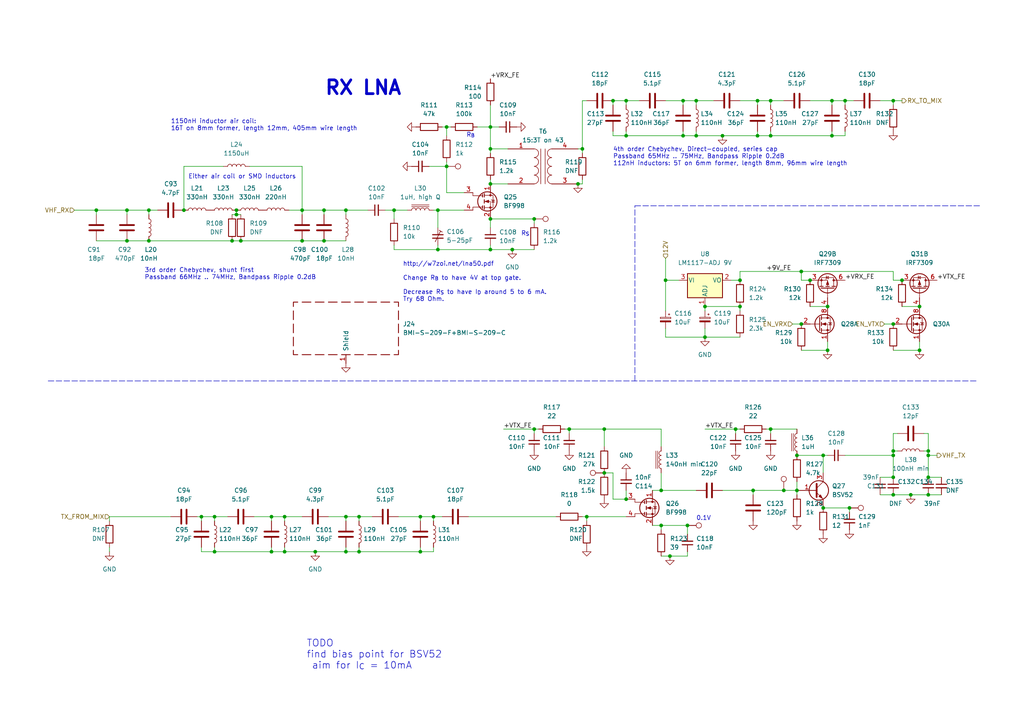
<source format=kicad_sch>
(kicad_sch (version 20211123) (generator eeschema)

  (uuid e85341a8-3e54-4b34-87f5-9974245a7484)

  (paper "A4")

  (title_block
    (title "DART-70 TRX")
    (date "2023-02-02")
    (rev "0")
    (company "HB9EGM")
    (comment 1 "A 4m Band SSB/CW Transceiver")
    (comment 2 "VHF Frontend")
  )

  

  (junction (at 259.08 130.81) (diameter 0) (color 0 0 0 0)
    (uuid 014fbe33-02cf-426c-8214-0ae1d40c7df8)
  )
  (junction (at 214.63 81.28) (diameter 0) (color 0 0 0 0)
    (uuid 053c636b-8b5d-43d4-82f8-2f587a47ab23)
  )
  (junction (at 264.16 143.51) (diameter 0) (color 0 0 0 0)
    (uuid 05adc4a1-d372-46af-8f37-d1bf4210e96a)
  )
  (junction (at 121.92 160.02) (diameter 0) (color 0 0 0 0)
    (uuid 07895869-8d70-4194-afb5-8df05d02a96b)
  )
  (junction (at 191.77 142.24) (diameter 0) (color 0 0 0 0)
    (uuid 0c6e8129-07f9-465f-9ce0-2d46f2319c9e)
  )
  (junction (at 104.14 149.86) (diameter 0) (color 0 0 0 0)
    (uuid 0da30ee4-5fbf-45c8-9538-1bf176f03f71)
  )
  (junction (at 234.95 81.28) (diameter 0) (color 0 0 0 0)
    (uuid 1652b60e-2eed-430f-8a5b-5512f00b1d7c)
  )
  (junction (at 154.94 124.46) (diameter 0) (color 0 0 0 0)
    (uuid 214ecb40-4c63-4158-be2f-20e603afe1b9)
  )
  (junction (at 241.3 39.37) (diameter 0) (color 0 0 0 0)
    (uuid 22e30deb-2428-4b11-82a9-50d388efeade)
  )
  (junction (at 204.47 88.9) (diameter 0) (color 0 0 0 0)
    (uuid 238e3fd4-fb46-43d3-afe1-89e25bf834a1)
  )
  (junction (at 181.61 144.78) (diameter 0) (color 0 0 0 0)
    (uuid 244c9203-c3ff-4b65-a34d-5892ece48c2b)
  )
  (junction (at 259.08 143.51) (diameter 0) (color 0 0 0 0)
    (uuid 25165fd6-1f85-4abe-b7c3-b22279f7c384)
  )
  (junction (at 269.24 130.81) (diameter 0) (color 0 0 0 0)
    (uuid 26ee6007-1bf6-4087-b885-4536b39b53f7)
  )
  (junction (at 100.33 60.96) (diameter 0) (color 0 0 0 0)
    (uuid 27932209-07aa-4309-8c3b-8c3756ea28f5)
  )
  (junction (at 201.93 29.21) (diameter 0) (color 0 0 0 0)
    (uuid 2b91b5f6-6358-423e-b62b-3e684fb64a30)
  )
  (junction (at 181.61 29.21) (diameter 0) (color 0 0 0 0)
    (uuid 2c1149ed-3085-4295-b371-1815cbfd540a)
  )
  (junction (at 67.31 69.85) (diameter 0) (color 0 0 0 0)
    (uuid 2dd4e452-7c3f-4e1f-b5b7-f42fcb0e075b)
  )
  (junction (at 53.34 60.96) (diameter 0) (color 0 0 0 0)
    (uuid 30ff6a36-e1f5-45d3-9f31-a6736183ac65)
  )
  (junction (at 43.18 69.85) (diameter 0) (color 0 0 0 0)
    (uuid 32d3fe83-b854-4464-af88-f747caab52be)
  )
  (junction (at 129.54 36.83) (diameter 0) (color 0 0 0 0)
    (uuid 34aea703-6354-4221-ba7e-b2d77e2a6562)
  )
  (junction (at 223.52 29.21) (diameter 0) (color 0 0 0 0)
    (uuid 41bb2995-bcdb-4572-a047-8ce3fa79d0ec)
  )
  (junction (at 154.94 63.5) (diameter 0) (color 0 0 0 0)
    (uuid 433436e6-75b2-4d0e-afe5-51e9ce3b6ceb)
  )
  (junction (at 209.55 39.37) (diameter 0) (color 0 0 0 0)
    (uuid 48de30cd-ac12-4cd9-b77e-6276c6cc535e)
  )
  (junction (at 198.12 29.21) (diameter 0) (color 0 0 0 0)
    (uuid 49abb95b-688d-484d-9ecd-26244c95a12f)
  )
  (junction (at 148.59 72.39) (diameter 0) (color 0 0 0 0)
    (uuid 53639ead-a22d-4b74-b706-37b82595afe4)
  )
  (junction (at 142.24 72.39) (diameter 0) (color 0 0 0 0)
    (uuid 5654cc54-aa7f-4e7e-a903-b6ae4711e293)
  )
  (junction (at 142.24 43.18) (diameter 0) (color 0 0 0 0)
    (uuid 5ac87c87-280c-41aa-b7e2-8cd95dfa0977)
  )
  (junction (at 191.77 152.4) (diameter 0) (color 0 0 0 0)
    (uuid 5b4a4a9a-0092-4d0f-9c31-414a1759762c)
  )
  (junction (at 259.08 29.21) (diameter 0) (color 0 0 0 0)
    (uuid 5f5451e3-d3b2-4513-aa00-6164f9037ce5)
  )
  (junction (at 168.91 43.18) (diameter 0) (color 0 0 0 0)
    (uuid 64c3c5fe-1bb6-4a8a-b1a6-f533cf627997)
  )
  (junction (at 78.74 160.02) (diameter 0) (color 0 0 0 0)
    (uuid 6707abf9-1caa-446a-85dd-9798556b7c42)
  )
  (junction (at 62.23 160.02) (diameter 0) (color 0 0 0 0)
    (uuid 696a84ae-1565-45dd-b421-593916d51378)
  )
  (junction (at 232.41 93.98) (diameter 0) (color 0 0 0 0)
    (uuid 6a1b7322-4603-4eeb-a35d-c1ced4a5a9ee)
  )
  (junction (at 238.76 147.32) (diameter 0) (color 0 0 0 0)
    (uuid 6a54acfb-c2a3-4891-bdef-5359d832b05e)
  )
  (junction (at 269.24 143.51) (diameter 0) (color 0 0 0 0)
    (uuid 6b32d2b6-d80f-475a-90aa-4d36bf0f66aa)
  )
  (junction (at 142.24 63.5) (diameter 0) (color 0 0 0 0)
    (uuid 6f67861a-7006-47b4-bdc7-1b4e03f0937b)
  )
  (junction (at 259.08 132.08) (diameter 0) (color 0 0 0 0)
    (uuid 71e41a0a-3af5-4796-897c-9d1ad0183c9a)
  )
  (junction (at 219.71 39.37) (diameter 0) (color 0 0 0 0)
    (uuid 7246aeaa-7989-41aa-bc34-36314da565dd)
  )
  (junction (at 93.98 69.85) (diameter 0) (color 0 0 0 0)
    (uuid 725298de-8e6b-4cef-8b75-d13dba9603ba)
  )
  (junction (at 82.55 160.02) (diameter 0) (color 0 0 0 0)
    (uuid 730d9d07-07e4-4d25-ba70-133909d02a93)
  )
  (junction (at 127 60.96) (diameter 0) (color 0 0 0 0)
    (uuid 755aea78-2b8e-4969-8c1a-4e66cdc3e55c)
  )
  (junction (at 259.08 93.98) (diameter 0) (color 0 0 0 0)
    (uuid 786edf16-7fb2-475e-a88f-bdcdd32e8ccb)
  )
  (junction (at 199.39 152.4) (diameter 0) (color 0 0 0 0)
    (uuid 7e3cf1a5-27ba-4fb2-9e80-6e1100e7286d)
  )
  (junction (at 36.83 60.96) (diameter 0) (color 0 0 0 0)
    (uuid 7e40bcc0-3aaa-4014-a65e-4bba8fb828b1)
  )
  (junction (at 246.38 147.32) (diameter 0) (color 0 0 0 0)
    (uuid 8275d0f0-4cd2-4f60-b1d1-1f544f364a6d)
  )
  (junction (at 227.33 142.24) (diameter 0) (color 0 0 0 0)
    (uuid 828403cb-c2e9-4ccc-8f46-66963ed2f21b)
  )
  (junction (at 214.63 88.9) (diameter 0) (color 0 0 0 0)
    (uuid 82d624a9-38b7-41d6-80ca-0ad097d9c3e3)
  )
  (junction (at 241.3 29.21) (diameter 0) (color 0 0 0 0)
    (uuid 830530a0-7b7e-4b57-bcad-ac6bcc2d3cd2)
  )
  (junction (at 68.58 62.23) (diameter 0) (color 0 0 0 0)
    (uuid 84c10573-abbd-42a2-ba39-89dbac386a99)
  )
  (junction (at 213.36 124.46) (diameter 0) (color 0 0 0 0)
    (uuid 8b36f47c-4ffc-4598-8c26-644b57b5c662)
  )
  (junction (at 240.03 101.6) (diameter 0) (color 0 0 0 0)
    (uuid 8e2fdf05-aa36-4931-82ed-a8b3def92201)
  )
  (junction (at 193.04 81.28) (diameter 0) (color 0 0 0 0)
    (uuid 8e3e2866-5ba4-4f0a-867a-58ecaf15b97d)
  )
  (junction (at 100.33 149.86) (diameter 0) (color 0 0 0 0)
    (uuid 92b08d51-62a5-44c7-b4b2-471f395c1538)
  )
  (junction (at 165.1 124.46) (diameter 0) (color 0 0 0 0)
    (uuid 94cebd10-3367-4d9a-a1b7-f7d9e07bdd90)
  )
  (junction (at 269.24 132.08) (diameter 0) (color 0 0 0 0)
    (uuid 96ae9ecf-e0a2-432a-8ece-94cf7cced6b7)
  )
  (junction (at 114.3 60.96) (diameter 0) (color 0 0 0 0)
    (uuid 99467fa5-d96f-4f1c-8084-626f6cebc0c0)
  )
  (junction (at 82.55 149.86) (diameter 0) (color 0 0 0 0)
    (uuid 99b2f434-c683-4943-880b-c0c7051efceb)
  )
  (junction (at 36.83 69.85) (diameter 0) (color 0 0 0 0)
    (uuid 9a8d2c66-6370-437d-a4a0-cb771a0d8c97)
  )
  (junction (at 170.18 149.86) (diameter 0) (color 0 0 0 0)
    (uuid 9b63d6a0-33d9-4ade-b725-ee15ec044acc)
  )
  (junction (at 269.24 138.43) (diameter 0) (color 0 0 0 0)
    (uuid a21b204d-8d7d-4f6c-9665-d7fc90cbe79d)
  )
  (junction (at 78.74 149.86) (diameter 0) (color 0 0 0 0)
    (uuid a3b76309-ce22-4be7-b174-f23d53e74bf4)
  )
  (junction (at 100.33 160.02) (diameter 0) (color 0 0 0 0)
    (uuid a605e98c-55d0-4a85-969d-c7a8b22bd4d5)
  )
  (junction (at 91.44 160.02) (diameter 0) (color 0 0 0 0)
    (uuid a67f009f-0172-45e6-8d2b-45a2cc2d1fc3)
  )
  (junction (at 231.14 142.24) (diameter 0) (color 0 0 0 0)
    (uuid a6cfd25a-774e-4db2-b2d4-fd41eec62fd5)
  )
  (junction (at 93.98 60.96) (diameter 0) (color 0 0 0 0)
    (uuid a6dee93e-101e-421c-aa3d-cf1491a2d23c)
  )
  (junction (at 218.44 142.24) (diameter 0) (color 0 0 0 0)
    (uuid a7ae57b6-5005-47d4-809d-6b7d6ada6d03)
  )
  (junction (at 129.54 48.26) (diameter 0) (color 0 0 0 0)
    (uuid a875ac5f-456f-42ae-bc04-dd8d1a120797)
  )
  (junction (at 142.24 53.34) (diameter 0) (color 0 0 0 0)
    (uuid a9dded2e-d08b-4bdb-ab4a-1fce0d42d43e)
  )
  (junction (at 201.93 39.37) (diameter 0) (color 0 0 0 0)
    (uuid aaee6b9a-4306-45ff-b9b6-5d802512dd52)
  )
  (junction (at 27.94 60.96) (diameter 0) (color 0 0 0 0)
    (uuid add0bd1b-274a-4ddf-b875-51d6108aab49)
  )
  (junction (at 219.71 29.21) (diameter 0) (color 0 0 0 0)
    (uuid b0c6448c-be7d-4ebe-a1be-1e8f330d6dbb)
  )
  (junction (at 231.14 132.08) (diameter 0) (color 0 0 0 0)
    (uuid b23444ea-cd8e-4df0-84f4-070156b2e3b7)
  )
  (junction (at 87.63 69.85) (diameter 0) (color 0 0 0 0)
    (uuid b4922278-ce3f-46ba-a2a2-cd5c71f714de)
  )
  (junction (at 223.52 124.46) (diameter 0) (color 0 0 0 0)
    (uuid b8abc7e6-6611-45b5-9a55-3a65a7522e32)
  )
  (junction (at 204.47 97.79) (diameter 0) (color 0 0 0 0)
    (uuid bc401b7a-65f6-439c-9420-7f623c786a57)
  )
  (junction (at 69.85 69.85) (diameter 0) (color 0 0 0 0)
    (uuid bcdfe8ed-4c7e-419e-b702-6bca070854e1)
  )
  (junction (at 245.11 29.21) (diameter 0) (color 0 0 0 0)
    (uuid bf6081e5-fd4b-4fb3-b523-139036f4041c)
  )
  (junction (at 198.12 39.37) (diameter 0) (color 0 0 0 0)
    (uuid c5c6520c-9e3e-436f-b14f-faf22a42dfbb)
  )
  (junction (at 175.26 124.46) (diameter 0) (color 0 0 0 0)
    (uuid c8d4f236-4705-41bb-b1be-5cef1ea2c536)
  )
  (junction (at 125.73 149.86) (diameter 0) (color 0 0 0 0)
    (uuid cc2cb73f-acad-4a16-94a4-9816e494e931)
  )
  (junction (at 87.63 60.96) (diameter 0) (color 0 0 0 0)
    (uuid ce1e90a2-6376-4288-8749-493e809aba5d)
  )
  (junction (at 259.08 138.43) (diameter 0) (color 0 0 0 0)
    (uuid cf3bc188-4786-4cca-ac9d-64431cbcb78b)
  )
  (junction (at 127 72.39) (diameter 0) (color 0 0 0 0)
    (uuid cf9ef397-ee5c-464c-a25e-4d9486a9df16)
  )
  (junction (at 194.31 161.29) (diameter 0) (color 0 0 0 0)
    (uuid d0fb093c-3a0b-4150-bde4-bd1af1a4bfff)
  )
  (junction (at 181.61 39.37) (diameter 0) (color 0 0 0 0)
    (uuid d50ac601-83b2-43a2-808a-3b58d5a2b71f)
  )
  (junction (at 223.52 39.37) (diameter 0) (color 0 0 0 0)
    (uuid d600cdf9-d630-4f89-a09e-87efccd0902e)
  )
  (junction (at 167.64 53.34) (diameter 0) (color 0 0 0 0)
    (uuid d76a5f48-7d00-42d5-9e04-2f9f8b67bd1d)
  )
  (junction (at 68.58 60.96) (diameter 0) (color 0 0 0 0)
    (uuid dbad22ed-87bd-4fef-a142-c1d56fc5ada0)
  )
  (junction (at 43.18 60.96) (diameter 0) (color 0 0 0 0)
    (uuid df93aeee-38d4-42fb-b5da-51a73fd2e2bc)
  )
  (junction (at 177.8 29.21) (diameter 0) (color 0 0 0 0)
    (uuid e0493c7a-5485-41e4-ba79-779aff029fab)
  )
  (junction (at 232.41 78.74) (diameter 0) (color 0 0 0 0)
    (uuid e04cbaa7-58f6-4b95-b330-5ae233daaa58)
  )
  (junction (at 142.24 36.83) (diameter 0) (color 0 0 0 0)
    (uuid e04f8c65-d602-47fb-9c32-a40fa4054257)
  )
  (junction (at 240.03 88.9) (diameter 0) (color 0 0 0 0)
    (uuid e180b3ee-6434-44ca-afbc-194f5543b566)
  )
  (junction (at 121.92 149.86) (diameter 0) (color 0 0 0 0)
    (uuid e245969c-96e2-4467-a4b0-55df65c2006d)
  )
  (junction (at 266.7 88.9) (diameter 0) (color 0 0 0 0)
    (uuid e439fefd-fea3-4379-89f7-31352e077829)
  )
  (junction (at 238.76 132.08) (diameter 0) (color 0 0 0 0)
    (uuid e717955e-2a81-4d91-a91b-854d445c9b5d)
  )
  (junction (at 62.23 149.86) (diameter 0) (color 0 0 0 0)
    (uuid ebd2a656-9283-42a7-a471-cb22596c1597)
  )
  (junction (at 266.7 101.6) (diameter 0) (color 0 0 0 0)
    (uuid f285b43b-89b4-4974-aeee-ae27a2ca7c96)
  )
  (junction (at 104.14 160.02) (diameter 0) (color 0 0 0 0)
    (uuid f3b55bee-aa8a-4bd0-a87b-914b4bb50b10)
  )
  (junction (at 58.42 149.86) (diameter 0) (color 0 0 0 0)
    (uuid f671888e-311a-48ca-a183-135a403be009)
  )
  (junction (at 261.62 81.28) (diameter 0) (color 0 0 0 0)
    (uuid fdc03146-3e81-45e1-983d-ce65dbe4dddc)
  )
  (junction (at 175.26 137.16) (diameter 0) (color 0 0 0 0)
    (uuid ff95d81e-5a87-4294-9b1c-6e9a77990629)
  )

  (wire (pts (xy 67.31 69.85) (xy 69.85 69.85))
    (stroke (width 0) (type default) (color 0 0 0 0))
    (uuid 00e5b5fc-5bd0-40af-9ee7-a472844c2151)
  )
  (wire (pts (xy 181.61 29.21) (xy 181.61 30.48))
    (stroke (width 0) (type default) (color 0 0 0 0))
    (uuid 01092b77-815f-43be-992d-fc218557d154)
  )
  (wire (pts (xy 147.32 53.34) (xy 142.24 53.34))
    (stroke (width 0) (type default) (color 0 0 0 0))
    (uuid 020af510-7992-416e-a265-00652eb27830)
  )
  (wire (pts (xy 219.71 39.37) (xy 219.71 38.1))
    (stroke (width 0) (type default) (color 0 0 0 0))
    (uuid 02b3711f-b3bf-4a32-8116-7fa82771cd03)
  )
  (wire (pts (xy 121.92 151.13) (xy 121.92 149.86))
    (stroke (width 0) (type default) (color 0 0 0 0))
    (uuid 03602e32-1245-4e32-9ecc-9044bdca6c61)
  )
  (wire (pts (xy 259.08 78.74) (xy 259.08 81.28))
    (stroke (width 0) (type default) (color 0 0 0 0))
    (uuid 03d90108-31df-471c-8d47-5277f5bb8529)
  )
  (wire (pts (xy 125.73 160.02) (xy 125.73 158.75))
    (stroke (width 0) (type default) (color 0 0 0 0))
    (uuid 04bbbe15-04b6-41b3-8bd4-9a9f1e19bc37)
  )
  (wire (pts (xy 93.98 60.96) (xy 93.98 62.23))
    (stroke (width 0) (type default) (color 0 0 0 0))
    (uuid 04e72cbc-c02a-4a92-b021-b9939e4db36f)
  )
  (wire (pts (xy 36.83 69.85) (xy 43.18 69.85))
    (stroke (width 0) (type default) (color 0 0 0 0))
    (uuid 050efeb3-533d-4b9a-a0e2-1737784edf33)
  )
  (wire (pts (xy 213.36 125.73) (xy 213.36 124.46))
    (stroke (width 0) (type default) (color 0 0 0 0))
    (uuid 05820599-8acc-49ba-a88a-070cbbe28e1a)
  )
  (wire (pts (xy 31.75 158.75) (xy 31.75 160.02))
    (stroke (width 0) (type default) (color 0 0 0 0))
    (uuid 06230da2-e6a9-4df3-a8a6-1054a2179a17)
  )
  (wire (pts (xy 154.94 125.73) (xy 154.94 124.46))
    (stroke (width 0) (type default) (color 0 0 0 0))
    (uuid 0785ffee-5a6c-4b20-b83b-a9e51509ed25)
  )
  (wire (pts (xy 58.42 151.13) (xy 58.42 149.86))
    (stroke (width 0) (type default) (color 0 0 0 0))
    (uuid 0a805d5b-6113-4e7d-8ab7-c42d5a8f29b1)
  )
  (wire (pts (xy 255.27 143.51) (xy 259.08 143.51))
    (stroke (width 0) (type default) (color 0 0 0 0))
    (uuid 0aaac6da-8724-4417-a920-18dccd519f57)
  )
  (wire (pts (xy 193.04 81.28) (xy 193.04 90.17))
    (stroke (width 0) (type default) (color 0 0 0 0))
    (uuid 0b41d2ae-4199-421c-a9cc-39212f58717c)
  )
  (wire (pts (xy 238.76 132.08) (xy 240.03 132.08))
    (stroke (width 0) (type default) (color 0 0 0 0))
    (uuid 0b6b8363-c8e1-4799-8ee5-abeba534856c)
  )
  (wire (pts (xy 246.38 147.32) (xy 238.76 147.32))
    (stroke (width 0) (type default) (color 0 0 0 0))
    (uuid 0c549802-b595-4de9-b4f2-5d5dc13cce92)
  )
  (wire (pts (xy 196.85 81.28) (xy 193.04 81.28))
    (stroke (width 0) (type default) (color 0 0 0 0))
    (uuid 0e126077-2474-4e93-ae8c-94babe57c1e7)
  )
  (wire (pts (xy 82.55 151.13) (xy 82.55 149.86))
    (stroke (width 0) (type default) (color 0 0 0 0))
    (uuid 0f1de0dd-804a-4596-bff8-c84c9821c96f)
  )
  (wire (pts (xy 218.44 142.24) (xy 218.44 143.51))
    (stroke (width 0) (type default) (color 0 0 0 0))
    (uuid 0f2ae659-a3c6-4de9-8cc9-1cb8eb738749)
  )
  (wire (pts (xy 259.08 130.81) (xy 259.08 132.08))
    (stroke (width 0) (type default) (color 0 0 0 0))
    (uuid 0fae205c-5af3-4a45-b101-8bcc5ce05f03)
  )
  (wire (pts (xy 57.15 149.86) (xy 58.42 149.86))
    (stroke (width 0) (type default) (color 0 0 0 0))
    (uuid 10dd21c7-9fd9-4a44-8ab3-640f7ca149dd)
  )
  (wire (pts (xy 31.75 149.86) (xy 49.53 149.86))
    (stroke (width 0) (type default) (color 0 0 0 0))
    (uuid 118829bb-dced-433c-b2a5-be320b37c6db)
  )
  (wire (pts (xy 148.59 72.39) (xy 142.24 72.39))
    (stroke (width 0) (type default) (color 0 0 0 0))
    (uuid 11920e1b-be55-4c86-8c94-fad4a5a5ea6f)
  )
  (wire (pts (xy 223.52 39.37) (xy 241.3 39.37))
    (stroke (width 0) (type default) (color 0 0 0 0))
    (uuid 135fafe3-46f6-4185-8d74-e430c711885a)
  )
  (wire (pts (xy 240.03 101.6) (xy 232.41 101.6))
    (stroke (width 0) (type default) (color 0 0 0 0))
    (uuid 141a7613-b1c9-4373-aa4c-cb18fbc4b872)
  )
  (wire (pts (xy 232.41 81.28) (xy 234.95 81.28))
    (stroke (width 0) (type default) (color 0 0 0 0))
    (uuid 1617c390-94b0-4c64-a669-26edf562ff9a)
  )
  (wire (pts (xy 246.38 148.59) (xy 246.38 147.32))
    (stroke (width 0) (type default) (color 0 0 0 0))
    (uuid 17b00afe-c752-4fe9-88c5-3ad96b8a7e70)
  )
  (wire (pts (xy 193.04 97.79) (xy 204.47 97.79))
    (stroke (width 0) (type default) (color 0 0 0 0))
    (uuid 1920970b-7049-41ad-8ca7-c7915a267206)
  )
  (wire (pts (xy 177.8 137.16) (xy 177.8 144.78))
    (stroke (width 0) (type default) (color 0 0 0 0))
    (uuid 1941db9c-382f-44cc-a903-a93207b6a93d)
  )
  (wire (pts (xy 82.55 160.02) (xy 82.55 158.75))
    (stroke (width 0) (type default) (color 0 0 0 0))
    (uuid 19488a6a-a931-486e-a283-2e60d6328d78)
  )
  (wire (pts (xy 27.94 60.96) (xy 36.83 60.96))
    (stroke (width 0) (type default) (color 0 0 0 0))
    (uuid 1a97cca3-0fe5-4bfa-8d57-ca1b191bfea3)
  )
  (wire (pts (xy 125.73 60.96) (xy 127 60.96))
    (stroke (width 0) (type default) (color 0 0 0 0))
    (uuid 1acffc7b-3719-4cb9-9be2-22b9b0dc94ee)
  )
  (wire (pts (xy 219.71 29.21) (xy 223.52 29.21))
    (stroke (width 0) (type default) (color 0 0 0 0))
    (uuid 1c0cfd5c-a642-423e-bcd7-fee83fdee590)
  )
  (wire (pts (xy 87.63 69.85) (xy 93.98 69.85))
    (stroke (width 0) (type default) (color 0 0 0 0))
    (uuid 1cb95966-d9b9-40ac-b03f-1f46d823a11d)
  )
  (wire (pts (xy 69.85 69.85) (xy 87.63 69.85))
    (stroke (width 0) (type default) (color 0 0 0 0))
    (uuid 1e066e3b-074f-4121-8f27-8215bc8d3261)
  )
  (wire (pts (xy 259.08 125.73) (xy 260.35 125.73))
    (stroke (width 0) (type default) (color 0 0 0 0))
    (uuid 1e083e1f-2b5d-4576-a67e-3249110e0291)
  )
  (wire (pts (xy 142.24 53.34) (xy 142.24 52.07))
    (stroke (width 0) (type default) (color 0 0 0 0))
    (uuid 1f1766e2-d2db-4154-b565-458e0aeda8eb)
  )
  (wire (pts (xy 198.12 39.37) (xy 198.12 38.1))
    (stroke (width 0) (type default) (color 0 0 0 0))
    (uuid 1f992b26-230b-423a-9f5b-b5e2eae3f796)
  )
  (wire (pts (xy 269.24 132.08) (xy 269.24 138.43))
    (stroke (width 0) (type default) (color 0 0 0 0))
    (uuid 20193a25-dfb2-4d02-b772-e6a2bc97d410)
  )
  (wire (pts (xy 193.04 29.21) (xy 198.12 29.21))
    (stroke (width 0) (type default) (color 0 0 0 0))
    (uuid 211489a5-413a-4de7-bb6b-ce735ffe7c80)
  )
  (wire (pts (xy 259.08 130.81) (xy 260.35 130.81))
    (stroke (width 0) (type default) (color 0 0 0 0))
    (uuid 212af7ec-c8f1-4ea2-8488-c7db2bb7bdfc)
  )
  (wire (pts (xy 191.77 152.4) (xy 189.23 152.4))
    (stroke (width 0) (type default) (color 0 0 0 0))
    (uuid 21acb83f-68ea-41e5-b622-dc4aeb4e23bc)
  )
  (wire (pts (xy 87.63 60.96) (xy 93.98 60.96))
    (stroke (width 0) (type default) (color 0 0 0 0))
    (uuid 23c577d6-b831-4003-b3d4-9a9a5520a466)
  )
  (wire (pts (xy 241.3 39.37) (xy 241.3 38.1))
    (stroke (width 0) (type default) (color 0 0 0 0))
    (uuid 24280ee6-c585-4835-8fc4-d7860dfbfdba)
  )
  (wire (pts (xy 214.63 78.74) (xy 214.63 81.28))
    (stroke (width 0) (type default) (color 0 0 0 0))
    (uuid 25b5fac5-8ac2-4718-aced-78fd470c5a41)
  )
  (polyline (pts (xy 13.97 110.49) (xy 283.21 110.49))
    (stroke (width 0) (type default) (color 0 0 0 0))
    (uuid 2812a88f-15e5-44c4-a66a-beb23630881f)
  )

  (wire (pts (xy 21.59 60.96) (xy 27.94 60.96))
    (stroke (width 0) (type default) (color 0 0 0 0))
    (uuid 28691614-25d8-432a-9210-110c9d424ff4)
  )
  (wire (pts (xy 31.75 151.13) (xy 31.75 149.86))
    (stroke (width 0) (type default) (color 0 0 0 0))
    (uuid 2d478155-78b3-43e6-9e0b-cf58b9dbf0cb)
  )
  (wire (pts (xy 104.14 160.02) (xy 104.14 158.75))
    (stroke (width 0) (type default) (color 0 0 0 0))
    (uuid 2d86d824-7587-4e1e-bd3d-1386a2f26b2f)
  )
  (wire (pts (xy 231.14 139.7) (xy 231.14 142.24))
    (stroke (width 0) (type default) (color 0 0 0 0))
    (uuid 2e3e1835-0994-46d3-b4ac-db18042e081b)
  )
  (wire (pts (xy 43.18 69.85) (xy 67.31 69.85))
    (stroke (width 0) (type default) (color 0 0 0 0))
    (uuid 2e5066c7-bc67-4b7c-aae7-15cd49e110ca)
  )
  (wire (pts (xy 269.24 130.81) (xy 267.97 130.81))
    (stroke (width 0) (type default) (color 0 0 0 0))
    (uuid 2f09267e-b3dd-4163-aee3-b882166dbe57)
  )
  (wire (pts (xy 142.24 63.5) (xy 142.24 66.04))
    (stroke (width 0) (type default) (color 0 0 0 0))
    (uuid 2f240c86-aceb-464b-899d-7618bd58be8d)
  )
  (wire (pts (xy 241.3 29.21) (xy 245.11 29.21))
    (stroke (width 0) (type default) (color 0 0 0 0))
    (uuid 30701c9e-85dc-4e9a-972e-ad6a04210bf0)
  )
  (wire (pts (xy 177.8 144.78) (xy 181.61 144.78))
    (stroke (width 0) (type default) (color 0 0 0 0))
    (uuid 32c7e7d5-5cf0-4052-9904-fc5aa41decb5)
  )
  (wire (pts (xy 168.91 52.07) (xy 168.91 53.34))
    (stroke (width 0) (type default) (color 0 0 0 0))
    (uuid 3303b423-732f-4ec1-9f34-6a65ea125a9f)
  )
  (wire (pts (xy 229.87 93.98) (xy 232.41 93.98))
    (stroke (width 0) (type default) (color 0 0 0 0))
    (uuid 3340bb88-8cfa-4bae-b60e-378d2889f60d)
  )
  (wire (pts (xy 72.39 48.26) (xy 87.63 48.26))
    (stroke (width 0) (type default) (color 0 0 0 0))
    (uuid 33f29fa7-5b0b-49c9-a605-50b7be5943a9)
  )
  (wire (pts (xy 175.26 124.46) (xy 191.77 124.46))
    (stroke (width 0) (type default) (color 0 0 0 0))
    (uuid 36c2a5ae-5ab8-440b-a41f-9b00518ecd46)
  )
  (wire (pts (xy 100.33 160.02) (xy 100.33 158.75))
    (stroke (width 0) (type default) (color 0 0 0 0))
    (uuid 36ea332f-7ddd-4cc9-af0b-a280bb127d66)
  )
  (wire (pts (xy 82.55 160.02) (xy 78.74 160.02))
    (stroke (width 0) (type default) (color 0 0 0 0))
    (uuid 39ede154-b114-42b1-9471-69e8225de7ab)
  )
  (wire (pts (xy 181.61 29.21) (xy 185.42 29.21))
    (stroke (width 0) (type default) (color 0 0 0 0))
    (uuid 3c5dfaac-ce4d-429a-aba1-920080a05a25)
  )
  (wire (pts (xy 209.55 39.37) (xy 219.71 39.37))
    (stroke (width 0) (type default) (color 0 0 0 0))
    (uuid 3cac3e67-9601-4bbe-8f74-51e6c8133fb4)
  )
  (wire (pts (xy 58.42 149.86) (xy 62.23 149.86))
    (stroke (width 0) (type default) (color 0 0 0 0))
    (uuid 3e89f96a-4149-49e9-8931-921ce8c3a055)
  )
  (polyline (pts (xy 184.15 110.49) (xy 184.15 59.69))
    (stroke (width 0) (type default) (color 0 0 0 0))
    (uuid 3f650e07-bfda-4556-9a8b-c7393a2ab272)
  )

  (wire (pts (xy 93.98 69.85) (xy 100.33 69.85))
    (stroke (width 0) (type default) (color 0 0 0 0))
    (uuid 3f75e8f9-17fe-41fa-8be1-97bb9d74f36e)
  )
  (wire (pts (xy 36.83 60.96) (xy 43.18 60.96))
    (stroke (width 0) (type default) (color 0 0 0 0))
    (uuid 426afdc4-b639-4a13-b435-77d23c36d327)
  )
  (wire (pts (xy 114.3 72.39) (xy 127 72.39))
    (stroke (width 0) (type default) (color 0 0 0 0))
    (uuid 450ed59f-52ac-40e5-b0ac-4507b15a95b2)
  )
  (wire (pts (xy 128.27 36.83) (xy 129.54 36.83))
    (stroke (width 0) (type default) (color 0 0 0 0))
    (uuid 45d11611-49a6-4964-afa3-7f0162c0c739)
  )
  (wire (pts (xy 232.41 78.74) (xy 214.63 78.74))
    (stroke (width 0) (type default) (color 0 0 0 0))
    (uuid 468e347b-afe1-4557-ad4d-28eb5659a4b8)
  )
  (wire (pts (xy 191.77 142.24) (xy 201.93 142.24))
    (stroke (width 0) (type default) (color 0 0 0 0))
    (uuid 4a16b6dc-2288-4548-9c84-0bbf2a1d57bd)
  )
  (wire (pts (xy 73.66 149.86) (xy 78.74 149.86))
    (stroke (width 0) (type default) (color 0 0 0 0))
    (uuid 4b74047d-1cfb-4a70-804a-a9c009584e7a)
  )
  (wire (pts (xy 78.74 149.86) (xy 82.55 149.86))
    (stroke (width 0) (type default) (color 0 0 0 0))
    (uuid 4bf865ed-62d5-49b3-9115-02bd4f7f3f74)
  )
  (wire (pts (xy 121.92 149.86) (xy 125.73 149.86))
    (stroke (width 0) (type default) (color 0 0 0 0))
    (uuid 4ca5ee79-1360-4517-b073-b387778d1f9d)
  )
  (wire (pts (xy 181.61 39.37) (xy 198.12 39.37))
    (stroke (width 0) (type default) (color 0 0 0 0))
    (uuid 4cad7fe9-18a3-4205-bf76-118f190d710a)
  )
  (wire (pts (xy 269.24 130.81) (xy 269.24 132.08))
    (stroke (width 0) (type default) (color 0 0 0 0))
    (uuid 4cf19b83-343d-444b-b344-abd964c46130)
  )
  (wire (pts (xy 232.41 78.74) (xy 232.41 81.28))
    (stroke (width 0) (type default) (color 0 0 0 0))
    (uuid 4d792edd-4ca7-4bc0-98b8-1c07860783ab)
  )
  (wire (pts (xy 201.93 30.48) (xy 201.93 29.21))
    (stroke (width 0) (type default) (color 0 0 0 0))
    (uuid 4e6b63c8-8daf-4486-a68d-7144b46e5ea2)
  )
  (wire (pts (xy 199.39 160.02) (xy 199.39 161.29))
    (stroke (width 0) (type default) (color 0 0 0 0))
    (uuid 520deeb0-2cb2-4b4b-9ce8-239203e7b895)
  )
  (wire (pts (xy 100.33 60.96) (xy 100.33 62.23))
    (stroke (width 0) (type default) (color 0 0 0 0))
    (uuid 52a29cb5-fc2a-4abb-a968-bbb1b5d9b7d6)
  )
  (wire (pts (xy 199.39 161.29) (xy 194.31 161.29))
    (stroke (width 0) (type default) (color 0 0 0 0))
    (uuid 5393cb79-d4ff-48a3-8106-b4f929de870b)
  )
  (wire (pts (xy 234.95 29.21) (xy 241.3 29.21))
    (stroke (width 0) (type default) (color 0 0 0 0))
    (uuid 54136090-6e59-411c-8c76-ff74b4ba8cdc)
  )
  (wire (pts (xy 170.18 29.21) (xy 168.91 29.21))
    (stroke (width 0) (type default) (color 0 0 0 0))
    (uuid 5516e114-54d5-4ea3-8bfe-40e5be6eb192)
  )
  (wire (pts (xy 269.24 125.73) (xy 269.24 130.81))
    (stroke (width 0) (type default) (color 0 0 0 0))
    (uuid 55590f3c-3315-4934-b354-427f99e886f0)
  )
  (wire (pts (xy 241.3 30.48) (xy 241.3 29.21))
    (stroke (width 0) (type default) (color 0 0 0 0))
    (uuid 575b9d80-5f4d-4af9-aef0-45c51d673684)
  )
  (wire (pts (xy 213.36 124.46) (xy 214.63 124.46))
    (stroke (width 0) (type default) (color 0 0 0 0))
    (uuid 588442fe-0325-47ea-8587-f22398d8d769)
  )
  (wire (pts (xy 222.25 124.46) (xy 223.52 124.46))
    (stroke (width 0) (type default) (color 0 0 0 0))
    (uuid 58845e3f-7112-4368-b742-d952a9ef30c6)
  )
  (wire (pts (xy 78.74 160.02) (xy 78.74 158.75))
    (stroke (width 0) (type default) (color 0 0 0 0))
    (uuid 59210da8-080b-45c2-8b8f-c7ddcd592060)
  )
  (wire (pts (xy 115.57 149.86) (xy 121.92 149.86))
    (stroke (width 0) (type default) (color 0 0 0 0))
    (uuid 592caa8b-0386-47d0-8e78-0b9d3a2052bb)
  )
  (wire (pts (xy 241.3 39.37) (xy 245.11 39.37))
    (stroke (width 0) (type default) (color 0 0 0 0))
    (uuid 59e552bf-7958-4fda-a0db-f9e371531f5e)
  )
  (wire (pts (xy 127 72.39) (xy 142.24 72.39))
    (stroke (width 0) (type default) (color 0 0 0 0))
    (uuid 5a71b622-216c-4ae9-b176-7e0fb8c909b9)
  )
  (wire (pts (xy 269.24 138.43) (xy 273.05 138.43))
    (stroke (width 0) (type default) (color 0 0 0 0))
    (uuid 5cd0813a-3137-4b31-8b1a-a44cd476c2e9)
  )
  (wire (pts (xy 269.24 125.73) (xy 267.97 125.73))
    (stroke (width 0) (type default) (color 0 0 0 0))
    (uuid 5dae51d8-31a1-45b5-aee6-b5709476c318)
  )
  (wire (pts (xy 142.24 72.39) (xy 142.24 71.12))
    (stroke (width 0) (type default) (color 0 0 0 0))
    (uuid 5e2169a0-de19-4cd6-bf52-b74f00504da1)
  )
  (wire (pts (xy 43.18 60.96) (xy 45.72 60.96))
    (stroke (width 0) (type default) (color 0 0 0 0))
    (uuid 5e70f545-979a-40c9-bda1-1c7591189e45)
  )
  (wire (pts (xy 142.24 36.83) (xy 142.24 30.48))
    (stroke (width 0) (type default) (color 0 0 0 0))
    (uuid 5e721fb4-c9a0-4ae9-89ea-2beae0e47e97)
  )
  (wire (pts (xy 43.18 60.96) (xy 43.18 62.23))
    (stroke (width 0) (type default) (color 0 0 0 0))
    (uuid 5ea7489e-e91b-44f0-a035-3448b45ceadc)
  )
  (wire (pts (xy 168.91 53.34) (xy 167.64 53.34))
    (stroke (width 0) (type default) (color 0 0 0 0))
    (uuid 5f5c060f-99c6-4d58-b44a-4244837c6652)
  )
  (wire (pts (xy 259.08 29.21) (xy 261.62 29.21))
    (stroke (width 0) (type default) (color 0 0 0 0))
    (uuid 5fceb92d-7a0e-4b2f-966c-33a3f8978ee9)
  )
  (wire (pts (xy 142.24 44.45) (xy 142.24 43.18))
    (stroke (width 0) (type default) (color 0 0 0 0))
    (uuid 6005394b-9189-4171-b053-ebfd9d60c03e)
  )
  (wire (pts (xy 154.94 124.46) (xy 156.21 124.46))
    (stroke (width 0) (type default) (color 0 0 0 0))
    (uuid 600c3ac6-9e9d-494f-9f04-3cadeb854f32)
  )
  (wire (pts (xy 191.77 161.29) (xy 194.31 161.29))
    (stroke (width 0) (type default) (color 0 0 0 0))
    (uuid 60a459b9-afd7-4bdd-b38a-a5f2882f31e7)
  )
  (wire (pts (xy 201.93 39.37) (xy 198.12 39.37))
    (stroke (width 0) (type default) (color 0 0 0 0))
    (uuid 60bad9ca-4bdf-454c-ad68-9fa3a1ef1953)
  )
  (wire (pts (xy 100.33 151.13) (xy 100.33 149.86))
    (stroke (width 0) (type default) (color 0 0 0 0))
    (uuid 61a9e6a8-4104-4faf-9104-407030fee84b)
  )
  (wire (pts (xy 223.52 29.21) (xy 227.33 29.21))
    (stroke (width 0) (type default) (color 0 0 0 0))
    (uuid 61f8165d-255a-4197-a48c-ea44a5589c76)
  )
  (wire (pts (xy 204.47 95.25) (xy 204.47 97.79))
    (stroke (width 0) (type default) (color 0 0 0 0))
    (uuid 6207a9a6-052f-44b7-98ae-23f2fc4d564c)
  )
  (wire (pts (xy 198.12 30.48) (xy 198.12 29.21))
    (stroke (width 0) (type default) (color 0 0 0 0))
    (uuid 62cac600-87c9-4b70-81ad-6cbecfa5dbe3)
  )
  (polyline (pts (xy 184.15 59.69) (xy 284.48 59.69))
    (stroke (width 0) (type default) (color 0 0 0 0))
    (uuid 6440f1bd-f1e1-48d8-984f-1b8859c95ef6)
  )

  (wire (pts (xy 58.42 160.02) (xy 58.42 158.75))
    (stroke (width 0) (type default) (color 0 0 0 0))
    (uuid 64d10b25-44e3-4ccf-8c4c-e8390cc663cc)
  )
  (wire (pts (xy 135.89 149.86) (xy 161.29 149.86))
    (stroke (width 0) (type default) (color 0 0 0 0))
    (uuid 651fb468-303e-49f9-86a2-03bfc4d45faa)
  )
  (wire (pts (xy 147.32 43.18) (xy 142.24 43.18))
    (stroke (width 0) (type default) (color 0 0 0 0))
    (uuid 6609241a-334e-4ced-ae81-0759311dbbad)
  )
  (wire (pts (xy 104.14 151.13) (xy 104.14 149.86))
    (stroke (width 0) (type default) (color 0 0 0 0))
    (uuid 6a845cb2-3ede-406b-9084-98637e393984)
  )
  (wire (pts (xy 167.64 43.18) (xy 168.91 43.18))
    (stroke (width 0) (type default) (color 0 0 0 0))
    (uuid 710b6ecd-a9cf-4c16-b156-7ab0bb0c1245)
  )
  (wire (pts (xy 68.58 60.96) (xy 68.58 62.23))
    (stroke (width 0) (type default) (color 0 0 0 0))
    (uuid 739c4bc4-71b1-4060-996c-b30955427381)
  )
  (wire (pts (xy 58.42 160.02) (xy 62.23 160.02))
    (stroke (width 0) (type default) (color 0 0 0 0))
    (uuid 7454e18d-eee9-48b0-92f9-1e9dd000570e)
  )
  (wire (pts (xy 165.1 125.73) (xy 165.1 124.46))
    (stroke (width 0) (type default) (color 0 0 0 0))
    (uuid 7560791f-9e21-48d6-b563-63cea6c3213c)
  )
  (wire (pts (xy 198.12 29.21) (xy 201.93 29.21))
    (stroke (width 0) (type default) (color 0 0 0 0))
    (uuid 7564e54f-11f2-406e-b3e0-3e6cb42b6b60)
  )
  (wire (pts (xy 261.62 88.9) (xy 266.7 88.9))
    (stroke (width 0) (type default) (color 0 0 0 0))
    (uuid 793ffaf6-f7a8-4744-b63c-ebe5c61b066c)
  )
  (wire (pts (xy 154.94 72.39) (xy 148.59 72.39))
    (stroke (width 0) (type default) (color 0 0 0 0))
    (uuid 7fb4a628-0a3a-45fd-b9bd-c186e37edcf1)
  )
  (wire (pts (xy 62.23 149.86) (xy 62.23 151.13))
    (stroke (width 0) (type default) (color 0 0 0 0))
    (uuid 88eb19d8-f75f-452a-aea0-22522a3bade1)
  )
  (wire (pts (xy 129.54 36.83) (xy 129.54 39.37))
    (stroke (width 0) (type default) (color 0 0 0 0))
    (uuid 89b48dc9-c00e-48be-93c9-faa060ba3b37)
  )
  (wire (pts (xy 154.94 64.77) (xy 154.94 63.5))
    (stroke (width 0) (type default) (color 0 0 0 0))
    (uuid 89faec98-fdf7-49b4-8a14-ddcd50d33077)
  )
  (wire (pts (xy 201.93 29.21) (xy 207.01 29.21))
    (stroke (width 0) (type default) (color 0 0 0 0))
    (uuid 8b01a92c-6579-45f1-a8cb-784184b3c0a6)
  )
  (wire (pts (xy 125.73 151.13) (xy 125.73 149.86))
    (stroke (width 0) (type default) (color 0 0 0 0))
    (uuid 8bfdfab4-901c-4c87-bff9-1a225f39b380)
  )
  (wire (pts (xy 114.3 71.12) (xy 114.3 72.39))
    (stroke (width 0) (type default) (color 0 0 0 0))
    (uuid 8d93b96e-d58e-4f76-b91e-0a4672ad0838)
  )
  (wire (pts (xy 62.23 160.02) (xy 62.23 158.75))
    (stroke (width 0) (type default) (color 0 0 0 0))
    (uuid 8e7e89b6-edef-46c2-923f-0d3437d27813)
  )
  (wire (pts (xy 259.08 81.28) (xy 261.62 81.28))
    (stroke (width 0) (type default) (color 0 0 0 0))
    (uuid 8eeb65ab-df7f-4695-aabc-412362f9e6ab)
  )
  (wire (pts (xy 177.8 39.37) (xy 181.61 39.37))
    (stroke (width 0) (type default) (color 0 0 0 0))
    (uuid 90e6d25b-41c3-4379-94e3-70433d4656f5)
  )
  (wire (pts (xy 245.11 30.48) (xy 245.11 29.21))
    (stroke (width 0) (type default) (color 0 0 0 0))
    (uuid 924031ab-bf44-4a2f-aaf7-c38b8a8abc40)
  )
  (wire (pts (xy 168.91 44.45) (xy 168.91 43.18))
    (stroke (width 0) (type default) (color 0 0 0 0))
    (uuid 93f6fd09-e356-47ef-a2d2-c1ed422dabe3)
  )
  (wire (pts (xy 177.8 29.21) (xy 181.61 29.21))
    (stroke (width 0) (type default) (color 0 0 0 0))
    (uuid 94425972-63e3-432d-8409-356e5b22940b)
  )
  (wire (pts (xy 259.08 30.48) (xy 259.08 29.21))
    (stroke (width 0) (type default) (color 0 0 0 0))
    (uuid 9723f6e4-63d9-4b79-a06d-706fe6a5b67e)
  )
  (wire (pts (xy 223.52 30.48) (xy 223.52 29.21))
    (stroke (width 0) (type default) (color 0 0 0 0))
    (uuid 98084cbc-b94f-488e-83ba-487b7983eff7)
  )
  (wire (pts (xy 104.14 160.02) (xy 121.92 160.02))
    (stroke (width 0) (type default) (color 0 0 0 0))
    (uuid 98b8d1fc-b75d-4b78-abcf-b05b708bb68b)
  )
  (wire (pts (xy 127 60.96) (xy 134.62 60.96))
    (stroke (width 0) (type default) (color 0 0 0 0))
    (uuid 98fe9f07-d0e7-4808-8553-39a038479457)
  )
  (wire (pts (xy 223.52 125.73) (xy 223.52 124.46))
    (stroke (width 0) (type default) (color 0 0 0 0))
    (uuid 99be3360-249d-4c89-a77e-43cb1aef6c84)
  )
  (wire (pts (xy 212.09 81.28) (xy 214.63 81.28))
    (stroke (width 0) (type default) (color 0 0 0 0))
    (uuid 9c4d3a80-6ed2-412b-b203-db120080834e)
  )
  (wire (pts (xy 177.8 30.48) (xy 177.8 29.21))
    (stroke (width 0) (type default) (color 0 0 0 0))
    (uuid 9c7aae02-34fd-4a06-bca1-a165128a73a8)
  )
  (wire (pts (xy 127 66.04) (xy 127 60.96))
    (stroke (width 0) (type default) (color 0 0 0 0))
    (uuid 9c85880b-9d5c-4fe3-84f6-20ee24e87c39)
  )
  (wire (pts (xy 191.77 152.4) (xy 191.77 153.67))
    (stroke (width 0) (type default) (color 0 0 0 0))
    (uuid 9d2b433e-1dfc-4d0f-abe1-2e83343631b5)
  )
  (wire (pts (xy 214.63 88.9) (xy 214.63 90.17))
    (stroke (width 0) (type default) (color 0 0 0 0))
    (uuid 9ef0c209-3614-4469-be54-6de77d27f352)
  )
  (wire (pts (xy 201.93 39.37) (xy 209.55 39.37))
    (stroke (width 0) (type default) (color 0 0 0 0))
    (uuid 9f025a2e-cbc7-46d0-a262-ab48be6c2823)
  )
  (wire (pts (xy 124.46 48.26) (xy 129.54 48.26))
    (stroke (width 0) (type default) (color 0 0 0 0))
    (uuid 9f1a398d-ae6d-496d-87ab-0e13a3b648a5)
  )
  (wire (pts (xy 100.33 60.96) (xy 106.68 60.96))
    (stroke (width 0) (type default) (color 0 0 0 0))
    (uuid a07f0e55-9b3e-4df6-80c8-c3fa196fb8fb)
  )
  (wire (pts (xy 269.24 132.08) (xy 271.78 132.08))
    (stroke (width 0) (type default) (color 0 0 0 0))
    (uuid a0a96770-3ff5-49c4-bef3-d4bbe6b6c079)
  )
  (wire (pts (xy 245.11 29.21) (xy 247.65 29.21))
    (stroke (width 0) (type default) (color 0 0 0 0))
    (uuid a20e7e63-2306-4377-ac55-7c7faf4ea27c)
  )
  (wire (pts (xy 114.3 63.5) (xy 114.3 60.96))
    (stroke (width 0) (type default) (color 0 0 0 0))
    (uuid a22912c1-4914-44a6-a3c9-493ad4dcc081)
  )
  (wire (pts (xy 62.23 149.86) (xy 66.04 149.86))
    (stroke (width 0) (type default) (color 0 0 0 0))
    (uuid a2441a3d-56da-463e-a8a4-fe521e8b2256)
  )
  (wire (pts (xy 165.1 124.46) (xy 175.26 124.46))
    (stroke (width 0) (type default) (color 0 0 0 0))
    (uuid a621d0fa-e7c7-4146-b68b-596f01fe056d)
  )
  (wire (pts (xy 91.44 160.02) (xy 100.33 160.02))
    (stroke (width 0) (type default) (color 0 0 0 0))
    (uuid a6cacc83-9486-4966-a9b9-13167fbba476)
  )
  (wire (pts (xy 256.54 93.98) (xy 259.08 93.98))
    (stroke (width 0) (type default) (color 0 0 0 0))
    (uuid a6f247b7-7eaa-426a-a640-6ad96fcea2d8)
  )
  (wire (pts (xy 168.91 149.86) (xy 170.18 149.86))
    (stroke (width 0) (type default) (color 0 0 0 0))
    (uuid a7257f0e-5835-436f-aac9-204afa049a30)
  )
  (wire (pts (xy 129.54 46.99) (xy 129.54 48.26))
    (stroke (width 0) (type default) (color 0 0 0 0))
    (uuid a72c2df8-7b09-4ff0-a6ca-cd32045fcb5a)
  )
  (wire (pts (xy 245.11 39.37) (xy 245.11 38.1))
    (stroke (width 0) (type default) (color 0 0 0 0))
    (uuid a8ddd670-538a-4580-8d79-e43d90515d40)
  )
  (wire (pts (xy 121.92 160.02) (xy 125.73 160.02))
    (stroke (width 0) (type default) (color 0 0 0 0))
    (uuid a8e639fa-31d1-427e-bd80-a8648f74c2c3)
  )
  (wire (pts (xy 100.33 149.86) (xy 104.14 149.86))
    (stroke (width 0) (type default) (color 0 0 0 0))
    (uuid aade9f87-67ba-4c61-82c0-2663d0f88027)
  )
  (wire (pts (xy 130.81 36.83) (xy 129.54 36.83))
    (stroke (width 0) (type default) (color 0 0 0 0))
    (uuid abf4d801-bb8f-4a89-9026-d8d2e1c81522)
  )
  (wire (pts (xy 238.76 137.16) (xy 238.76 132.08))
    (stroke (width 0) (type default) (color 0 0 0 0))
    (uuid ac46c8fe-2e90-464a-bbd4-c87cc108df64)
  )
  (wire (pts (xy 266.7 99.06) (xy 266.7 101.6))
    (stroke (width 0) (type default) (color 0 0 0 0))
    (uuid ae556335-89f1-42e6-8259-ca5b53738a72)
  )
  (wire (pts (xy 95.25 149.86) (xy 100.33 149.86))
    (stroke (width 0) (type default) (color 0 0 0 0))
    (uuid ae916f82-cc22-4852-b906-e5ba88e32818)
  )
  (wire (pts (xy 175.26 129.54) (xy 175.26 124.46))
    (stroke (width 0) (type default) (color 0 0 0 0))
    (uuid b3b2bf41-bfe7-4afd-96f6-1139df88d39f)
  )
  (wire (pts (xy 201.93 39.37) (xy 201.93 38.1))
    (stroke (width 0) (type default) (color 0 0 0 0))
    (uuid b4a7d8aa-b2d4-410d-b498-63bff8d46b74)
  )
  (wire (pts (xy 53.34 48.26) (xy 53.34 60.96))
    (stroke (width 0) (type default) (color 0 0 0 0))
    (uuid b7ef3e97-d0a8-484f-8521-fbd0a0afec53)
  )
  (wire (pts (xy 259.08 125.73) (xy 259.08 130.81))
    (stroke (width 0) (type default) (color 0 0 0 0))
    (uuid bc783d3b-f511-487e-9d36-9bd8906c7cdc)
  )
  (wire (pts (xy 209.55 142.24) (xy 218.44 142.24))
    (stroke (width 0) (type default) (color 0 0 0 0))
    (uuid beea7d7c-4a76-4d60-b6fb-cfc35c88f7a9)
  )
  (wire (pts (xy 219.71 30.48) (xy 219.71 29.21))
    (stroke (width 0) (type default) (color 0 0 0 0))
    (uuid bfc77f05-a21f-4ea1-9483-75efe531139a)
  )
  (wire (pts (xy 264.16 143.51) (xy 269.24 143.51))
    (stroke (width 0) (type default) (color 0 0 0 0))
    (uuid c152d31b-b0e7-424d-899d-54dcce0e51d5)
  )
  (wire (pts (xy 204.47 88.9) (xy 204.47 90.17))
    (stroke (width 0) (type default) (color 0 0 0 0))
    (uuid c21c7a92-f992-4b16-8b86-c8b76b78039f)
  )
  (wire (pts (xy 191.77 129.54) (xy 191.77 124.46))
    (stroke (width 0) (type default) (color 0 0 0 0))
    (uuid c2224d5b-9d4a-4324-b7f2-d94cda3b03c3)
  )
  (wire (pts (xy 234.95 88.9) (xy 240.03 88.9))
    (stroke (width 0) (type default) (color 0 0 0 0))
    (uuid c236e316-e632-4888-8eb8-fc58254126bd)
  )
  (wire (pts (xy 231.14 142.24) (xy 231.14 143.51))
    (stroke (width 0) (type default) (color 0 0 0 0))
    (uuid c31d04a3-eb2d-4a6d-9ba9-6dbfb9fffff3)
  )
  (wire (pts (xy 104.14 149.86) (xy 107.95 149.86))
    (stroke (width 0) (type default) (color 0 0 0 0))
    (uuid c3a8b91a-7a87-4be2-bdac-1424494beb13)
  )
  (wire (pts (xy 170.18 151.13) (xy 170.18 149.86))
    (stroke (width 0) (type default) (color 0 0 0 0))
    (uuid c3ad0817-03ce-4433-89b8-d268b5afe17c)
  )
  (wire (pts (xy 121.92 160.02) (xy 121.92 158.75))
    (stroke (width 0) (type default) (color 0 0 0 0))
    (uuid c3c0b5c9-1d6f-4fd8-b3b8-cf0e27852159)
  )
  (wire (pts (xy 27.94 69.85) (xy 36.83 69.85))
    (stroke (width 0) (type default) (color 0 0 0 0))
    (uuid c5a1623c-79b3-461d-930d-7a6155799a02)
  )
  (wire (pts (xy 125.73 149.86) (xy 128.27 149.86))
    (stroke (width 0) (type default) (color 0 0 0 0))
    (uuid cbc639ed-75d2-4235-bd0a-8e36ab70c170)
  )
  (wire (pts (xy 82.55 149.86) (xy 87.63 149.86))
    (stroke (width 0) (type default) (color 0 0 0 0))
    (uuid ccaef76a-d47c-466f-ae12-475e85a4d83b)
  )
  (wire (pts (xy 64.77 48.26) (xy 53.34 48.26))
    (stroke (width 0) (type default) (color 0 0 0 0))
    (uuid cedefa6a-3396-4642-a936-f25f019b5676)
  )
  (wire (pts (xy 181.61 39.37) (xy 181.61 38.1))
    (stroke (width 0) (type default) (color 0 0 0 0))
    (uuid cff31021-4226-4c7a-b8b3-f98d10db3340)
  )
  (wire (pts (xy 227.33 142.24) (xy 231.14 142.24))
    (stroke (width 0) (type default) (color 0 0 0 0))
    (uuid d046bf4b-a39d-426b-8404-46063d2d3d9e)
  )
  (wire (pts (xy 181.61 144.78) (xy 181.61 142.24))
    (stroke (width 0) (type default) (color 0 0 0 0))
    (uuid d1895861-595e-4412-914a-8d77685a4262)
  )
  (wire (pts (xy 154.94 63.5) (xy 142.24 63.5))
    (stroke (width 0) (type default) (color 0 0 0 0))
    (uuid d39a58f4-f941-49d5-8523-8492ae3bd24a)
  )
  (wire (pts (xy 259.08 143.51) (xy 264.16 143.51))
    (stroke (width 0) (type default) (color 0 0 0 0))
    (uuid d46ecbd6-1d80-45e1-a657-88b7d1ff3b67)
  )
  (wire (pts (xy 193.04 95.25) (xy 193.04 97.79))
    (stroke (width 0) (type default) (color 0 0 0 0))
    (uuid d642700f-5888-47cc-836b-5098c2bed67e)
  )
  (wire (pts (xy 87.63 48.26) (xy 87.63 60.96))
    (stroke (width 0) (type default) (color 0 0 0 0))
    (uuid d6ad5766-5e86-4351-b65f-0645b5d40152)
  )
  (wire (pts (xy 259.08 78.74) (xy 232.41 78.74))
    (stroke (width 0) (type default) (color 0 0 0 0))
    (uuid d75d427c-01e5-4a26-a5a1-ab514a854e12)
  )
  (wire (pts (xy 87.63 60.96) (xy 87.63 62.23))
    (stroke (width 0) (type default) (color 0 0 0 0))
    (uuid d9611e38-2561-4d9e-91cc-86308ba173b6)
  )
  (wire (pts (xy 214.63 29.21) (xy 219.71 29.21))
    (stroke (width 0) (type default) (color 0 0 0 0))
    (uuid dac31dd0-b11b-4f2d-bd78-136dfe5489af)
  )
  (wire (pts (xy 36.83 60.96) (xy 36.83 62.23))
    (stroke (width 0) (type default) (color 0 0 0 0))
    (uuid dadbf19e-4ad1-4d05-9444-4eea6aeba0c5)
  )
  (wire (pts (xy 223.52 39.37) (xy 223.52 38.1))
    (stroke (width 0) (type default) (color 0 0 0 0))
    (uuid db87c3ab-c2aa-4893-9aef-66fcfbff444b)
  )
  (wire (pts (xy 83.82 60.96) (xy 87.63 60.96))
    (stroke (width 0) (type default) (color 0 0 0 0))
    (uuid dc819a14-e99a-4fce-a533-08f3469ea36a)
  )
  (wire (pts (xy 245.11 132.08) (xy 259.08 132.08))
    (stroke (width 0) (type default) (color 0 0 0 0))
    (uuid dca694d8-3c93-48b4-834a-db90474828d1)
  )
  (wire (pts (xy 199.39 154.94) (xy 199.39 152.4))
    (stroke (width 0) (type default) (color 0 0 0 0))
    (uuid dcd96f6d-7091-4301-aa34-23c504bf9791)
  )
  (wire (pts (xy 255.27 138.43) (xy 259.08 138.43))
    (stroke (width 0) (type default) (color 0 0 0 0))
    (uuid dd05a5c1-4d29-4c7e-a694-d0593030c9e9)
  )
  (wire (pts (xy 191.77 137.16) (xy 191.77 142.24))
    (stroke (width 0) (type default) (color 0 0 0 0))
    (uuid dd55ee2b-20bf-4d30-857a-6d17a98d0dbd)
  )
  (wire (pts (xy 189.23 142.24) (xy 191.77 142.24))
    (stroke (width 0) (type default) (color 0 0 0 0))
    (uuid dfc9ac68-d7f8-46c2-9527-06cdf604c245)
  )
  (wire (pts (xy 218.44 142.24) (xy 227.33 142.24))
    (stroke (width 0) (type default) (color 0 0 0 0))
    (uuid e199dd6f-2880-4cbb-9b63-6ed928aa265c)
  )
  (wire (pts (xy 193.04 74.93) (xy 193.04 81.28))
    (stroke (width 0) (type default) (color 0 0 0 0))
    (uuid e1a457d0-5c4f-47a2-858c-5d31d3d8f10c)
  )
  (wire (pts (xy 238.76 132.08) (xy 231.14 132.08))
    (stroke (width 0) (type default) (color 0 0 0 0))
    (uuid e2784f30-b1d3-4094-a833-ebb73128c5bf)
  )
  (wire (pts (xy 78.74 151.13) (xy 78.74 149.86))
    (stroke (width 0) (type default) (color 0 0 0 0))
    (uuid e37c2b32-6313-44ae-986c-91671be75827)
  )
  (wire (pts (xy 27.94 60.96) (xy 27.94 62.23))
    (stroke (width 0) (type default) (color 0 0 0 0))
    (uuid e436bec3-4d35-4c3a-b007-e262b815b66a)
  )
  (wire (pts (xy 255.27 29.21) (xy 259.08 29.21))
    (stroke (width 0) (type default) (color 0 0 0 0))
    (uuid e604aefe-1f27-41e1-bba0-df84080e5de8)
  )
  (wire (pts (xy 175.26 137.16) (xy 177.8 137.16))
    (stroke (width 0) (type default) (color 0 0 0 0))
    (uuid e680c33d-43ea-46d9-b261-9fe5ebf63908)
  )
  (wire (pts (xy 142.24 36.83) (xy 144.78 36.83))
    (stroke (width 0) (type default) (color 0 0 0 0))
    (uuid e8dd2d8c-9105-4b14-8c01-2f20c02a9b9b)
  )
  (wire (pts (xy 138.43 36.83) (xy 142.24 36.83))
    (stroke (width 0) (type default) (color 0 0 0 0))
    (uuid e916a6ae-dcac-47ad-9060-b73ec4af3cf4)
  )
  (wire (pts (xy 204.47 124.46) (xy 213.36 124.46))
    (stroke (width 0) (type default) (color 0 0 0 0))
    (uuid e91f9d7b-73ca-4cb9-9b39-96edeba7e9e8)
  )
  (wire (pts (xy 68.58 62.23) (xy 69.85 62.23))
    (stroke (width 0) (type default) (color 0 0 0 0))
    (uuid e990ff8f-cf08-4ce5-a209-ec96b770f0a4)
  )
  (wire (pts (xy 168.91 29.21) (xy 168.91 43.18))
    (stroke (width 0) (type default) (color 0 0 0 0))
    (uuid e9d86f22-7607-46a5-9858-98c8b2ec490d)
  )
  (wire (pts (xy 177.8 39.37) (xy 177.8 38.1))
    (stroke (width 0) (type default) (color 0 0 0 0))
    (uuid ebf55ce3-f989-446e-9ebe-e109dda2fe70)
  )
  (wire (pts (xy 129.54 55.88) (xy 134.62 55.88))
    (stroke (width 0) (type default) (color 0 0 0 0))
    (uuid ec5c6908-ad1d-4370-865b-ae4bd77ebdc1)
  )
  (wire (pts (xy 163.83 124.46) (xy 165.1 124.46))
    (stroke (width 0) (type default) (color 0 0 0 0))
    (uuid ece3a672-1444-4b16-ba53-f0ab4e0f5ee7)
  )
  (wire (pts (xy 111.76 60.96) (xy 114.3 60.96))
    (stroke (width 0) (type default) (color 0 0 0 0))
    (uuid ee174c28-faec-4630-ae0d-e96f012e56a3)
  )
  (wire (pts (xy 266.7 101.6) (xy 259.08 101.6))
    (stroke (width 0) (type default) (color 0 0 0 0))
    (uuid ee840e30-f2be-4962-92a2-c805c01583f8)
  )
  (wire (pts (xy 129.54 48.26) (xy 129.54 55.88))
    (stroke (width 0) (type default) (color 0 0 0 0))
    (uuid ef731e0f-3b96-4d5e-bed9-f660157fd59a)
  )
  (wire (pts (xy 219.71 39.37) (xy 223.52 39.37))
    (stroke (width 0) (type default) (color 0 0 0 0))
    (uuid f0792cc3-cc48-4f1a-8a96-1b50785176d2)
  )
  (wire (pts (xy 170.18 149.86) (xy 181.61 149.86))
    (stroke (width 0) (type default) (color 0 0 0 0))
    (uuid f0945bf6-911b-47d5-aec8-372038227a9b)
  )
  (wire (pts (xy 127 71.12) (xy 127 72.39))
    (stroke (width 0) (type default) (color 0 0 0 0))
    (uuid f0cc0d5c-0d3b-474d-8441-0eea5954aa92)
  )
  (wire (pts (xy 204.47 97.79) (xy 214.63 97.79))
    (stroke (width 0) (type default) (color 0 0 0 0))
    (uuid f1bc6a3f-b58d-4925-b206-f833dbbe0ec0)
  )
  (wire (pts (xy 100.33 160.02) (xy 104.14 160.02))
    (stroke (width 0) (type default) (color 0 0 0 0))
    (uuid f2d2a3fe-ac18-45a1-ae4c-3c653092b7f2)
  )
  (wire (pts (xy 62.23 160.02) (xy 78.74 160.02))
    (stroke (width 0) (type default) (color 0 0 0 0))
    (uuid f2ff7c70-3bbe-4ebc-9523-c4dd02c416ce)
  )
  (wire (pts (xy 114.3 60.96) (xy 118.11 60.96))
    (stroke (width 0) (type default) (color 0 0 0 0))
    (uuid f3026b4e-89cc-4dd8-8c72-ba1d13f251a5)
  )
  (wire (pts (xy 223.52 124.46) (xy 231.14 124.46))
    (stroke (width 0) (type default) (color 0 0 0 0))
    (uuid f3f94e56-2013-4d4b-a41f-a6cc09a85f75)
  )
  (wire (pts (xy 142.24 43.18) (xy 142.24 36.83))
    (stroke (width 0) (type default) (color 0 0 0 0))
    (uuid f48d12db-5174-45e8-9b21-e22229237186)
  )
  (wire (pts (xy 199.39 152.4) (xy 191.77 152.4))
    (stroke (width 0) (type default) (color 0 0 0 0))
    (uuid f6d16ff7-5941-4252-b146-1bcda0962d54)
  )
  (wire (pts (xy 204.47 88.9) (xy 214.63 88.9))
    (stroke (width 0) (type default) (color 0 0 0 0))
    (uuid f7c572c2-a99c-45f1-87c1-6efe48b7947c)
  )
  (wire (pts (xy 269.24 143.51) (xy 273.05 143.51))
    (stroke (width 0) (type default) (color 0 0 0 0))
    (uuid fa51af2b-1c06-4a68-9540-3e1226c1c9c8)
  )
  (wire (pts (xy 259.08 132.08) (xy 259.08 138.43))
    (stroke (width 0) (type default) (color 0 0 0 0))
    (uuid faa3ba2d-2dd1-401d-a82c-ae33b190ee51)
  )
  (wire (pts (xy 146.05 124.46) (xy 154.94 124.46))
    (stroke (width 0) (type default) (color 0 0 0 0))
    (uuid fc915ee9-1c9f-4cc5-b868-0d9f43a5e746)
  )
  (wire (pts (xy 67.31 62.23) (xy 68.58 62.23))
    (stroke (width 0) (type default) (color 0 0 0 0))
    (uuid fcc28ffd-a299-45f2-bdc3-067beeb1c45e)
  )
  (wire (pts (xy 82.55 160.02) (xy 91.44 160.02))
    (stroke (width 0) (type default) (color 0 0 0 0))
    (uuid fd8f652a-2e56-4132-aff4-0a79e9b93aea)
  )
  (wire (pts (xy 93.98 60.96) (xy 100.33 60.96))
    (stroke (width 0) (type default) (color 0 0 0 0))
    (uuid ff015f89-b117-43bf-b58a-6d34638506b5)
  )
  (wire (pts (xy 240.03 99.06) (xy 240.03 101.6))
    (stroke (width 0) (type default) (color 0 0 0 0))
    (uuid ff5d43ee-231f-439a-8456-1c6bbb4ea035)
  )

  (text "R_{B}" (at 135.255 40.005 0)
    (effects (font (size 1.27 1.27)) (justify left bottom))
    (uuid 11e674bc-97d9-47b8-a2a4-9df50f713e0e)
  )
  (text "R_{S}" (at 151.13 68.58 0)
    (effects (font (size 1.27 1.27)) (justify left bottom))
    (uuid 260b3d6d-8cd9-4800-8937-c0409e2ee02d)
  )
  (text "RX LNA" (at 93.98 27.94 0)
    (effects (font (size 4 4) (thickness 0.8) bold) (justify left bottom))
    (uuid 48ece1fe-740d-4547-9b6a-415c759a545e)
  )
  (text "Either air coil or SMD inductors" (at 54.61 52.07 0)
    (effects (font (size 1.27 1.27)) (justify left bottom))
    (uuid 49280407-40ca-40ad-b550-c8e0a5ba5bec)
  )
  (text "TODO\nfind bias point for BSV52\n aim for I_{C} = 10mA"
    (at 88.9 194.31 0)
    (effects (font (size 2 2)) (justify left bottom))
    (uuid 4c91f99c-b34d-4969-97d5-5270c851233c)
  )
  (text "http://w7zoi.net/lna50.pdf\n\nChange R_{B} to have 4V at top gate.\n\nDecrease R_{S} to have I_{D} around 5 to 6 mA.\nTry 68 Ohm."
    (at 116.84 87.63 0)
    (effects (font (size 1.27 1.27)) (justify left bottom))
    (uuid 6cbe8b32-37aa-4034-bb81-c7295c9e705e)
  )
  (text "4th order Chebychev, Direct-coupled, series cap\nPassband 65MHz .. 75MHz, Bandpass Ripple 0.2dB\n112nH inductors: 5T on 6mm former, length 8mm, 96mm wire length"
    (at 177.8 48.26 0)
    (effects (font (size 1.27 1.27)) (justify left bottom))
    (uuid a30cddd0-0438-4b2d-9649-32a0ca0524d8)
  )
  (text "1150nH inductor air coil:\n16T on 8mm former, length 12mm, 405mm wire length"
    (at 49.53 38.1 0)
    (effects (font (size 1.27 1.27)) (justify left bottom))
    (uuid a9a5eb09-873f-4cd9-a34b-102d3298299f)
  )
  (text "0.1V" (at 201.93 151.13 0)
    (effects (font (size 1.27 1.27)) (justify left bottom))
    (uuid b4920cd9-e2c8-4eb6-ae7f-eeaebfb2a089)
  )
  (text "3rd order Chebychev, shunt first\nPassband 66MHz .. 74MHz, Bandpass Ripple 0.2dB"
    (at 41.91 81.28 0)
    (effects (font (size 1.27 1.27)) (justify left bottom))
    (uuid bc1174d0-9668-4820-a286-a0e2157aabac)
  )

  (label "+VTX_FE" (at 271.78 81.28 0)
    (effects (font (size 1.27 1.27)) (justify left bottom))
    (uuid 2ecde058-d2ac-4829-993d-2c91db8139a2)
  )
  (label "+VRX_FE" (at 142.24 22.86 0)
    (effects (font (size 1.27 1.27)) (justify left bottom))
    (uuid 4343365f-6fe5-44aa-b658-a0e90bbf5713)
  )
  (label "+VTX_FE" (at 146.05 124.46 0)
    (effects (font (size 1.27 1.27)) (justify left bottom))
    (uuid 54a0e8cf-c2fe-4a00-8f0b-b147b592c385)
  )
  (label "+VTX_FE" (at 204.47 124.46 0)
    (effects (font (size 1.27 1.27)) (justify left bottom))
    (uuid b6bd0ecd-fdb9-4f0f-acd7-e9eeb6d2ee26)
  )
  (label "+VRX_FE" (at 245.11 81.28 0)
    (effects (font (size 1.27 1.27)) (justify left bottom))
    (uuid b8c497d9-3320-4cca-931c-425c6a35c7b6)
  )
  (label "+9V_FE" (at 222.25 78.74 0)
    (effects (font (size 1.27 1.27)) (justify left bottom))
    (uuid cb783eeb-6d3f-48a8-aae1-c1711df85049)
  )

  (hierarchical_label "12V" (shape input) (at 193.04 74.93 90)
    (effects (font (size 1.27 1.27)) (justify left))
    (uuid 4343d0a6-e5b9-45bc-bbd4-518939a31727)
  )
  (hierarchical_label "EN_VTX" (shape input) (at 256.54 93.98 180)
    (effects (font (size 1.27 1.27)) (justify right))
    (uuid 8edb235e-4bed-437b-8583-19a91c8dbb73)
  )
  (hierarchical_label "VHF_RX" (shape input) (at 21.59 60.96 180)
    (effects (font (size 1.27 1.27)) (justify right))
    (uuid aafa58b0-a0a6-4746-acdf-72148498159e)
  )
  (hierarchical_label "EN_VRX" (shape input) (at 229.87 93.98 180)
    (effects (font (size 1.27 1.27)) (justify right))
    (uuid b2c10984-c5eb-437e-b17c-f1ce9f7c148f)
  )
  (hierarchical_label "VHF_TX" (shape output) (at 271.78 132.08 0)
    (effects (font (size 1.27 1.27)) (justify left))
    (uuid c95f69af-2073-4a4d-a642-88655755d955)
  )
  (hierarchical_label "TX_FROM_MIX" (shape input) (at 31.75 149.86 180)
    (effects (font (size 1.27 1.27)) (justify right))
    (uuid eb4a9f45-5af4-42ac-b795-0b7dc9b56186)
  )
  (hierarchical_label "RX_TO_MIX" (shape output) (at 261.62 29.21 0)
    (effects (font (size 1.27 1.27)) (justify left))
    (uuid efcd66ae-43e8-434d-b407-2ed5a38eb403)
  )

  (symbol (lib_id "Device:C_Small") (at 121.92 48.26 90) (unit 1)
    (in_bom yes) (on_board yes) (fields_autoplaced)
    (uuid 034633eb-0792-46bf-9523-208d8408265b)
    (property "Reference" "C104" (id 0) (at 121.9263 41.91 90))
    (property "Value" "10nF" (id 1) (at 121.9263 44.45 90))
    (property "Footprint" "Capacitor_SMD:C_0805_2012Metric_Pad1.18x1.45mm_HandSolder" (id 2) (at 121.92 48.26 0)
      (effects (font (size 1.27 1.27)) hide)
    )
    (property "Datasheet" "~" (id 3) (at 121.92 48.26 0)
      (effects (font (size 1.27 1.27)) hide)
    )
    (property "MPN" "VJ0805A103KXJTBC" (id 4) (at 121.92 48.26 0)
      (effects (font (size 1.27 1.27)) hide)
    )
    (property "Need_order" "0" (id 5) (at 121.92 48.26 0)
      (effects (font (size 1.27 1.27)) hide)
    )
    (pin "1" (uuid d011abb5-5472-4350-9efa-735e05d02711))
    (pin "2" (uuid 59f917bc-cdd6-40e7-8f71-558c0d602c40))
  )

  (symbol (lib_id "Device:R") (at 214.63 93.98 0) (mirror y) (unit 1)
    (in_bom yes) (on_board yes) (fields_autoplaced)
    (uuid 0407bb9e-dba4-4b0b-995b-a986329a4557)
    (property "Reference" "R125" (id 0) (at 217.17 92.7099 0)
      (effects (font (size 1.27 1.27)) (justify right))
    )
    (property "Value" "2.3k" (id 1) (at 217.17 95.2499 0)
      (effects (font (size 1.27 1.27)) (justify right))
    )
    (property "Footprint" "Resistor_SMD:R_0603_1608Metric_Pad1.05x0.95mm_HandSolder" (id 2) (at 216.408 93.98 90)
      (effects (font (size 1.27 1.27)) hide)
    )
    (property "Datasheet" "~" (id 3) (at 214.63 93.98 0)
      (effects (font (size 1.27 1.27)) hide)
    )
    (property "Need_order" "0" (id 4) (at 214.63 93.98 0)
      (effects (font (size 1.27 1.27)) hide)
    )
    (pin "1" (uuid ff172485-d223-45e2-935d-f2e3a29b5f6d))
    (pin "2" (uuid 89e0fb6a-85bd-4602-a422-b90bb7a74efa))
  )

  (symbol (lib_id "Device:R") (at 231.14 135.89 0) (mirror y) (unit 1)
    (in_bom yes) (on_board yes) (fields_autoplaced)
    (uuid 0464213f-32dd-49ea-abac-449105faed2c)
    (property "Reference" "R127" (id 0) (at 233.68 134.6199 0)
      (effects (font (size 1.27 1.27)) (justify right))
    )
    (property "Value" "4.7k" (id 1) (at 233.68 137.1599 0)
      (effects (font (size 1.27 1.27)) (justify right))
    )
    (property "Footprint" "Resistor_SMD:R_0603_1608Metric_Pad1.05x0.95mm_HandSolder" (id 2) (at 232.918 135.89 90)
      (effects (font (size 1.27 1.27)) hide)
    )
    (property "Datasheet" "~" (id 3) (at 231.14 135.89 0)
      (effects (font (size 1.27 1.27)) hide)
    )
    (property "Need_order" "0" (id 4) (at 231.14 135.89 0)
      (effects (font (size 1.27 1.27)) hide)
    )
    (pin "1" (uuid 208c7c59-8713-4e93-99fb-708c45bd1cd7))
    (pin "2" (uuid 5dcfde23-aad6-4484-95ad-491d379b6e0a))
  )

  (symbol (lib_id "Device:C_Small") (at 223.52 128.27 0) (mirror x) (unit 1)
    (in_bom yes) (on_board yes) (fields_autoplaced)
    (uuid 08a2af30-b324-4a6a-aae4-a18fef6d9228)
    (property "Reference" "C125" (id 0) (at 220.98 126.9935 0)
      (effects (font (size 1.27 1.27)) (justify right))
    )
    (property "Value" "10nF" (id 1) (at 220.98 129.5335 0)
      (effects (font (size 1.27 1.27)) (justify right))
    )
    (property "Footprint" "Capacitor_SMD:C_0805_2012Metric_Pad1.18x1.45mm_HandSolder" (id 2) (at 223.52 128.27 0)
      (effects (font (size 1.27 1.27)) hide)
    )
    (property "Datasheet" "~" (id 3) (at 223.52 128.27 0)
      (effects (font (size 1.27 1.27)) hide)
    )
    (property "MPN" "VJ0805A103KXJTBC" (id 4) (at 223.52 128.27 0)
      (effects (font (size 1.27 1.27)) hide)
    )
    (property "Need_order" "0" (id 5) (at 223.52 128.27 0)
      (effects (font (size 1.27 1.27)) hide)
    )
    (pin "1" (uuid 17f88a79-0d75-49c4-85c7-d9dc51ff03b4))
    (pin "2" (uuid ec1f1b23-e77f-4902-9db0-229b9d36ff55))
  )

  (symbol (lib_id "Device:C_Small") (at 269.24 140.97 0) (mirror y) (unit 1)
    (in_bom yes) (on_board yes)
    (uuid 0944c3f4-a0da-42f8-939b-d5551dd7a072)
    (property "Reference" "C134" (id 0) (at 265.43 139.7 0)
      (effects (font (size 1.27 1.27)) (justify right))
    )
    (property "Value" "39nF" (id 1) (at 267.97 146.05 0)
      (effects (font (size 1.27 1.27)) (justify right))
    )
    (property "Footprint" "Capacitor_SMD:C_0805_2012Metric_Pad1.18x1.45mm_HandSolder" (id 2) (at 269.24 140.97 0)
      (effects (font (size 1.27 1.27)) hide)
    )
    (property "Datasheet" "~" (id 3) (at 269.24 140.97 0)
      (effects (font (size 1.27 1.27)) hide)
    )
    (property "Need_order" "0" (id 4) (at 269.24 140.97 0)
      (effects (font (size 1.27 1.27)) hide)
    )
    (pin "1" (uuid 91fc9098-1501-4ab7-9735-864c1043bc8d))
    (pin "2" (uuid b7dbfdb3-f70f-4183-999e-9056d2c4cd6f))
  )

  (symbol (lib_id "Device:C") (at 173.99 29.21 90) (unit 1)
    (in_bom yes) (on_board yes) (fields_autoplaced)
    (uuid 0a81b59d-b4a6-43f6-ae3c-a1bc0151f39d)
    (property "Reference" "C112" (id 0) (at 173.99 21.59 90))
    (property "Value" "18pF" (id 1) (at 173.99 24.13 90))
    (property "Footprint" "Capacitor_SMD:C_0603_1608Metric_Pad1.05x0.95mm_HandSolder" (id 2) (at 177.8 28.2448 0)
      (effects (font (size 1.27 1.27)) hide)
    )
    (property "Datasheet" "/home/bram/Sync/Doc/Datasheet/CBR KEMET capacitors.pdf" (id 3) (at 173.99 29.21 0)
      (effects (font (size 1.27 1.27)) hide)
    )
    (property "MPN" "CBR" (id 4) (at 173.99 29.21 0)
      (effects (font (size 1.27 1.27)) hide)
    )
    (property "Need_order" "0" (id 5) (at 173.99 29.21 0)
      (effects (font (size 1.27 1.27)) hide)
    )
    (pin "1" (uuid 7b762e3f-62bb-4681-a035-4f0fe7ad3ec2))
    (pin "2" (uuid c5b8cda1-44dd-4611-8392-02136266900f))
  )

  (symbol (lib_id "Connector:TestPoint") (at 199.39 152.4 270) (unit 1)
    (in_bom yes) (on_board yes)
    (uuid 0ce8e0e0-7a57-4962-bade-dc820b780503)
    (property "Reference" "TP8" (id 0) (at 205.74 152.4 90)
      (effects (font (size 1.27 1.27)) hide)
    )
    (property "Value" "VG" (id 1) (at 202.692 156.21 90)
      (effects (font (size 1.27 1.27)) hide)
    )
    (property "Footprint" "TestPoint:TestPoint_Pad_D2.0mm" (id 2) (at 199.39 157.48 0)
      (effects (font (size 1.27 1.27)) hide)
    )
    (property "Datasheet" "~" (id 3) (at 199.39 157.48 0)
      (effects (font (size 1.27 1.27)) hide)
    )
    (pin "1" (uuid 66b4c1f2-6982-497c-85ec-e78461f4b998))
  )

  (symbol (lib_id "Device:C") (at 100.33 154.94 180) (unit 1)
    (in_bom yes) (on_board yes) (fields_autoplaced)
    (uuid 0e1aac74-64c0-406d-a8e5-f122642c9123)
    (property "Reference" "C101" (id 0) (at 96.52 153.6699 0)
      (effects (font (size 1.27 1.27)) (justify left))
    )
    (property "Value" "36pF" (id 1) (at 96.52 156.2099 0)
      (effects (font (size 1.27 1.27)) (justify left))
    )
    (property "Footprint" "Capacitor_SMD:C_0603_1608Metric_Pad1.05x0.95mm_HandSolder" (id 2) (at 99.3648 151.13 0)
      (effects (font (size 1.27 1.27)) hide)
    )
    (property "Datasheet" "/home/bram/Sync/Doc/Datasheet/CBR KEMET capacitors.pdf" (id 3) (at 100.33 154.94 0)
      (effects (font (size 1.27 1.27)) hide)
    )
    (property "MPN" "CBR" (id 4) (at 100.33 154.94 0)
      (effects (font (size 1.27 1.27)) hide)
    )
    (property "Need_order" "0" (id 5) (at 100.33 154.94 0)
      (effects (font (size 1.27 1.27)) hide)
    )
    (pin "1" (uuid f657d550-3b99-46fa-a1a9-5109d29833e6))
    (pin "2" (uuid 276195c0-4c06-497e-8fd6-35177e30d071))
  )

  (symbol (lib_id "Device:R") (at 232.41 97.79 180) (unit 1)
    (in_bom yes) (on_board yes) (fields_autoplaced)
    (uuid 0ee08259-e545-4a75-aecc-a7f67f26ef41)
    (property "Reference" "R129" (id 0) (at 229.87 96.5199 0)
      (effects (font (size 1.27 1.27)) (justify left))
    )
    (property "Value" "10k" (id 1) (at 229.87 99.0599 0)
      (effects (font (size 1.27 1.27)) (justify left))
    )
    (property "Footprint" "Resistor_SMD:R_0603_1608Metric_Pad1.05x0.95mm_HandSolder" (id 2) (at 234.188 97.79 90)
      (effects (font (size 1.27 1.27)) hide)
    )
    (property "Datasheet" "~" (id 3) (at 232.41 97.79 0)
      (effects (font (size 1.27 1.27)) hide)
    )
    (property "Need_order" "0" (id 4) (at 232.41 97.79 0)
      (effects (font (size 1.27 1.27)) hide)
    )
    (pin "1" (uuid dfa20b19-050d-404f-b322-5e5245ee6553))
    (pin "2" (uuid 24fb12dc-d8cb-4cd1-8c46-b3ca878023f5))
  )

  (symbol (lib_id "Device:C") (at 205.74 142.24 90) (unit 1)
    (in_bom yes) (on_board yes) (fields_autoplaced)
    (uuid 0fb7a8dd-98db-420d-912f-defba3a0a1a8)
    (property "Reference" "C120" (id 0) (at 205.74 134.62 90))
    (property "Value" "22pF" (id 1) (at 205.74 137.16 90))
    (property "Footprint" "Capacitor_SMD:C_0603_1608Metric_Pad1.05x0.95mm_HandSolder" (id 2) (at 209.55 141.2748 0)
      (effects (font (size 1.27 1.27)) hide)
    )
    (property "Datasheet" "/home/bram/Sync/Doc/Datasheet/CBR KEMET capacitors.pdf" (id 3) (at 205.74 142.24 0)
      (effects (font (size 1.27 1.27)) hide)
    )
    (property "MPN" "CBR" (id 4) (at 205.74 142.24 0)
      (effects (font (size 1.27 1.27)) hide)
    )
    (property "Need_order" "0" (id 5) (at 205.74 142.24 0)
      (effects (font (size 1.27 1.27)) hide)
    )
    (pin "1" (uuid 92c7d02d-efcf-4322-87c4-c91c3e034a81))
    (pin "2" (uuid 91ff12a4-5b8e-476b-bca1-bc228a3fb3b0))
  )

  (symbol (lib_id "Device:R") (at 67.31 66.04 0) (unit 1)
    (in_bom yes) (on_board yes) (fields_autoplaced)
    (uuid 153ee182-ddd8-4ea0-bb0a-42d70565fb88)
    (property "Reference" "R108" (id 0) (at 64.77 64.7699 0)
      (effects (font (size 1.27 1.27)) (justify right))
    )
    (property "Value" "DNF" (id 1) (at 64.77 67.3099 0)
      (effects (font (size 1.27 1.27)) (justify right))
    )
    (property "Footprint" "Resistor_SMD:R_0805_2012Metric_Pad1.20x1.40mm_HandSolder" (id 2) (at 65.532 66.04 90)
      (effects (font (size 1.27 1.27)) hide)
    )
    (property "Datasheet" "~" (id 3) (at 67.31 66.04 0)
      (effects (font (size 1.27 1.27)) hide)
    )
    (property "Need_order" "0" (id 4) (at 67.31 66.04 0)
      (effects (font (size 1.27 1.27)) hide)
    )
    (pin "1" (uuid a6937945-d81a-4c2f-9805-86f8d20f1bc9))
    (pin "2" (uuid 19e28311-5e60-47fc-bfa2-9b9cb75b4002))
  )

  (symbol (lib_id "power:GND") (at 154.94 130.81 0) (mirror y) (unit 1)
    (in_bom yes) (on_board yes) (fields_autoplaced)
    (uuid 15a5fd4a-f2a7-4696-bced-1df7ef30dfe3)
    (property "Reference" "#PWR0252" (id 0) (at 154.94 137.16 0)
      (effects (font (size 1.27 1.27)) hide)
    )
    (property "Value" "GND" (id 1) (at 154.94 135.89 0))
    (property "Footprint" "" (id 2) (at 154.94 130.81 0)
      (effects (font (size 1.27 1.27)) hide)
    )
    (property "Datasheet" "" (id 3) (at 154.94 130.81 0)
      (effects (font (size 1.27 1.27)) hide)
    )
    (pin "1" (uuid 5145abda-9ac5-483b-8081-cfe9043e780b))
  )

  (symbol (lib_id "power:GND") (at 266.7 101.6 0) (unit 1)
    (in_bom yes) (on_board yes) (fields_autoplaced)
    (uuid 171cb6d3-28ff-4579-a5ec-ba50a2d20330)
    (property "Reference" "#PWR0246" (id 0) (at 266.7 107.95 0)
      (effects (font (size 1.27 1.27)) hide)
    )
    (property "Value" "GND" (id 1) (at 266.827 104.8258 90)
      (effects (font (size 1.27 1.27)) (justify right) hide)
    )
    (property "Footprint" "" (id 2) (at 266.7 101.6 0)
      (effects (font (size 1.27 1.27)) hide)
    )
    (property "Datasheet" "" (id 3) (at 266.7 101.6 0)
      (effects (font (size 1.27 1.27)) hide)
    )
    (pin "1" (uuid 889e73d0-f9c1-429a-a6d3-5d37616e6817))
  )

  (symbol (lib_id "Device:C") (at 241.3 34.29 180) (unit 1)
    (in_bom yes) (on_board yes) (fields_autoplaced)
    (uuid 1cc91e6f-9a1d-4b6c-a118-334af2828f70)
    (property "Reference" "C127" (id 0) (at 237.49 33.0199 0)
      (effects (font (size 1.27 1.27)) (justify left))
    )
    (property "Value" "27pF" (id 1) (at 237.49 35.5599 0)
      (effects (font (size 1.27 1.27)) (justify left))
    )
    (property "Footprint" "Capacitor_SMD:C_0603_1608Metric_Pad1.05x0.95mm_HandSolder" (id 2) (at 240.3348 30.48 0)
      (effects (font (size 1.27 1.27)) hide)
    )
    (property "Datasheet" "/home/bram/Sync/Doc/Datasheet/CBR KEMET capacitors.pdf" (id 3) (at 241.3 34.29 0)
      (effects (font (size 1.27 1.27)) hide)
    )
    (property "MPN" "CBR" (id 4) (at 241.3 34.29 0)
      (effects (font (size 1.27 1.27)) hide)
    )
    (property "Need_order" "0" (id 5) (at 241.3 34.29 0)
      (effects (font (size 1.27 1.27)) hide)
    )
    (pin "1" (uuid f04df932-4153-46b3-af33-77d7aaa10e7f))
    (pin "2" (uuid a03eaf6f-99c5-4a51-8c2f-631329d9de08))
  )

  (symbol (lib_id "power:GND") (at 238.76 154.94 0) (unit 1)
    (in_bom yes) (on_board yes) (fields_autoplaced)
    (uuid 1d0c19ea-8f79-4bff-bfc4-a017201af734)
    (property "Reference" "#PWR0260" (id 0) (at 238.76 161.29 0)
      (effects (font (size 1.27 1.27)) hide)
    )
    (property "Value" "GND" (id 1) (at 238.76 160.02 0)
      (effects (font (size 1.27 1.27)) hide)
    )
    (property "Footprint" "" (id 2) (at 238.76 154.94 0)
      (effects (font (size 1.27 1.27)) hide)
    )
    (property "Datasheet" "" (id 3) (at 238.76 154.94 0)
      (effects (font (size 1.27 1.27)) hide)
    )
    (pin "1" (uuid acb715bc-c79f-42f8-b8e7-d2c492982f61))
  )

  (symbol (lib_id "Device:R") (at 175.26 133.35 0) (mirror x) (unit 1)
    (in_bom yes) (on_board yes) (fields_autoplaced)
    (uuid 1eafb0fd-6ac5-44d3-9f67-c49618277031)
    (property "Reference" "R121" (id 0) (at 172.72 132.0799 0)
      (effects (font (size 1.27 1.27)) (justify right))
    )
    (property "Value" "27k" (id 1) (at 172.72 134.6199 0)
      (effects (font (size 1.27 1.27)) (justify right))
    )
    (property "Footprint" "Resistor_SMD:R_0603_1608Metric_Pad1.05x0.95mm_HandSolder" (id 2) (at 173.482 133.35 90)
      (effects (font (size 1.27 1.27)) hide)
    )
    (property "Datasheet" "~" (id 3) (at 175.26 133.35 0)
      (effects (font (size 1.27 1.27)) hide)
    )
    (property "Need_order" "0" (id 4) (at 175.26 133.35 0)
      (effects (font (size 1.27 1.27)) hide)
    )
    (pin "1" (uuid 90f5e2a4-437e-45e5-9ccb-890a60d33a20))
    (pin "2" (uuid e4909e83-198c-4def-964c-939fb36519bc))
  )

  (symbol (lib_id "Device:R") (at 129.54 43.18 0) (unit 1)
    (in_bom yes) (on_board yes) (fields_autoplaced)
    (uuid 1ebbfbf6-5204-4a6e-909f-4d186a719243)
    (property "Reference" "R112" (id 0) (at 132.08 41.9099 0)
      (effects (font (size 1.27 1.27)) (justify left))
    )
    (property "Value" "1k" (id 1) (at 132.08 44.4499 0)
      (effects (font (size 1.27 1.27)) (justify left))
    )
    (property "Footprint" "Resistor_SMD:R_0603_1608Metric_Pad1.05x0.95mm_HandSolder" (id 2) (at 127.762 43.18 90)
      (effects (font (size 1.27 1.27)) hide)
    )
    (property "Datasheet" "~" (id 3) (at 129.54 43.18 0)
      (effects (font (size 1.27 1.27)) hide)
    )
    (property "Need_order" "0" (id 4) (at 129.54 43.18 0)
      (effects (font (size 1.27 1.27)) hide)
    )
    (pin "1" (uuid 6e889859-a976-4da6-80c4-16a7b1b17cb4))
    (pin "2" (uuid 75080cbc-cdc7-4b19-b82e-b8f4edbb0d4f))
  )

  (symbol (lib_id "Connector:TestPoint") (at 227.33 142.24 0) (unit 1)
    (in_bom yes) (on_board yes)
    (uuid 1f2e9bf8-210d-4b3e-9d38-09a9e00f4432)
    (property "Reference" "TP9" (id 0) (at 227.33 135.89 90)
      (effects (font (size 1.27 1.27)) hide)
    )
    (property "Value" "VG" (id 1) (at 231.14 138.938 90)
      (effects (font (size 1.27 1.27)) hide)
    )
    (property "Footprint" "TestPoint:TestPoint_Pad_D2.0mm" (id 2) (at 232.41 142.24 0)
      (effects (font (size 1.27 1.27)) hide)
    )
    (property "Datasheet" "~" (id 3) (at 232.41 142.24 0)
      (effects (font (size 1.27 1.27)) hide)
    )
    (pin "1" (uuid ec491eca-a049-45e4-adc3-da640cd64263))
  )

  (symbol (lib_id "Device:L") (at 245.11 34.29 0) (unit 1)
    (in_bom yes) (on_board yes) (fields_autoplaced)
    (uuid 1f6fe2b8-ca02-48d7-a3d2-79857b6bdbef)
    (property "Reference" "L37" (id 0) (at 246.38 33.0199 0)
      (effects (font (size 1.27 1.27)) (justify left))
    )
    (property "Value" "110nH" (id 1) (at 246.38 35.5599 0)
      (effects (font (size 1.27 1.27)) (justify left))
    )
    (property "Footprint" "mpb:AirCoil-8mm" (id 2) (at 245.11 34.29 0)
      (effects (font (size 1.27 1.27)) hide)
    )
    (property "Datasheet" "~" (id 3) (at 245.11 34.29 0)
      (effects (font (size 1.27 1.27)) hide)
    )
    (property "MPN" "" (id 4) (at 245.11 34.29 0)
      (effects (font (size 1.27 1.27)) hide)
    )
    (property "Need_order" "0" (id 5) (at 245.11 34.29 0)
      (effects (font (size 1.27 1.27)) hide)
    )
    (pin "1" (uuid 628ea512-9ae2-456d-be18-67e2108948ab))
    (pin "2" (uuid c68be8ec-272b-42f0-b17d-f65b912fef62))
  )

  (symbol (lib_id "power:GND") (at 167.64 53.34 0) (unit 1)
    (in_bom yes) (on_board yes) (fields_autoplaced)
    (uuid 208d8adc-69de-4964-8edb-76bbbcefc10d)
    (property "Reference" "#PWR0251" (id 0) (at 167.64 59.69 0)
      (effects (font (size 1.27 1.27)) hide)
    )
    (property "Value" "GND" (id 1) (at 167.6399 52.07 90)
      (effects (font (size 1.27 1.27)) (justify left) hide)
    )
    (property "Footprint" "" (id 2) (at 167.64 53.34 0)
      (effects (font (size 1.27 1.27)) hide)
    )
    (property "Datasheet" "" (id 3) (at 167.64 53.34 0)
      (effects (font (size 1.27 1.27)) hide)
    )
    (pin "1" (uuid a7a0afb9-661b-4495-82d1-090fed2c234b))
  )

  (symbol (lib_id "Device:C") (at 111.76 149.86 270) (unit 1)
    (in_bom yes) (on_board yes) (fields_autoplaced)
    (uuid 23690eeb-86ec-48d7-a699-81501fac9cb6)
    (property "Reference" "C103" (id 0) (at 111.76 142.24 90))
    (property "Value" "5.1pF" (id 1) (at 111.76 144.78 90))
    (property "Footprint" "Capacitor_SMD:C_0603_1608Metric_Pad1.05x0.95mm_HandSolder" (id 2) (at 107.95 150.8252 0)
      (effects (font (size 1.27 1.27)) hide)
    )
    (property "Datasheet" "/home/bram/Sync/Doc/Datasheet/CBR KEMET capacitors.pdf" (id 3) (at 111.76 149.86 0)
      (effects (font (size 1.27 1.27)) hide)
    )
    (property "MPN" "CBR" (id 4) (at 111.76 149.86 0)
      (effects (font (size 1.27 1.27)) hide)
    )
    (property "Need_order" "0" (id 5) (at 111.76 149.86 0)
      (effects (font (size 1.27 1.27)) hide)
    )
    (pin "1" (uuid 532b3b70-2594-4f04-b5cb-2638938e2daa))
    (pin "2" (uuid 8de49081-800f-4c30-94c7-ae75331cd53a))
  )

  (symbol (lib_id "Device:C_Small") (at 181.61 139.7 0) (mirror y) (unit 1)
    (in_bom yes) (on_board yes) (fields_autoplaced)
    (uuid 24c98250-9eb0-4a71-9a33-0ccb2c0a267d)
    (property "Reference" "C114" (id 0) (at 184.15 140.9765 0)
      (effects (font (size 1.27 1.27)) (justify right))
    )
    (property "Value" "10nF" (id 1) (at 184.15 138.4365 0)
      (effects (font (size 1.27 1.27)) (justify right))
    )
    (property "Footprint" "Capacitor_SMD:C_0805_2012Metric_Pad1.18x1.45mm_HandSolder" (id 2) (at 181.61 139.7 0)
      (effects (font (size 1.27 1.27)) hide)
    )
    (property "Datasheet" "~" (id 3) (at 181.61 139.7 0)
      (effects (font (size 1.27 1.27)) hide)
    )
    (property "MPN" "VJ0805A103KXJTBC" (id 4) (at 181.61 139.7 0)
      (effects (font (size 1.27 1.27)) hide)
    )
    (property "Need_order" "0" (id 5) (at 181.61 139.7 0)
      (effects (font (size 1.27 1.27)) hide)
    )
    (pin "1" (uuid 0db392ce-5d53-4fb7-8088-7102bbad3ce0))
    (pin "2" (uuid 400a4b64-8e0e-4693-991f-b8b2c54869a9))
  )

  (symbol (lib_id "Connector:TestPoint") (at 246.38 147.32 270) (unit 1)
    (in_bom yes) (on_board yes)
    (uuid 271bf5fb-c4e3-40b0-bc1d-9d0c466fc900)
    (property "Reference" "TP10" (id 0) (at 252.73 147.32 90)
      (effects (font (size 1.27 1.27)) hide)
    )
    (property "Value" "VG" (id 1) (at 249.682 151.13 90)
      (effects (font (size 1.27 1.27)) hide)
    )
    (property "Footprint" "TestPoint:TestPoint_Pad_D2.0mm" (id 2) (at 246.38 152.4 0)
      (effects (font (size 1.27 1.27)) hide)
    )
    (property "Datasheet" "~" (id 3) (at 246.38 152.4 0)
      (effects (font (size 1.27 1.27)) hide)
    )
    (pin "1" (uuid d83217bc-ee7e-4947-b8f0-bdafae4d1208))
  )

  (symbol (lib_id "Device:C") (at 189.23 29.21 90) (unit 1)
    (in_bom yes) (on_board yes) (fields_autoplaced)
    (uuid 27b97eae-06d9-42c6-9426-74dd348760b0)
    (property "Reference" "C115" (id 0) (at 189.23 21.59 90))
    (property "Value" "5.1pF" (id 1) (at 189.23 24.13 90))
    (property "Footprint" "Capacitor_SMD:C_0603_1608Metric_Pad1.05x0.95mm_HandSolder" (id 2) (at 193.04 28.2448 0)
      (effects (font (size 1.27 1.27)) hide)
    )
    (property "Datasheet" "/home/bram/Sync/Doc/Datasheet/CBR KEMET capacitors.pdf" (id 3) (at 189.23 29.21 0)
      (effects (font (size 1.27 1.27)) hide)
    )
    (property "MPN" "CBR" (id 4) (at 189.23 29.21 0)
      (effects (font (size 1.27 1.27)) hide)
    )
    (property "Need_order" "0" (id 5) (at 189.23 29.21 0)
      (effects (font (size 1.27 1.27)) hide)
    )
    (pin "1" (uuid 010fcdc1-7bc0-45c6-b7c3-cf1dc6483467))
    (pin "2" (uuid b58647ff-a78d-42bc-86d0-2da77fb7721d))
  )

  (symbol (lib_id "Device:R") (at 231.14 147.32 0) (mirror y) (unit 1)
    (in_bom yes) (on_board yes) (fields_autoplaced)
    (uuid 28ec2197-9950-4694-b923-4a679d7c97e2)
    (property "Reference" "R128" (id 0) (at 233.68 146.0499 0)
      (effects (font (size 1.27 1.27)) (justify right))
    )
    (property "Value" "1k" (id 1) (at 233.68 148.5899 0)
      (effects (font (size 1.27 1.27)) (justify right))
    )
    (property "Footprint" "Resistor_SMD:R_0603_1608Metric_Pad1.05x0.95mm_HandSolder" (id 2) (at 232.918 147.32 90)
      (effects (font (size 1.27 1.27)) hide)
    )
    (property "Datasheet" "~" (id 3) (at 231.14 147.32 0)
      (effects (font (size 1.27 1.27)) hide)
    )
    (property "Need_order" "0" (id 4) (at 231.14 147.32 0)
      (effects (font (size 1.27 1.27)) hide)
    )
    (pin "1" (uuid e1311f28-213b-40c7-8e36-afdfedf5fb3a))
    (pin "2" (uuid 59372f55-6d47-48e5-b0f6-b710bfacf540))
  )

  (symbol (lib_id "Connector:TestPoint") (at 154.94 63.5 270) (unit 1)
    (in_bom yes) (on_board yes)
    (uuid 2c05455a-0526-4875-942a-bdc2a73ea438)
    (property "Reference" "TP6" (id 0) (at 161.29 63.5 90)
      (effects (font (size 1.27 1.27)) hide)
    )
    (property "Value" "VG" (id 1) (at 158.242 67.31 90)
      (effects (font (size 1.27 1.27)) hide)
    )
    (property "Footprint" "TestPoint:TestPoint_Pad_D2.0mm" (id 2) (at 154.94 68.58 0)
      (effects (font (size 1.27 1.27)) hide)
    )
    (property "Datasheet" "~" (id 3) (at 154.94 68.58 0)
      (effects (font (size 1.27 1.27)) hide)
    )
    (pin "1" (uuid fa9e54a0-9c44-46ab-bece-7b8b00a07e7b))
  )

  (symbol (lib_id "Device:L") (at 57.15 60.96 90) (unit 1)
    (in_bom yes) (on_board yes) (fields_autoplaced)
    (uuid 31964e33-fd07-4101-9416-35747eebe297)
    (property "Reference" "L21" (id 0) (at 57.15 54.61 90))
    (property "Value" "330nH" (id 1) (at 57.15 57.15 90))
    (property "Footprint" "Inductor_SMD:L_0805_2012Metric_Pad1.15x1.40mm_HandSolder" (id 2) (at 57.15 60.96 0)
      (effects (font (size 1.27 1.27)) hide)
    )
    (property "Datasheet" "~" (id 3) (at 57.15 60.96 0)
      (effects (font (size 1.27 1.27)) hide)
    )
    (property "MPN" "LQW2BASR33G00L" (id 4) (at 57.15 60.96 0)
      (effects (font (size 1.27 1.27)) hide)
    )
    (property "Need_order" "0" (id 5) (at 57.15 60.96 0)
      (effects (font (size 1.27 1.27)) hide)
    )
    (pin "1" (uuid ef83bf09-6b0b-42fd-aa8d-7035d30b380b))
    (pin "2" (uuid 24b347a7-9885-47bd-9c8e-12baa880e018))
  )

  (symbol (lib_id "Device:C") (at 264.16 125.73 90) (unit 1)
    (in_bom yes) (on_board yes) (fields_autoplaced)
    (uuid 353205b4-2b54-446d-aeae-4dcd2b841aa9)
    (property "Reference" "C133" (id 0) (at 264.16 118.11 90))
    (property "Value" "12pF" (id 1) (at 264.16 120.65 90))
    (property "Footprint" "Capacitor_SMD:C_0603_1608Metric_Pad1.05x0.95mm_HandSolder" (id 2) (at 267.97 124.7648 0)
      (effects (font (size 1.27 1.27)) hide)
    )
    (property "Datasheet" "/home/bram/Sync/Doc/Datasheet/CBR KEMET capacitors.pdf" (id 3) (at 264.16 125.73 0)
      (effects (font (size 1.27 1.27)) hide)
    )
    (property "MPN" "CBR" (id 4) (at 264.16 125.73 0)
      (effects (font (size 1.27 1.27)) hide)
    )
    (property "Need_order" "0" (id 5) (at 264.16 125.73 0)
      (effects (font (size 1.27 1.27)) hide)
    )
    (pin "1" (uuid ed4ddc54-838a-4538-903e-d1dd06619c24))
    (pin "2" (uuid 7c6542f2-d053-43d9-bc38-f4390fdc55e3))
  )

  (symbol (lib_id "Connector:TestPoint") (at 175.26 137.16 90) (unit 1)
    (in_bom yes) (on_board yes)
    (uuid 372d6ab7-ede5-4d1e-bafa-d98ad2f7f3ef)
    (property "Reference" "TP7" (id 0) (at 168.91 137.16 90)
      (effects (font (size 1.27 1.27)) hide)
    )
    (property "Value" "VG" (id 1) (at 171.958 133.35 90)
      (effects (font (size 1.27 1.27)) hide)
    )
    (property "Footprint" "TestPoint:TestPoint_Pad_D2.0mm" (id 2) (at 175.26 132.08 0)
      (effects (font (size 1.27 1.27)) hide)
    )
    (property "Datasheet" "~" (id 3) (at 175.26 132.08 0)
      (effects (font (size 1.27 1.27)) hide)
    )
    (pin "1" (uuid de5d2c7b-f2e8-4d1d-9f02-b049866f6658))
  )

  (symbol (lib_id "Device:C") (at 91.44 149.86 270) (unit 1)
    (in_bom yes) (on_board yes) (fields_autoplaced)
    (uuid 3abbcce6-c425-41ab-8f3d-48b0583bdef0)
    (property "Reference" "C99" (id 0) (at 91.44 142.24 90))
    (property "Value" "4.3pF" (id 1) (at 91.44 144.78 90))
    (property "Footprint" "Capacitor_SMD:C_0603_1608Metric_Pad1.05x0.95mm_HandSolder" (id 2) (at 87.63 150.8252 0)
      (effects (font (size 1.27 1.27)) hide)
    )
    (property "Datasheet" "/home/bram/Sync/Doc/Datasheet/CBR KEMET capacitors.pdf" (id 3) (at 91.44 149.86 0)
      (effects (font (size 1.27 1.27)) hide)
    )
    (property "MPN" "CBR" (id 4) (at 91.44 149.86 0)
      (effects (font (size 1.27 1.27)) hide)
    )
    (property "Need_order" "0" (id 5) (at 91.44 149.86 0)
      (effects (font (size 1.27 1.27)) hide)
    )
    (pin "1" (uuid eae27ea4-56ed-4d7b-889c-1f262dc6bdff))
    (pin "2" (uuid 576ffd29-ab39-48dd-8d39-f141babdc780))
  )

  (symbol (lib_id "Device:C") (at 219.71 34.29 180) (unit 1)
    (in_bom yes) (on_board yes) (fields_autoplaced)
    (uuid 41eadb78-7a77-4c7b-936d-2808b8bbc497)
    (property "Reference" "C124" (id 0) (at 215.9 33.0199 0)
      (effects (font (size 1.27 1.27)) (justify left))
    )
    (property "Value" "36pF" (id 1) (at 215.9 35.5599 0)
      (effects (font (size 1.27 1.27)) (justify left))
    )
    (property "Footprint" "Capacitor_SMD:C_0603_1608Metric_Pad1.05x0.95mm_HandSolder" (id 2) (at 218.7448 30.48 0)
      (effects (font (size 1.27 1.27)) hide)
    )
    (property "Datasheet" "/home/bram/Sync/Doc/Datasheet/CBR KEMET capacitors.pdf" (id 3) (at 219.71 34.29 0)
      (effects (font (size 1.27 1.27)) hide)
    )
    (property "MPN" "CBR" (id 4) (at 219.71 34.29 0)
      (effects (font (size 1.27 1.27)) hide)
    )
    (property "Need_order" "0" (id 5) (at 219.71 34.29 0)
      (effects (font (size 1.27 1.27)) hide)
    )
    (pin "1" (uuid e783fb6e-cfc5-42d1-9db1-e1e9e9d6830a))
    (pin "2" (uuid fc570bb1-ce8d-416b-a94d-ca09b47f6910))
  )

  (symbol (lib_id "Device:L") (at 72.39 60.96 90) (unit 1)
    (in_bom yes) (on_board yes) (fields_autoplaced)
    (uuid 425ec37a-9429-4b46-9f20-1dec0174d247)
    (property "Reference" "L25" (id 0) (at 72.39 54.61 90))
    (property "Value" "330nH" (id 1) (at 72.39 57.15 90))
    (property "Footprint" "Inductor_SMD:L_0805_2012Metric_Pad1.15x1.40mm_HandSolder" (id 2) (at 72.39 60.96 0)
      (effects (font (size 1.27 1.27)) hide)
    )
    (property "Datasheet" "~" (id 3) (at 72.39 60.96 0)
      (effects (font (size 1.27 1.27)) hide)
    )
    (property "MPN" "LQW2BASR33G00L" (id 4) (at 72.39 60.96 0)
      (effects (font (size 1.27 1.27)) hide)
    )
    (property "Need_order" "0" (id 5) (at 72.39 60.96 0)
      (effects (font (size 1.27 1.27)) hide)
    )
    (pin "1" (uuid 50646eb9-ed6c-4740-8af9-675ca3364538))
    (pin "2" (uuid d3ef6570-a602-431f-9307-cf3dc99eb6e0))
  )

  (symbol (lib_id "Device:R") (at 165.1 149.86 270) (unit 1)
    (in_bom yes) (on_board yes) (fields_autoplaced)
    (uuid 4289c8c1-c75e-4e4d-85a4-0248187772d2)
    (property "Reference" "R118" (id 0) (at 165.1 143.51 90))
    (property "Value" "0" (id 1) (at 165.1 146.05 90))
    (property "Footprint" "Resistor_SMD:R_0603_1608Metric_Pad1.05x0.95mm_HandSolder" (id 2) (at 165.1 148.082 90)
      (effects (font (size 1.27 1.27)) hide)
    )
    (property "Datasheet" "~" (id 3) (at 165.1 149.86 0)
      (effects (font (size 1.27 1.27)) hide)
    )
    (property "Need_order" "0" (id 4) (at 165.1 149.86 0)
      (effects (font (size 1.27 1.27)) hide)
    )
    (pin "1" (uuid b20e2465-ae80-4ea7-8b92-e4e675c6ae2f))
    (pin "2" (uuid 23cc0690-e58d-432f-a3c1-8f4a4ca90357))
  )

  (symbol (lib_id "power:GND") (at 120.65 36.83 270) (unit 1)
    (in_bom yes) (on_board yes) (fields_autoplaced)
    (uuid 4405758b-5745-4912-a240-7de6e62e96b8)
    (property "Reference" "#PWR0256" (id 0) (at 114.3 36.83 0)
      (effects (font (size 1.27 1.27)) hide)
    )
    (property "Value" "GND" (id 1) (at 121.92 36.8299 90)
      (effects (font (size 1.27 1.27)) (justify left) hide)
    )
    (property "Footprint" "" (id 2) (at 120.65 36.83 0)
      (effects (font (size 1.27 1.27)) hide)
    )
    (property "Datasheet" "" (id 3) (at 120.65 36.83 0)
      (effects (font (size 1.27 1.27)) hide)
    )
    (pin "1" (uuid fe26fa81-6148-4b8a-97ec-6ff8e3e98adb))
  )

  (symbol (lib_id "Device:C_Small") (at 242.57 132.08 270) (mirror x) (unit 1)
    (in_bom yes) (on_board yes) (fields_autoplaced)
    (uuid 4aba4efa-7828-4e85-bdc7-d734273d15d2)
    (property "Reference" "C128" (id 0) (at 242.5636 125.73 90))
    (property "Value" "10nF" (id 1) (at 242.5636 128.27 90))
    (property "Footprint" "Capacitor_SMD:C_0805_2012Metric_Pad1.18x1.45mm_HandSolder" (id 2) (at 242.57 132.08 0)
      (effects (font (size 1.27 1.27)) hide)
    )
    (property "Datasheet" "~" (id 3) (at 242.57 132.08 0)
      (effects (font (size 1.27 1.27)) hide)
    )
    (property "MPN" "VJ0805A103KXJTBC" (id 4) (at 242.57 132.08 0)
      (effects (font (size 1.27 1.27)) hide)
    )
    (property "Need_order" "0" (id 5) (at 242.57 132.08 0)
      (effects (font (size 1.27 1.27)) hide)
    )
    (pin "1" (uuid 4c654253-d480-4542-b5f9-2e1d686bafed))
    (pin "2" (uuid b90a14a3-ad25-47ae-ad35-39cecd5cc2ea))
  )

  (symbol (lib_id "power:GND") (at 259.08 38.1 0) (unit 1)
    (in_bom yes) (on_board yes) (fields_autoplaced)
    (uuid 4b28c104-7184-410e-a688-e2c32ca57d92)
    (property "Reference" "#PWR0244" (id 0) (at 259.08 44.45 0)
      (effects (font (size 1.27 1.27)) hide)
    )
    (property "Value" "GND" (id 1) (at 259.0799 36.83 90)
      (effects (font (size 1.27 1.27)) (justify left) hide)
    )
    (property "Footprint" "" (id 2) (at 259.08 38.1 0)
      (effects (font (size 1.27 1.27)) hide)
    )
    (property "Datasheet" "" (id 3) (at 259.08 38.1 0)
      (effects (font (size 1.27 1.27)) hide)
    )
    (pin "1" (uuid 3aa18a61-5417-4cd8-829b-440bd2eed307))
  )

  (symbol (lib_id "Transistor_FET:IRF7309IPBF") (at 266.7 83.82 270) (mirror x) (unit 2)
    (in_bom yes) (on_board yes) (fields_autoplaced)
    (uuid 4b391864-2ff4-4311-a34a-75539a948af8)
    (property "Reference" "Q31" (id 0) (at 266.7 73.66 90))
    (property "Value" "IRF7309" (id 1) (at 266.7 76.2 90))
    (property "Footprint" "Package_SO:SOIC-8_3.9x4.9mm_P1.27mm" (id 2) (at 264.795 78.74 0)
      (effects (font (size 1.27 1.27)) (justify left) hide)
    )
    (property "Datasheet" "http://www.irf.com/product-info/datasheets/data/irf7309ipbf.pdf" (id 3) (at 266.7 81.28 0)
      (effects (font (size 1.27 1.27)) (justify left) hide)
    )
    (property "MPN" "IRF7309TRPBF" (id 5) (at 266.7 83.82 90)
      (effects (font (size 1.27 1.27)) hide)
    )
    (property "Need_order" "0" (id 4) (at 266.7 83.82 90)
      (effects (font (size 1.27 1.27)) hide)
    )
    (pin "1" (uuid d98f2c33-a62f-4cf8-87a2-61168649f191))
    (pin "2" (uuid bdee35fb-588c-4510-94fc-9a9ca1702855))
    (pin "7" (uuid 4c5df834-caa7-40ab-8e75-6d6bbfd257bb))
    (pin "8" (uuid c1dec542-6b7e-4205-9ad8-759154cc29f3))
    (pin "3" (uuid 102bbb5f-686d-402b-9e73-329c64e5384c))
    (pin "4" (uuid 345198e9-3daa-4503-8210-024801d10cae))
    (pin "5" (uuid 76ef324f-d547-4781-809d-0c04d3b48fe1))
    (pin "6" (uuid ff714d46-c3d3-4ca5-8449-e524bc8bc6e7))
  )

  (symbol (lib_id "power:GND") (at 240.03 101.6 0) (unit 1)
    (in_bom yes) (on_board yes) (fields_autoplaced)
    (uuid 51dbc081-636f-47f2-ad82-e8418ca84c46)
    (property "Reference" "#PWR0245" (id 0) (at 240.03 107.95 0)
      (effects (font (size 1.27 1.27)) hide)
    )
    (property "Value" "GND" (id 1) (at 240.157 104.8258 90)
      (effects (font (size 1.27 1.27)) (justify right) hide)
    )
    (property "Footprint" "" (id 2) (at 240.03 101.6 0)
      (effects (font (size 1.27 1.27)) hide)
    )
    (property "Datasheet" "" (id 3) (at 240.03 101.6 0)
      (effects (font (size 1.27 1.27)) hide)
    )
    (pin "1" (uuid ac727f25-c48d-4766-b63e-df1ba62034a1))
  )

  (symbol (lib_id "Device:C") (at 53.34 149.86 90) (unit 1)
    (in_bom yes) (on_board yes) (fields_autoplaced)
    (uuid 5268dff0-b287-49c3-8aab-bfd643f77efa)
    (property "Reference" "C94" (id 0) (at 53.34 142.24 90))
    (property "Value" "18pF" (id 1) (at 53.34 144.78 90))
    (property "Footprint" "Capacitor_SMD:C_0603_1608Metric_Pad1.05x0.95mm_HandSolder" (id 2) (at 57.15 148.8948 0)
      (effects (font (size 1.27 1.27)) hide)
    )
    (property "Datasheet" "/home/bram/Sync/Doc/Datasheet/CBR KEMET capacitors.pdf" (id 3) (at 53.34 149.86 0)
      (effects (font (size 1.27 1.27)) hide)
    )
    (property "MPN" "CBR" (id 4) (at 53.34 149.86 0)
      (effects (font (size 1.27 1.27)) hide)
    )
    (property "Need_order" "0" (id 5) (at 53.34 149.86 0)
      (effects (font (size 1.27 1.27)) hide)
    )
    (pin "1" (uuid c3a38666-3970-438f-bb04-e45ca82c74fc))
    (pin "2" (uuid e0106eeb-e6bd-42a4-9a19-d995eaabbfec))
  )

  (symbol (lib_id "power:GND") (at 170.18 158.75 0) (unit 1)
    (in_bom yes) (on_board yes) (fields_autoplaced)
    (uuid 53ed96e2-fc98-413f-a64e-74cab9536e7e)
    (property "Reference" "#PWR0268" (id 0) (at 170.18 165.1 0)
      (effects (font (size 1.27 1.27)) hide)
    )
    (property "Value" "GND" (id 1) (at 170.1799 157.48 90)
      (effects (font (size 1.27 1.27)) (justify left) hide)
    )
    (property "Footprint" "" (id 2) (at 170.18 158.75 0)
      (effects (font (size 1.27 1.27)) hide)
    )
    (property "Datasheet" "" (id 3) (at 170.18 158.75 0)
      (effects (font (size 1.27 1.27)) hide)
    )
    (pin "1" (uuid 9185310d-ca4a-49e7-b885-abd71936eae1))
  )

  (symbol (lib_id "Device:L") (at 62.23 154.94 0) (unit 1)
    (in_bom yes) (on_board yes) (fields_autoplaced)
    (uuid 58d668bc-3294-4b84-a334-3e6db82816ff)
    (property "Reference" "L22" (id 0) (at 63.5 153.6699 0)
      (effects (font (size 1.27 1.27)) (justify left))
    )
    (property "Value" "110nH" (id 1) (at 63.5 156.2099 0)
      (effects (font (size 1.27 1.27)) (justify left))
    )
    (property "Footprint" "mpb:AirCoil-8mm" (id 2) (at 62.23 154.94 0)
      (effects (font (size 1.27 1.27)) hide)
    )
    (property "Datasheet" "~" (id 3) (at 62.23 154.94 0)
      (effects (font (size 1.27 1.27)) hide)
    )
    (property "MPN" "" (id 4) (at 62.23 154.94 0)
      (effects (font (size 1.27 1.27)) hide)
    )
    (property "Need_order" "0" (id 5) (at 62.23 154.94 0)
      (effects (font (size 1.27 1.27)) hide)
    )
    (pin "1" (uuid 9f7f1f4b-3ede-47e3-bc1a-5529eab65728))
    (pin "2" (uuid a35088c0-a53d-4194-8e5f-3fd3d11b5226))
  )

  (symbol (lib_id "Device:C_Small") (at 259.08 140.97 0) (mirror y) (unit 1)
    (in_bom yes) (on_board yes)
    (uuid 5cc59bc6-49d5-4e93-bc01-4d13efe6c70a)
    (property "Reference" "C132" (id 0) (at 260.35 139.7 0)
      (effects (font (size 1.27 1.27)) (justify right))
    )
    (property "Value" "DNF" (id 1) (at 257.81 146.05 0)
      (effects (font (size 1.27 1.27)) (justify right))
    )
    (property "Footprint" "Capacitor_SMD:C_0805_2012Metric_Pad1.18x1.45mm_HandSolder" (id 2) (at 259.08 140.97 0)
      (effects (font (size 1.27 1.27)) hide)
    )
    (property "Datasheet" "~" (id 3) (at 259.08 140.97 0)
      (effects (font (size 1.27 1.27)) hide)
    )
    (property "Need_order" "0" (id 4) (at 259.08 140.97 0)
      (effects (font (size 1.27 1.27)) hide)
    )
    (pin "1" (uuid 09662d8c-06b0-41e0-9599-525d07c37e62))
    (pin "2" (uuid 27c20252-8bb0-4451-adf9-efd57c7444f6))
  )

  (symbol (lib_id "Transistor_FET:IRF7309IPBF") (at 264.16 93.98 0) (unit 1)
    (in_bom yes) (on_board yes) (fields_autoplaced)
    (uuid 5d4939ae-2ab9-4135-ab37-c72154a8ebfe)
    (property "Reference" "Q30" (id 0) (at 270.51 93.9799 0)
      (effects (font (size 1.27 1.27)) (justify left))
    )
    (property "Value" "IRF7309" (id 1) (at 270.51 95.2499 0)
      (effects (font (size 1.27 1.27)) (justify left) hide)
    )
    (property "Footprint" "Package_SO:SOIC-8_3.9x4.9mm_P1.27mm" (id 2) (at 269.24 95.885 0)
      (effects (font (size 1.27 1.27)) (justify left) hide)
    )
    (property "Datasheet" "http://www.irf.com/product-info/datasheets/data/irf7309ipbf.pdf" (id 3) (at 266.7 93.98 0)
      (effects (font (size 1.27 1.27)) (justify left) hide)
    )
    (property "MPN" "IRF7309TRPBF" (id 4) (at 264.16 93.98 0)
      (effects (font (size 1.27 1.27)) hide)
    )
    (property "Need_order" "0" (id 5) (at 264.16 93.98 0)
      (effects (font (size 1.27 1.27)) hide)
    )
    (pin "1" (uuid 5af45eb5-2b08-4e5b-8dd1-8f5afab615cd))
    (pin "2" (uuid 7e5173ef-17f2-42e1-8f01-90e34157e951))
    (pin "7" (uuid 2c71bab9-63cc-46d9-b6d7-156042dc649b))
    (pin "8" (uuid f821f6ae-5119-48fe-a9c5-35f25fc410ab))
    (pin "3" (uuid ba8cc049-c105-4de1-878b-b1dbe6de7d57))
    (pin "4" (uuid 4e37fb9e-80ab-4142-a214-915c8a797024))
    (pin "5" (uuid d21acb24-22d5-4f00-99de-a550b2e303b5))
    (pin "6" (uuid 97974bf9-8a18-4bae-af65-2a4432a530f7))
  )

  (symbol (lib_id "power:GND") (at 231.14 151.13 0) (unit 1)
    (in_bom yes) (on_board yes) (fields_autoplaced)
    (uuid 5e113dab-14bb-4d4e-ad5a-cfa85788e760)
    (property "Reference" "#PWR0264" (id 0) (at 231.14 157.48 0)
      (effects (font (size 1.27 1.27)) hide)
    )
    (property "Value" "GND" (id 1) (at 231.14 156.21 0)
      (effects (font (size 1.27 1.27)) hide)
    )
    (property "Footprint" "" (id 2) (at 231.14 151.13 0)
      (effects (font (size 1.27 1.27)) hide)
    )
    (property "Datasheet" "" (id 3) (at 231.14 151.13 0)
      (effects (font (size 1.27 1.27)) hide)
    )
    (pin "1" (uuid 13cfde4a-b5dd-4327-bb1d-bf780da729f3))
  )

  (symbol (lib_id "Device:R") (at 154.94 68.58 0) (unit 1)
    (in_bom yes) (on_board yes) (fields_autoplaced)
    (uuid 5f7bc9ab-42b6-48d7-b68a-0990be73cf8b)
    (property "Reference" "R116" (id 0) (at 157.48 67.3099 0)
      (effects (font (size 1.27 1.27)) (justify left))
    )
    (property "Value" "1.2k" (id 1) (at 157.48 69.8499 0)
      (effects (font (size 1.27 1.27)) (justify left))
    )
    (property "Footprint" "Resistor_SMD:R_0603_1608Metric_Pad1.05x0.95mm_HandSolder" (id 2) (at 153.162 68.58 90)
      (effects (font (size 1.27 1.27)) hide)
    )
    (property "Datasheet" "~" (id 3) (at 154.94 68.58 0)
      (effects (font (size 1.27 1.27)) hide)
    )
    (property "Need_order" "0" (id 4) (at 154.94 68.58 0)
      (effects (font (size 1.27 1.27)) hide)
    )
    (pin "1" (uuid 8daccb5c-11e6-4818-beb2-e7939236fe3e))
    (pin "2" (uuid 78275c3b-7de3-4e11-804b-702771854904))
  )

  (symbol (lib_id "power:GND") (at 204.47 97.79 0) (unit 1)
    (in_bom yes) (on_board yes) (fields_autoplaced)
    (uuid 60e0287f-b5c1-4fa6-b1b6-06834000c821)
    (property "Reference" "#PWR0247" (id 0) (at 204.47 104.14 0)
      (effects (font (size 1.27 1.27)) hide)
    )
    (property "Value" "GND" (id 1) (at 204.47 102.87 0))
    (property "Footprint" "" (id 2) (at 204.47 97.79 0)
      (effects (font (size 1.27 1.27)) hide)
    )
    (property "Datasheet" "" (id 3) (at 204.47 97.79 0)
      (effects (font (size 1.27 1.27)) hide)
    )
    (pin "1" (uuid 8a7b66ec-c875-4ffc-aa15-34dce5f95078))
  )

  (symbol (lib_id "Device:C") (at 251.46 29.21 90) (unit 1)
    (in_bom yes) (on_board yes) (fields_autoplaced)
    (uuid 629eb291-d9fe-43eb-91c3-e82f13269e6d)
    (property "Reference" "C130" (id 0) (at 251.46 21.59 90))
    (property "Value" "18pF" (id 1) (at 251.46 24.13 90))
    (property "Footprint" "Capacitor_SMD:C_0603_1608Metric_Pad1.05x0.95mm_HandSolder" (id 2) (at 255.27 28.2448 0)
      (effects (font (size 1.27 1.27)) hide)
    )
    (property "Datasheet" "/home/bram/Sync/Doc/Datasheet/CBR KEMET capacitors.pdf" (id 3) (at 251.46 29.21 0)
      (effects (font (size 1.27 1.27)) hide)
    )
    (property "MPN" "CBR" (id 4) (at 251.46 29.21 0)
      (effects (font (size 1.27 1.27)) hide)
    )
    (property "Need_order" "0" (id 5) (at 251.46 29.21 0)
      (effects (font (size 1.27 1.27)) hide)
    )
    (pin "1" (uuid f12594ce-0a96-46b1-aace-b03af6341b4e))
    (pin "2" (uuid 9f743ab7-2409-4ef3-b789-9c7dc2e03b4a))
  )

  (symbol (lib_id "Device:C_Small") (at 142.24 68.58 0) (unit 1)
    (in_bom yes) (on_board yes) (fields_autoplaced)
    (uuid 63b0f106-6c46-495c-b465-68998431a2ba)
    (property "Reference" "C108" (id 0) (at 144.78 67.3162 0)
      (effects (font (size 1.27 1.27)) (justify left))
    )
    (property "Value" "10nF" (id 1) (at 144.78 69.8562 0)
      (effects (font (size 1.27 1.27)) (justify left))
    )
    (property "Footprint" "Capacitor_SMD:C_0805_2012Metric_Pad1.18x1.45mm_HandSolder" (id 2) (at 142.24 68.58 0)
      (effects (font (size 1.27 1.27)) hide)
    )
    (property "Datasheet" "~" (id 3) (at 142.24 68.58 0)
      (effects (font (size 1.27 1.27)) hide)
    )
    (property "MPN" "VJ0805A103KXJTBC" (id 4) (at 142.24 68.58 0)
      (effects (font (size 1.27 1.27)) hide)
    )
    (property "Need_order" "0" (id 5) (at 142.24 68.58 0)
      (effects (font (size 1.27 1.27)) hide)
    )
    (pin "1" (uuid 3e25555f-33d4-49d8-95ae-d10fc9375acf))
    (pin "2" (uuid 9227f7a7-abab-476d-91ac-5a115addb651))
  )

  (symbol (lib_id "Device:R") (at 69.85 66.04 0) (unit 1)
    (in_bom yes) (on_board yes) (fields_autoplaced)
    (uuid 66ee743e-2f34-494a-9dcd-976027b89cea)
    (property "Reference" "R109" (id 0) (at 72.39 64.7699 0)
      (effects (font (size 1.27 1.27)) (justify left))
    )
    (property "Value" "DNF" (id 1) (at 72.39 67.3099 0)
      (effects (font (size 1.27 1.27)) (justify left))
    )
    (property "Footprint" "Resistor_SMD:R_0805_2012Metric_Pad1.20x1.40mm_HandSolder" (id 2) (at 68.072 66.04 90)
      (effects (font (size 1.27 1.27)) hide)
    )
    (property "Datasheet" "~" (id 3) (at 69.85 66.04 0)
      (effects (font (size 1.27 1.27)) hide)
    )
    (property "Need_order" "0" (id 4) (at 69.85 66.04 0)
      (effects (font (size 1.27 1.27)) hide)
    )
    (pin "1" (uuid 44b25273-4c62-4113-ac68-4ae3cbc1755f))
    (pin "2" (uuid b32b2588-87e7-41da-97cf-107a9820e57b))
  )

  (symbol (lib_id "mpb:BF998") (at 186.69 147.32 0) (unit 1)
    (in_bom yes) (on_board yes) (fields_autoplaced)
    (uuid 68e73291-8f80-442f-b5f5-c8114b75a3e1)
    (property "Reference" "Q26" (id 0) (at 193.04 146.0499 0)
      (effects (font (size 1.27 1.27)) (justify left))
    )
    (property "Value" "BF998" (id 1) (at 193.04 148.5899 0)
      (effects (font (size 1.27 1.27)) (justify left))
    )
    (property "Footprint" "Package_TO_SOT_SMD:SOT-143" (id 2) (at 191.77 149.225 0)
      (effects (font (size 1.27 1.27) italic) (justify left) hide)
    )
    (property "Datasheet" "/home/bram/Sync/Doc/Datasheet/BF998.pdf" (id 3) (at 186.69 147.32 0)
      (effects (font (size 1.27 1.27)) (justify left) hide)
    )
    (property "MPN" "BF998E6327HTSA1" (id 4) (at 186.69 147.32 0)
      (effects (font (size 1.27 1.27)) hide)
    )
    (property "Need_order" "0" (id 5) (at 186.69 147.32 0)
      (effects (font (size 1.27 1.27)) hide)
    )
    (pin "1" (uuid 1b27da72-6c88-48d0-9864-75a1ac785aa0))
    (pin "2" (uuid 0071682f-c08c-4ff7-87f2-dd51474534d9))
    (pin "3" (uuid 8a27d586-05f9-4c57-8f85-96125127f8b3))
    (pin "4" (uuid d6c04bf1-4427-4e54-b59a-7585788e59f5))
  )

  (symbol (lib_id "Transistor_BJT:MMBT3904") (at 236.22 142.24 0) (unit 1)
    (in_bom yes) (on_board yes) (fields_autoplaced)
    (uuid 69dc4e38-fddf-4860-b022-7f995f872361)
    (property "Reference" "Q27" (id 0) (at 241.3 140.9699 0)
      (effects (font (size 1.27 1.27)) (justify left))
    )
    (property "Value" "BSV52" (id 1) (at 241.3 143.5099 0)
      (effects (font (size 1.27 1.27)) (justify left))
    )
    (property "Footprint" "Package_TO_SOT_SMD:SOT-23" (id 2) (at 241.3 144.145 0)
      (effects (font (size 1.27 1.27) italic) (justify left) hide)
    )
    (property "Datasheet" "/home/bram/Sync/Doc/Datasheet/BSV52LT1_D-1803134.pdf" (id 3) (at 236.22 142.24 0)
      (effects (font (size 1.27 1.27)) (justify left) hide)
    )
    (property "MPN" "BSV52LT1G" (id 4) (at 236.22 142.24 0)
      (effects (font (size 1.27 1.27)) hide)
    )
    (property "Need_order" "0" (id 5) (at 236.22 142.24 0)
      (effects (font (size 1.27 1.27)) hide)
    )
    (pin "1" (uuid d3d9fd40-2c58-492b-877e-40f0493e2ca5))
    (pin "2" (uuid a6bc64c8-f2ee-4038-883f-d7955016d102))
    (pin "3" (uuid 42256b95-9f5e-4de4-ba90-b6c51e0aa9d9))
  )

  (symbol (lib_id "Device:C") (at 177.8 34.29 180) (unit 1)
    (in_bom yes) (on_board yes)
    (uuid 6a08d3cc-18e4-41cb-b6a3-15fd94e2c73b)
    (property "Reference" "C113" (id 0) (at 170.18 33.02 0)
      (effects (font (size 1.27 1.27)) (justify right))
    )
    (property "Value" "27pF" (id 1) (at 170.18 35.56 0)
      (effects (font (size 1.27 1.27)) (justify right))
    )
    (property "Footprint" "Capacitor_SMD:C_0603_1608Metric_Pad1.05x0.95mm_HandSolder" (id 2) (at 176.8348 30.48 0)
      (effects (font (size 1.27 1.27)) hide)
    )
    (property "Datasheet" "/home/bram/Sync/Doc/Datasheet/CBR KEMET capacitors.pdf" (id 3) (at 177.8 34.29 0)
      (effects (font (size 1.27 1.27)) hide)
    )
    (property "MPN" "CBR" (id 4) (at 177.8 34.29 0)
      (effects (font (size 1.27 1.27)) hide)
    )
    (property "Need_order" "0" (id 5) (at 177.8 34.29 0)
      (effects (font (size 1.27 1.27)) hide)
    )
    (pin "1" (uuid 4d37564b-6b71-4e34-8bc2-9da8d15b1698))
    (pin "2" (uuid 17606fe8-1b3a-4b3c-9e75-58fdc2656bd1))
  )

  (symbol (lib_id "power:GND") (at 246.38 153.67 0) (unit 1)
    (in_bom yes) (on_board yes) (fields_autoplaced)
    (uuid 6e35b598-92f4-4e3a-92a1-11c60ec74d10)
    (property "Reference" "#PWR0261" (id 0) (at 246.38 160.02 0)
      (effects (font (size 1.27 1.27)) hide)
    )
    (property "Value" "GND" (id 1) (at 246.38 158.75 0)
      (effects (font (size 1.27 1.27)) hide)
    )
    (property "Footprint" "" (id 2) (at 246.38 153.67 0)
      (effects (font (size 1.27 1.27)) hide)
    )
    (property "Datasheet" "" (id 3) (at 246.38 153.67 0)
      (effects (font (size 1.27 1.27)) hide)
    )
    (pin "1" (uuid 0d4db5e4-040a-416c-aca5-77f50f156258))
  )

  (symbol (lib_id "power:GND") (at 175.26 144.78 0) (mirror y) (unit 1)
    (in_bom yes) (on_board yes) (fields_autoplaced)
    (uuid 70e5f05f-3f88-47fe-b9a1-bb94ab9fe1e2)
    (property "Reference" "#PWR0267" (id 0) (at 175.26 151.13 0)
      (effects (font (size 1.27 1.27)) hide)
    )
    (property "Value" "GND" (id 1) (at 172.72 146.0499 0)
      (effects (font (size 1.27 1.27)) (justify left) hide)
    )
    (property "Footprint" "" (id 2) (at 175.26 144.78 0)
      (effects (font (size 1.27 1.27)) hide)
    )
    (property "Datasheet" "" (id 3) (at 175.26 144.78 0)
      (effects (font (size 1.27 1.27)) hide)
    )
    (pin "1" (uuid fd12201b-8845-43dc-a43c-b3578982b034))
  )

  (symbol (lib_id "Device:C") (at 218.44 147.32 180) (unit 1)
    (in_bom yes) (on_board yes) (fields_autoplaced)
    (uuid 71d70a47-0192-42f4-a3d2-e79668e0ba24)
    (property "Reference" "C123" (id 0) (at 222.25 146.0499 0)
      (effects (font (size 1.27 1.27)) (justify right))
    )
    (property "Value" "120pF" (id 1) (at 222.25 148.5899 0)
      (effects (font (size 1.27 1.27)) (justify right))
    )
    (property "Footprint" "Capacitor_SMD:C_0805_2012Metric_Pad1.18x1.45mm_HandSolder" (id 2) (at 217.4748 143.51 0)
      (effects (font (size 1.27 1.27)) hide)
    )
    (property "Datasheet" "~" (id 3) (at 218.44 147.32 0)
      (effects (font (size 1.27 1.27)) hide)
    )
    (property "MPN" "VJ0805A121GXXPBC" (id 4) (at 218.44 147.32 0)
      (effects (font (size 1.27 1.27)) hide)
    )
    (property "Need_order" "0" (id 5) (at 218.44 147.32 0)
      (effects (font (size 1.27 1.27)) hide)
    )
    (pin "1" (uuid ececae4a-0682-47e6-8c82-6d43f814b4c6))
    (pin "2" (uuid dba8f88a-a98e-4c24-b75f-40826ca8889c))
  )

  (symbol (lib_id "Device:C_Trim_Small") (at 127 68.58 0) (unit 1)
    (in_bom yes) (on_board yes) (fields_autoplaced)
    (uuid 72e32228-962c-4ad5-b415-2a6c406b02ba)
    (property "Reference" "C106" (id 0) (at 129.54 67.1829 0)
      (effects (font (size 1.27 1.27)) (justify left))
    )
    (property "Value" "5-25pF" (id 1) (at 129.54 69.7229 0)
      (effects (font (size 1.27 1.27)) (justify left))
    )
    (property "Footprint" "mpb:C_Trimmer_Voltronics_JZ" (id 2) (at 127 68.58 0)
      (effects (font (size 1.27 1.27)) hide)
    )
    (property "Datasheet" "~" (id 3) (at 127 68.58 0)
      (effects (font (size 1.27 1.27)) hide)
    )
    (property "MPN" "JZ-300" (id 4) (at 127 68.58 0)
      (effects (font (size 1.27 1.27)) hide)
    )
    (property "Need_order" "0" (id 5) (at 127 68.58 0)
      (effects (font (size 1.27 1.27)) hide)
    )
    (pin "1" (uuid 2a404b1d-0b72-4792-8ca0-60991d6e9a3c))
    (pin "2" (uuid 0a262c5b-c4b8-4715-9d37-93443c9e93fd))
  )

  (symbol (lib_id "Device:L") (at 125.73 154.94 0) (unit 1)
    (in_bom yes) (on_board yes) (fields_autoplaced)
    (uuid 76179d30-21d5-41ee-917a-56542e499bdf)
    (property "Reference" "L31" (id 0) (at 127 153.6699 0)
      (effects (font (size 1.27 1.27)) (justify left))
    )
    (property "Value" "110nH" (id 1) (at 127 156.2099 0)
      (effects (font (size 1.27 1.27)) (justify left))
    )
    (property "Footprint" "mpb:AirCoil-8mm" (id 2) (at 125.73 154.94 0)
      (effects (font (size 1.27 1.27)) hide)
    )
    (property "Datasheet" "~" (id 3) (at 125.73 154.94 0)
      (effects (font (size 1.27 1.27)) hide)
    )
    (property "MPN" "" (id 4) (at 125.73 154.94 0)
      (effects (font (size 1.27 1.27)) hide)
    )
    (property "Need_order" "0" (id 5) (at 125.73 154.94 0)
      (effects (font (size 1.27 1.27)) hide)
    )
    (pin "1" (uuid 9a4f23d5-224e-41ef-abb0-b4147002b0fd))
    (pin "2" (uuid e75112d2-9c79-4435-bfe5-dd56ba7366ec))
  )

  (symbol (lib_id "Device:L") (at 100.33 66.04 0) (unit 1)
    (in_bom yes) (on_board yes)
    (uuid 7678bfcd-dd1f-4899-a483-68aa46bc1a02)
    (property "Reference" "L28" (id 0) (at 99.06 72.39 0)
      (effects (font (size 1.27 1.27)) (justify left))
    )
    (property "Value" "10nH" (id 1) (at 97.79 74.93 0)
      (effects (font (size 1.27 1.27)) (justify left))
    )
    (property "Footprint" "Inductor_SMD:L_0805_2012Metric_Pad1.15x1.40mm_HandSolder" (id 2) (at 100.33 66.04 0)
      (effects (font (size 1.27 1.27)) hide)
    )
    (property "Datasheet" "~" (id 3) (at 100.33 66.04 0)
      (effects (font (size 1.27 1.27)) hide)
    )
    (property "MPN" "LQW18AS10NJ00D" (id 4) (at 100.33 66.04 0)
      (effects (font (size 1.27 1.27)) hide)
    )
    (property "Need_order" "0" (id 5) (at 100.33 66.04 0)
      (effects (font (size 1.27 1.27)) hide)
    )
    (pin "1" (uuid 84679622-3520-4e74-9d62-3e88f42d9926))
    (pin "2" (uuid 5aa61aa9-f14c-4452-bd5d-bdf2862685db))
  )

  (symbol (lib_id "power:GND") (at 213.36 130.81 0) (mirror y) (unit 1)
    (in_bom yes) (on_board yes) (fields_autoplaced)
    (uuid 77397aee-a7fa-4344-aff3-56cfba8981b8)
    (property "Reference" "#PWR0263" (id 0) (at 213.36 137.16 0)
      (effects (font (size 1.27 1.27)) hide)
    )
    (property "Value" "GND" (id 1) (at 213.36 135.89 0))
    (property "Footprint" "" (id 2) (at 213.36 130.81 0)
      (effects (font (size 1.27 1.27)) hide)
    )
    (property "Datasheet" "" (id 3) (at 213.36 130.81 0)
      (effects (font (size 1.27 1.27)) hide)
    )
    (pin "1" (uuid d11e46d4-e931-47f1-a78d-311f4044ea05))
  )

  (symbol (lib_id "Device:R") (at 124.46 36.83 90) (unit 1)
    (in_bom yes) (on_board yes) (fields_autoplaced)
    (uuid 788b42de-c5a4-4bf9-a1d6-9e3941e59cac)
    (property "Reference" "R111" (id 0) (at 124.46 30.48 90))
    (property "Value" "47k" (id 1) (at 124.46 33.02 90))
    (property "Footprint" "Resistor_SMD:R_0603_1608Metric_Pad1.05x0.95mm_HandSolder" (id 2) (at 124.46 38.608 90)
      (effects (font (size 1.27 1.27)) hide)
    )
    (property "Datasheet" "~" (id 3) (at 124.46 36.83 0)
      (effects (font (size 1.27 1.27)) hide)
    )
    (property "Need_order" "0" (id 4) (at 124.46 36.83 0)
      (effects (font (size 1.27 1.27)) hide)
    )
    (pin "1" (uuid 73da7f74-ac5c-412b-a3c6-51d99acac46d))
    (pin "2" (uuid ab8d6115-ba88-4996-a340-476917cebc14))
  )

  (symbol (lib_id "power:GND") (at 209.55 39.37 0) (unit 1)
    (in_bom yes) (on_board yes) (fields_autoplaced)
    (uuid 7ad39a39-666b-4d52-a3d7-aa0b5c4c141f)
    (property "Reference" "#PWR0248" (id 0) (at 209.55 45.72 0)
      (effects (font (size 1.27 1.27)) hide)
    )
    (property "Value" "GND" (id 1) (at 209.5499 38.1 90)
      (effects (font (size 1.27 1.27)) (justify left) hide)
    )
    (property "Footprint" "" (id 2) (at 209.55 39.37 0)
      (effects (font (size 1.27 1.27)) hide)
    )
    (property "Datasheet" "" (id 3) (at 209.55 39.37 0)
      (effects (font (size 1.27 1.27)) hide)
    )
    (pin "1" (uuid 02851e74-eaff-46e1-b7d7-0d3372324e14))
  )

  (symbol (lib_id "Device:C") (at 36.83 66.04 180) (unit 1)
    (in_bom yes) (on_board yes)
    (uuid 7c6ce322-8a15-4b33-b227-ed97e5e1fc64)
    (property "Reference" "C92" (id 0) (at 38.1 72.39 0)
      (effects (font (size 1.27 1.27)) (justify left))
    )
    (property "Value" "470pF" (id 1) (at 39.37 74.93 0)
      (effects (font (size 1.27 1.27)) (justify left))
    )
    (property "Footprint" "Capacitor_SMD:C_0805_2012Metric_Pad1.18x1.45mm_HandSolder" (id 2) (at 35.8648 62.23 0)
      (effects (font (size 1.27 1.27)) hide)
    )
    (property "Datasheet" "/home/bram/Sync/Doc/Datasheet/08051Axxx kyocera avx capacitor.pdf" (id 3) (at 36.83 66.04 0)
      (effects (font (size 1.27 1.27)) hide)
    )
    (property "MPN" "08051A471GAT2A" (id 4) (at 36.83 66.04 0)
      (effects (font (size 1.27 1.27)) hide)
    )
    (property "Need_order" "1" (id 5) (at 36.83 66.04 0)
      (effects (font (size 1.27 1.27)) hide)
    )
    (pin "1" (uuid 9628bad4-a1ed-4caf-bea9-40177ce155e3))
    (pin "2" (uuid 0546fcf3-13b0-4f0c-8b44-f0ae1efba73e))
  )

  (symbol (lib_id "Device:L") (at 80.01 60.96 90) (unit 1)
    (in_bom yes) (on_board yes) (fields_autoplaced)
    (uuid 7c856f90-e4f2-460f-b291-8bdc64e3b42b)
    (property "Reference" "L26" (id 0) (at 80.01 54.61 90))
    (property "Value" "220nH" (id 1) (at 80.01 57.15 90))
    (property "Footprint" "Inductor_SMD:L_0805_2012Metric_Pad1.15x1.40mm_HandSolder" (id 2) (at 80.01 60.96 0)
      (effects (font (size 1.27 1.27)) hide)
    )
    (property "Datasheet" "~" (id 3) (at 80.01 60.96 0)
      (effects (font (size 1.27 1.27)) hide)
    )
    (property "MPN" "LQW2BASR22J00L" (id 4) (at 80.01 60.96 0)
      (effects (font (size 1.27 1.27)) hide)
    )
    (property "Need_order" "0" (id 5) (at 80.01 60.96 0)
      (effects (font (size 1.27 1.27)) hide)
    )
    (pin "1" (uuid 75861178-9bd0-4e3b-acee-adfe4291b1a9))
    (pin "2" (uuid 7da7b300-6b13-4ddc-91aa-1221beadd748))
  )

  (symbol (lib_id "Device:R") (at 234.95 85.09 0) (unit 1)
    (in_bom yes) (on_board yes) (fields_autoplaced)
    (uuid 7ed06116-07e8-4e52-a75a-73c85b1ad23d)
    (property "Reference" "R130" (id 0) (at 232.41 83.8199 0)
      (effects (font (size 1.27 1.27)) (justify right))
    )
    (property "Value" "12k" (id 1) (at 232.41 86.3599 0)
      (effects (font (size 1.27 1.27)) (justify right))
    )
    (property "Footprint" "Resistor_SMD:R_0603_1608Metric_Pad1.05x0.95mm_HandSolder" (id 2) (at 233.172 85.09 90)
      (effects (font (size 1.27 1.27)) hide)
    )
    (property "Datasheet" "~" (id 3) (at 234.95 85.09 0)
      (effects (font (size 1.27 1.27)) hide)
    )
    (property "Need_order" "0" (id 4) (at 234.95 85.09 0)
      (effects (font (size 1.27 1.27)) hide)
    )
    (pin "1" (uuid 497f55ba-41b5-419d-8d8b-248d5963217f))
    (pin "2" (uuid 4392ef21-79ae-41eb-a596-5e242f3d1a43))
  )

  (symbol (lib_id "Device:L") (at 264.16 130.81 90) (unit 1)
    (in_bom yes) (on_board yes) (fields_autoplaced)
    (uuid 7fb0f97a-b463-46e4-bf11-460f021ab0ba)
    (property "Reference" "L38" (id 0) (at 264.16 133.35 90))
    (property "Value" "100nH min" (id 1) (at 264.16 135.89 90))
    (property "Footprint" "mpb:AirCoil-8mm" (id 2) (at 264.16 130.81 0)
      (effects (font (size 1.27 1.27)) hide)
    )
    (property "Datasheet" "~" (id 3) (at 264.16 130.81 0)
      (effects (font (size 1.27 1.27)) hide)
    )
    (property "Description" "NEOSID 00 5261 00 originally, 115nH minimum" (id 4) (at 264.16 130.81 0)
      (effects (font (size 1.27 1.27)) hide)
    )
    (property "Need_order" "0" (id 5) (at 264.16 130.81 0)
      (effects (font (size 1.27 1.27)) hide)
    )
    (pin "1" (uuid 2d425381-37cd-49d6-b1cf-e1cec792bb38))
    (pin "2" (uuid b16f1fae-0dce-4ed3-804f-6e8d61842676))
  )

  (symbol (lib_id "Device:C_Small") (at 165.1 128.27 0) (mirror x) (unit 1)
    (in_bom yes) (on_board yes) (fields_autoplaced)
    (uuid 7fb4f7c5-fb31-4665-924a-6fc6fb87e852)
    (property "Reference" "C111" (id 0) (at 162.56 126.9935 0)
      (effects (font (size 1.27 1.27)) (justify right))
    )
    (property "Value" "10nF" (id 1) (at 162.56 129.5335 0)
      (effects (font (size 1.27 1.27)) (justify right))
    )
    (property "Footprint" "Capacitor_SMD:C_0805_2012Metric_Pad1.18x1.45mm_HandSolder" (id 2) (at 165.1 128.27 0)
      (effects (font (size 1.27 1.27)) hide)
    )
    (property "Datasheet" "~" (id 3) (at 165.1 128.27 0)
      (effects (font (size 1.27 1.27)) hide)
    )
    (property "MPN" "VJ0805A103KXJTBC" (id 4) (at 165.1 128.27 0)
      (effects (font (size 1.27 1.27)) hide)
    )
    (property "Need_order" "0" (id 5) (at 165.1 128.27 0)
      (effects (font (size 1.27 1.27)) hide)
    )
    (pin "1" (uuid 17d4d877-eb69-4de0-b353-be6eff9405a1))
    (pin "2" (uuid 761fd263-731f-48c1-acc3-16f7aacdb5b2))
  )

  (symbol (lib_id "Device:R") (at 160.02 124.46 270) (mirror x) (unit 1)
    (in_bom yes) (on_board yes) (fields_autoplaced)
    (uuid 8085c391-55c8-42df-8bd1-9e6aa0bb73a6)
    (property "Reference" "R117" (id 0) (at 160.02 118.11 90))
    (property "Value" "22" (id 1) (at 160.02 120.65 90))
    (property "Footprint" "Resistor_SMD:R_0603_1608Metric_Pad1.05x0.95mm_HandSolder" (id 2) (at 160.02 126.238 90)
      (effects (font (size 1.27 1.27)) hide)
    )
    (property "Datasheet" "~" (id 3) (at 160.02 124.46 0)
      (effects (font (size 1.27 1.27)) hide)
    )
    (property "Need_order" "0" (id 4) (at 160.02 124.46 0)
      (effects (font (size 1.27 1.27)) hide)
    )
    (pin "1" (uuid 10fc21cc-cb2d-4293-80bb-4f403bf7095b))
    (pin "2" (uuid 3e8af050-1936-4719-90fd-8c913d9c7674))
  )

  (symbol (lib_id "Device:C") (at 231.14 29.21 270) (unit 1)
    (in_bom yes) (on_board yes) (fields_autoplaced)
    (uuid 814f6b17-a92d-4f3a-934b-63533606146d)
    (property "Reference" "C126" (id 0) (at 231.14 21.59 90))
    (property "Value" "5.1pF" (id 1) (at 231.14 24.13 90))
    (property "Footprint" "Capacitor_SMD:C_0603_1608Metric_Pad1.05x0.95mm_HandSolder" (id 2) (at 227.33 30.1752 0)
      (effects (font (size 1.27 1.27)) hide)
    )
    (property "Datasheet" "/home/bram/Sync/Doc/Datasheet/CBR KEMET capacitors.pdf" (id 3) (at 231.14 29.21 0)
      (effects (font (size 1.27 1.27)) hide)
    )
    (property "MPN" "CBR" (id 4) (at 231.14 29.21 0)
      (effects (font (size 1.27 1.27)) hide)
    )
    (property "Need_order" "0" (id 5) (at 231.14 29.21 0)
      (effects (font (size 1.27 1.27)) hide)
    )
    (pin "1" (uuid 3a29a12a-9894-4450-ae61-1f8bb72d58f2))
    (pin "2" (uuid 0a7c9439-349c-4018-8bd9-874735725504))
  )

  (symbol (lib_id "power:GND") (at 100.33 105.41 0) (mirror y) (unit 1)
    (in_bom yes) (on_board yes) (fields_autoplaced)
    (uuid 82df9048-1a87-4114-a175-f5e8acec1862)
    (property "Reference" "#PWR0254" (id 0) (at 100.33 111.76 0)
      (effects (font (size 1.27 1.27)) hide)
    )
    (property "Value" "GND" (id 1) (at 100.33 111.76 0)
      (effects (font (size 1.27 1.27)) hide)
    )
    (property "Footprint" "" (id 2) (at 100.33 105.41 0)
      (effects (font (size 1.27 1.27)) hide)
    )
    (property "Datasheet" "" (id 3) (at 100.33 105.41 0)
      (effects (font (size 1.27 1.27)) hide)
    )
    (pin "1" (uuid a2ce58f8-3bff-4ff8-8013-22e49f79e171))
  )

  (symbol (lib_id "Connector:TestPoint") (at 129.54 48.26 270) (unit 1)
    (in_bom yes) (on_board yes)
    (uuid 83705f08-3b15-4df5-9010-be0962b11196)
    (property "Reference" "TP5" (id 0) (at 135.89 48.26 90)
      (effects (font (size 1.27 1.27)) hide)
    )
    (property "Value" "VG" (id 1) (at 132.842 52.07 90)
      (effects (font (size 1.27 1.27)) hide)
    )
    (property "Footprint" "TestPoint:TestPoint_Pad_D2.0mm" (id 2) (at 129.54 53.34 0)
      (effects (font (size 1.27 1.27)) hide)
    )
    (property "Datasheet" "~" (id 3) (at 129.54 53.34 0)
      (effects (font (size 1.27 1.27)) hide)
    )
    (property "Need_order" "0" (id 4) (at 129.54 48.26 0)
      (effects (font (size 1.27 1.27)) hide)
    )
    (pin "1" (uuid 27ee0070-b5fb-4ac9-aa46-093f1bc96b21))
  )

  (symbol (lib_id "Device:Transformer_1P_1S") (at 157.48 48.26 0) (unit 1)
    (in_bom yes) (on_board yes) (fields_autoplaced)
    (uuid 8419f72b-ebab-403f-ad5e-b4f5177dd344)
    (property "Reference" "T6" (id 0) (at 157.4927 38.1 0))
    (property "Value" "15:3T on 43" (id 1) (at 157.4927 40.64 0))
    (property "Footprint" "mpb:four_4mm_pads_narrow" (id 2) (at 157.48 48.26 0)
      (effects (font (size 1.27 1.27)) hide)
    )
    (property "Datasheet" "~" (id 3) (at 157.48 48.26 0)
      (effects (font (size 1.27 1.27)) hide)
    )
    (property "Need_order" "0" (id 4) (at 157.48 48.26 0)
      (effects (font (size 1.27 1.27)) hide)
    )
    (pin "1" (uuid e75b7106-1a19-4a8c-9d5f-8ea06e7bcc81))
    (pin "2" (uuid ed19619f-2fa9-4216-957d-9d458d0c49fd))
    (pin "3" (uuid a25d9b53-314a-43d6-9ce9-4bb154d02772))
    (pin "4" (uuid df63b9de-fc10-4abe-aecc-b9fd7535748b))
  )

  (symbol (lib_id "Device:C") (at 27.94 66.04 180) (unit 1)
    (in_bom yes) (on_board yes)
    (uuid 845765f8-fa50-4be6-bcf5-b96a39f324bf)
    (property "Reference" "C91" (id 0) (at 29.21 72.39 0)
      (effects (font (size 1.27 1.27)) (justify left))
    )
    (property "Value" "18pF" (id 1) (at 30.48 74.93 0)
      (effects (font (size 1.27 1.27)) (justify left))
    )
    (property "Footprint" "Capacitor_SMD:C_0603_1608Metric_Pad1.05x0.95mm_HandSolder" (id 2) (at 26.9748 62.23 0)
      (effects (font (size 1.27 1.27)) hide)
    )
    (property "Datasheet" "/home/bram/Sync/Doc/Datasheet/CBR KEMET capacitors.pdf" (id 3) (at 27.94 66.04 0)
      (effects (font (size 0 0)) hide)
    )
    (property "MPN" "CBR" (id 4) (at 27.94 66.04 0)
      (effects (font (size 1.27 1.27)) hide)
    )
    (property "Need_order" "0" (id 5) (at 27.94 66.04 0)
      (effects (font (size 1.27 1.27)) hide)
    )
    (pin "1" (uuid 0a548b49-1d6d-44b2-8c34-59c10f849c51))
    (pin "2" (uuid ccea5b3c-9c13-49fe-8071-0e40c3487372))
  )

  (symbol (lib_id "Device:R") (at 142.24 48.26 0) (unit 1)
    (in_bom yes) (on_board yes) (fields_autoplaced)
    (uuid 8652164d-8e2b-43c3-ba82-59cc07aaeab3)
    (property "Reference" "R115" (id 0) (at 144.78 46.9899 0)
      (effects (font (size 1.27 1.27)) (justify left))
    )
    (property "Value" "1.2k" (id 1) (at 144.78 49.5299 0)
      (effects (font (size 1.27 1.27)) (justify left))
    )
    (property "Footprint" "Resistor_SMD:R_0603_1608Metric_Pad1.05x0.95mm_HandSolder" (id 2) (at 140.462 48.26 90)
      (effects (font (size 1.27 1.27)) hide)
    )
    (property "Datasheet" "~" (id 3) (at 142.24 48.26 0)
      (effects (font (size 1.27 1.27)) hide)
    )
    (property "Need_order" "0" (id 4) (at 142.24 48.26 0)
      (effects (font (size 1.27 1.27)) hide)
    )
    (pin "1" (uuid ed5ffcbf-333d-4c79-8706-30873897758f))
    (pin "2" (uuid 2e47b2a7-dac2-46f5-9d6e-ee136bc2b572))
  )

  (symbol (lib_id "Device:C") (at 93.98 66.04 180) (unit 1)
    (in_bom yes) (on_board yes)
    (uuid 86e5b00b-d1af-4cab-b937-1bf742e58ee2)
    (property "Reference" "C100" (id 0) (at 95.25 72.39 0)
      (effects (font (size 1.27 1.27)) (justify left))
    )
    (property "Value" "18pF" (id 1) (at 96.52 74.93 0)
      (effects (font (size 1.27 1.27)) (justify left))
    )
    (property "Footprint" "Capacitor_SMD:C_0603_1608Metric_Pad1.05x0.95mm_HandSolder" (id 2) (at 93.0148 62.23 0)
      (effects (font (size 1.27 1.27)) hide)
    )
    (property "Datasheet" "/home/bram/Sync/Doc/Datasheet/CBR KEMET capacitors.pdf" (id 3) (at 93.98 66.04 0)
      (effects (font (size 0 0)) hide)
    )
    (property "MPN" "CBR" (id 4) (at 93.98 66.04 0)
      (effects (font (size 1.27 1.27)) hide)
    )
    (property "Need_order" "0" (id 5) (at 93.98 66.04 0)
      (effects (font (size 1.27 1.27)) hide)
    )
    (pin "1" (uuid 60f62dd8-69ed-401c-a6bd-4989af155109))
    (pin "2" (uuid 4ba0e33c-39d0-459e-9a49-ffb3a7db4892))
  )

  (symbol (lib_id "Device:R") (at 114.3 67.31 0) (unit 1)
    (in_bom yes) (on_board yes) (fields_autoplaced)
    (uuid 8b7bc255-63d3-4e70-82d0-7813ad6b90d2)
    (property "Reference" "R110" (id 0) (at 116.84 66.0399 0)
      (effects (font (size 1.27 1.27)) (justify left))
    )
    (property "Value" "10k" (id 1) (at 116.84 68.5799 0)
      (effects (font (size 1.27 1.27)) (justify left))
    )
    (property "Footprint" "Resistor_SMD:R_0603_1608Metric_Pad1.05x0.95mm_HandSolder" (id 2) (at 112.522 67.31 90)
      (effects (font (size 1.27 1.27)) hide)
    )
    (property "Datasheet" "~" (id 3) (at 114.3 67.31 0)
      (effects (font (size 1.27 1.27)) hide)
    )
    (property "Need_order" "0" (id 4) (at 114.3 67.31 0)
      (effects (font (size 1.27 1.27)) hide)
    )
    (pin "1" (uuid 8bb34817-55f9-4f06-8960-7940118d5ffc))
    (pin "2" (uuid 94936e90-eb93-491d-80ca-3fef9445a9b8))
  )

  (symbol (lib_id "Device:L") (at 82.55 154.94 0) (unit 1)
    (in_bom yes) (on_board yes) (fields_autoplaced)
    (uuid 8d086012-493c-48e8-819b-75c174f76f3e)
    (property "Reference" "L27" (id 0) (at 83.82 153.6699 0)
      (effects (font (size 1.27 1.27)) (justify left))
    )
    (property "Value" "110nH" (id 1) (at 83.82 156.2099 0)
      (effects (font (size 1.27 1.27)) (justify left))
    )
    (property "Footprint" "mpb:AirCoil-8mm" (id 2) (at 82.55 154.94 0)
      (effects (font (size 1.27 1.27)) hide)
    )
    (property "Datasheet" "~" (id 3) (at 82.55 154.94 0)
      (effects (font (size 1.27 1.27)) hide)
    )
    (property "MPN" "" (id 4) (at 82.55 154.94 0)
      (effects (font (size 1.27 1.27)) hide)
    )
    (property "Need_order" "0" (id 5) (at 82.55 154.94 0)
      (effects (font (size 1.27 1.27)) hide)
    )
    (pin "1" (uuid 9e548dbe-024d-4318-82c7-abc3e893614c))
    (pin "2" (uuid 19cde974-f766-449d-bc3d-7b197204adf6))
  )

  (symbol (lib_id "power:GND") (at 194.31 161.29 0) (unit 1)
    (in_bom yes) (on_board yes) (fields_autoplaced)
    (uuid 8eaf6c82-e20e-49a9-b450-425aeba12ce0)
    (property "Reference" "#PWR0262" (id 0) (at 194.31 167.64 0)
      (effects (font (size 1.27 1.27)) hide)
    )
    (property "Value" "GND" (id 1) (at 194.31 166.37 0)
      (effects (font (size 1.27 1.27)) hide)
    )
    (property "Footprint" "" (id 2) (at 194.31 161.29 0)
      (effects (font (size 1.27 1.27)) hide)
    )
    (property "Datasheet" "" (id 3) (at 194.31 161.29 0)
      (effects (font (size 1.27 1.27)) hide)
    )
    (pin "1" (uuid 056303ac-7aec-4376-82ba-494fe72bdce4))
  )

  (symbol (lib_id "power:GND") (at 149.86 36.83 90) (unit 1)
    (in_bom yes) (on_board yes) (fields_autoplaced)
    (uuid 902e6472-8057-45f3-9ebc-4e12880c40ea)
    (property "Reference" "#PWR0250" (id 0) (at 156.21 36.83 0)
      (effects (font (size 1.27 1.27)) hide)
    )
    (property "Value" "GND" (id 1) (at 148.59 36.8301 90)
      (effects (font (size 1.27 1.27)) (justify left) hide)
    )
    (property "Footprint" "" (id 2) (at 149.86 36.83 0)
      (effects (font (size 1.27 1.27)) hide)
    )
    (property "Datasheet" "" (id 3) (at 149.86 36.83 0)
      (effects (font (size 1.27 1.27)) hide)
    )
    (pin "1" (uuid 0daac400-9dd8-4c48-9701-5f9f66061515))
  )

  (symbol (lib_id "Device:R") (at 175.26 140.97 0) (mirror y) (unit 1)
    (in_bom yes) (on_board yes) (fields_autoplaced)
    (uuid 96525c45-f31b-4829-8629-236746b93d0e)
    (property "Reference" "R122" (id 0) (at 172.72 139.6999 0)
      (effects (font (size 1.27 1.27)) (justify left))
    )
    (property "Value" "1.5k" (id 1) (at 172.72 142.2399 0)
      (effects (font (size 1.27 1.27)) (justify left))
    )
    (property "Footprint" "Resistor_SMD:R_0603_1608Metric_Pad1.05x0.95mm_HandSolder" (id 2) (at 177.038 140.97 90)
      (effects (font (size 1.27 1.27)) hide)
    )
    (property "Datasheet" "~" (id 3) (at 175.26 140.97 0)
      (effects (font (size 1.27 1.27)) hide)
    )
    (property "Need_order" "0" (id 4) (at 175.26 140.97 0)
      (effects (font (size 1.27 1.27)) hide)
    )
    (pin "1" (uuid f1fe7d73-afb2-418f-9e5c-b531c311acb4))
    (pin "2" (uuid c88805ee-91fd-4738-890c-86dd2f4bfa71))
  )

  (symbol (lib_id "Device:C") (at 58.42 154.94 180) (unit 1)
    (in_bom yes) (on_board yes)
    (uuid 9683d057-6e0e-44ba-8cc1-a487985fd09a)
    (property "Reference" "C95" (id 0) (at 50.8 153.67 0)
      (effects (font (size 1.27 1.27)) (justify right))
    )
    (property "Value" "27pF" (id 1) (at 50.8 156.21 0)
      (effects (font (size 1.27 1.27)) (justify right))
    )
    (property "Footprint" "Capacitor_SMD:C_0603_1608Metric_Pad1.05x0.95mm_HandSolder" (id 2) (at 57.4548 151.13 0)
      (effects (font (size 1.27 1.27)) hide)
    )
    (property "Datasheet" "/home/bram/Sync/Doc/Datasheet/CBR KEMET capacitors.pdf" (id 3) (at 58.42 154.94 0)
      (effects (font (size 1.27 1.27)) hide)
    )
    (property "MPN" "CBR" (id 4) (at 58.42 154.94 0)
      (effects (font (size 1.27 1.27)) hide)
    )
    (property "Need_order" "0" (id 5) (at 58.42 154.94 0)
      (effects (font (size 1.27 1.27)) hide)
    )
    (pin "1" (uuid 3985a208-2c3e-48ff-9afb-4db9a67c8269))
    (pin "2" (uuid b601d209-e90f-4969-84e7-0009282d16c3))
  )

  (symbol (lib_id "power:GND") (at 218.44 151.13 0) (unit 1)
    (in_bom yes) (on_board yes) (fields_autoplaced)
    (uuid 96a5cc44-6037-40ff-8cc8-401fc5008f93)
    (property "Reference" "#PWR0265" (id 0) (at 218.44 157.48 0)
      (effects (font (size 1.27 1.27)) hide)
    )
    (property "Value" "GND" (id 1) (at 218.44 156.21 0)
      (effects (font (size 1.27 1.27)) hide)
    )
    (property "Footprint" "" (id 2) (at 218.44 151.13 0)
      (effects (font (size 1.27 1.27)) hide)
    )
    (property "Datasheet" "" (id 3) (at 218.44 151.13 0)
      (effects (font (size 1.27 1.27)) hide)
    )
    (pin "1" (uuid adfa48ff-93eb-4937-a991-d83e98804ebe))
  )

  (symbol (lib_id "Device:L") (at 223.52 34.29 0) (unit 1)
    (in_bom yes) (on_board yes) (fields_autoplaced)
    (uuid 98f20cbd-51ca-49ad-9943-66c2345d9535)
    (property "Reference" "L35" (id 0) (at 224.79 33.0199 0)
      (effects (font (size 1.27 1.27)) (justify left))
    )
    (property "Value" "110nH" (id 1) (at 224.79 35.5599 0)
      (effects (font (size 1.27 1.27)) (justify left))
    )
    (property "Footprint" "mpb:AirCoil-8mm" (id 2) (at 223.52 34.29 0)
      (effects (font (size 1.27 1.27)) hide)
    )
    (property "Datasheet" "~" (id 3) (at 223.52 34.29 0)
      (effects (font (size 1.27 1.27)) hide)
    )
    (property "MPN" "" (id 4) (at 223.52 34.29 0)
      (effects (font (size 1.27 1.27)) hide)
    )
    (property "Need_order" "0" (id 5) (at 223.52 34.29 0)
      (effects (font (size 1.27 1.27)) hide)
    )
    (pin "1" (uuid 2e0535ba-30fe-4194-83e0-4e39b4ae5e61))
    (pin "2" (uuid ae7de809-eb8c-435d-94f4-cadf34b5219a))
  )

  (symbol (lib_id "Device:C_Small") (at 213.36 128.27 0) (mirror x) (unit 1)
    (in_bom yes) (on_board yes) (fields_autoplaced)
    (uuid 993db2c0-eaca-475f-914a-6dcd5e59646b)
    (property "Reference" "C122" (id 0) (at 210.82 126.9935 0)
      (effects (font (size 1.27 1.27)) (justify right))
    )
    (property "Value" "10nF" (id 1) (at 210.82 129.5335 0)
      (effects (font (size 1.27 1.27)) (justify right))
    )
    (property "Footprint" "Capacitor_SMD:C_0805_2012Metric_Pad1.18x1.45mm_HandSolder" (id 2) (at 213.36 128.27 0)
      (effects (font (size 1.27 1.27)) hide)
    )
    (property "Datasheet" "~" (id 3) (at 213.36 128.27 0)
      (effects (font (size 1.27 1.27)) hide)
    )
    (property "MPN" "VJ0805A103KXJTBC" (id 4) (at 213.36 128.27 0)
      (effects (font (size 1.27 1.27)) hide)
    )
    (property "Need_order" "0" (id 5) (at 213.36 128.27 0)
      (effects (font (size 1.27 1.27)) hide)
    )
    (pin "1" (uuid c072b28e-297c-46f1-a51d-beaaf07a786c))
    (pin "2" (uuid 2017447a-182a-4633-8731-70768c45495e))
  )

  (symbol (lib_id "Device:R") (at 191.77 157.48 0) (unit 1)
    (in_bom yes) (on_board yes) (fields_autoplaced)
    (uuid 9ae17a59-a825-4a90-8ac6-d6578aacb864)
    (property "Reference" "R123" (id 0) (at 194.31 156.2099 0)
      (effects (font (size 1.27 1.27)) (justify left))
    )
    (property "Value" "39" (id 1) (at 194.31 158.7499 0)
      (effects (font (size 1.27 1.27)) (justify left))
    )
    (property "Footprint" "Resistor_SMD:R_0603_1608Metric_Pad1.05x0.95mm_HandSolder" (id 2) (at 189.992 157.48 90)
      (effects (font (size 1.27 1.27)) hide)
    )
    (property "Datasheet" "~" (id 3) (at 191.77 157.48 0)
      (effects (font (size 1.27 1.27)) hide)
    )
    (property "Need_order" "0" (id 4) (at 191.77 157.48 0)
      (effects (font (size 1.27 1.27)) hide)
    )
    (pin "1" (uuid ef242031-3feb-427c-a832-5d9f13dfa5b0))
    (pin "2" (uuid 16b5bc1f-0cce-4c35-8759-7856c1889d24))
  )

  (symbol (lib_id "Device:L") (at 181.61 34.29 0) (unit 1)
    (in_bom yes) (on_board yes) (fields_autoplaced)
    (uuid 9b0085fd-b0c9-494f-b8af-530ec0ab6b98)
    (property "Reference" "L32" (id 0) (at 182.88 33.0199 0)
      (effects (font (size 1.27 1.27)) (justify left))
    )
    (property "Value" "110nH" (id 1) (at 182.88 35.5599 0)
      (effects (font (size 1.27 1.27)) (justify left))
    )
    (property "Footprint" "mpb:AirCoil-8mm" (id 2) (at 181.61 34.29 0)
      (effects (font (size 1.27 1.27)) hide)
    )
    (property "Datasheet" "~" (id 3) (at 181.61 34.29 0)
      (effects (font (size 1.27 1.27)) hide)
    )
    (property "MPN" "" (id 4) (at 181.61 34.29 0)
      (effects (font (size 1.27 1.27)) hide)
    )
    (property "Need_order" "0" (id 5) (at 181.61 34.29 0)
      (effects (font (size 1.27 1.27)) hide)
    )
    (pin "1" (uuid 93cbe13b-fb81-4fb9-ba3a-aee6ece8847f))
    (pin "2" (uuid c884ed7b-7843-4117-832a-119cb53ea5b4))
  )

  (symbol (lib_id "Device:C_Small") (at 199.39 157.48 180) (unit 1)
    (in_bom yes) (on_board yes) (fields_autoplaced)
    (uuid a15db44d-b1b4-42f7-a212-48e65c2cc9e3)
    (property "Reference" "C118" (id 0) (at 201.93 156.2035 0)
      (effects (font (size 1.27 1.27)) (justify right))
    )
    (property "Value" "10nF" (id 1) (at 201.93 158.7435 0)
      (effects (font (size 1.27 1.27)) (justify right))
    )
    (property "Footprint" "Capacitor_SMD:C_0805_2012Metric_Pad1.18x1.45mm_HandSolder" (id 2) (at 199.39 157.48 0)
      (effects (font (size 1.27 1.27)) hide)
    )
    (property "Datasheet" "~" (id 3) (at 199.39 157.48 0)
      (effects (font (size 1.27 1.27)) hide)
    )
    (property "MPN" "VJ0805A103KXJTBC" (id 4) (at 199.39 157.48 0)
      (effects (font (size 1.27 1.27)) hide)
    )
    (property "Need_order" "0" (id 5) (at 199.39 157.48 0)
      (effects (font (size 1.27 1.27)) hide)
    )
    (pin "1" (uuid eb5bb29d-2c49-4e0c-91bb-1a4a6c43eaaf))
    (pin "2" (uuid 14d8ad83-d88b-4ba6-928d-c05297cd51e4))
  )

  (symbol (lib_id "Transistor_FET:IRF7309IPBF") (at 237.49 93.98 0) (unit 1)
    (in_bom yes) (on_board yes) (fields_autoplaced)
    (uuid a27a9461-b246-4084-af5b-e69642fc7534)
    (property "Reference" "Q28" (id 0) (at 243.84 93.9799 0)
      (effects (font (size 1.27 1.27)) (justify left))
    )
    (property "Value" "IRF7309" (id 1) (at 243.84 95.2499 0)
      (effects (font (size 1.27 1.27)) (justify left) hide)
    )
    (property "Footprint" "Package_SO:SOIC-8_3.9x4.9mm_P1.27mm" (id 2) (at 242.57 95.885 0)
      (effects (font (size 1.27 1.27)) (justify left) hide)
    )
    (property "Datasheet" "http://www.irf.com/product-info/datasheets/data/irf7309ipbf.pdf" (id 3) (at 240.03 93.98 0)
      (effects (font (size 1.27 1.27)) (justify left) hide)
    )
    (property "MPN" "IRF7309TRPBF" (id 4) (at 237.49 93.98 0)
      (effects (font (size 1.27 1.27)) hide)
    )
    (property "Need_order" "0" (id 5) (at 237.49 93.98 0)
      (effects (font (size 1.27 1.27)) hide)
    )
    (pin "1" (uuid c4cd4417-6acf-48ac-847b-e8eeccf45aa0))
    (pin "2" (uuid c46e4378-2678-4666-b211-b7c5830f94d6))
    (pin "7" (uuid 04ece4a5-8867-4d21-a712-61f42cdf3e34))
    (pin "8" (uuid 6b47bbb8-f630-46df-902f-0f3672c4b4a9))
    (pin "3" (uuid ba8cc049-c105-4de1-878b-b1dbe6de7d58))
    (pin "4" (uuid 4e37fb9e-80ab-4142-a214-915c8a797025))
    (pin "5" (uuid d21acb24-22d5-4f00-99de-a550b2e303b6))
    (pin "6" (uuid 97974bf9-8a18-4bae-af65-2a4432a530f8))
  )

  (symbol (lib_id "Device:C") (at 69.85 149.86 90) (unit 1)
    (in_bom yes) (on_board yes) (fields_autoplaced)
    (uuid a35df93a-256e-49f8-ab93-5b84d3ae8d35)
    (property "Reference" "C96" (id 0) (at 69.85 142.24 90))
    (property "Value" "5.1pF" (id 1) (at 69.85 144.78 90))
    (property "Footprint" "Capacitor_SMD:C_0603_1608Metric_Pad1.05x0.95mm_HandSolder" (id 2) (at 73.66 148.8948 0)
      (effects (font (size 1.27 1.27)) hide)
    )
    (property "Datasheet" "/home/bram/Sync/Doc/Datasheet/CBR KEMET capacitors.pdf" (id 3) (at 69.85 149.86 0)
      (effects (font (size 1.27 1.27)) hide)
    )
    (property "MPN" "CBR" (id 4) (at 69.85 149.86 0)
      (effects (font (size 1.27 1.27)) hide)
    )
    (property "Need_order" "0" (id 5) (at 69.85 149.86 0)
      (effects (font (size 1.27 1.27)) hide)
    )
    (pin "1" (uuid 7e88ce5b-d734-443e-ac90-4381d4a15288))
    (pin "2" (uuid a162a63d-1b22-49c0-b964-64d4b79b7910))
  )

  (symbol (lib_id "Device:R") (at 261.62 85.09 0) (unit 1)
    (in_bom yes) (on_board yes) (fields_autoplaced)
    (uuid a39a5682-c82f-475c-91f4-23dc500d690b)
    (property "Reference" "R134" (id 0) (at 259.08 83.8199 0)
      (effects (font (size 1.27 1.27)) (justify right))
    )
    (property "Value" "12k" (id 1) (at 259.08 86.3599 0)
      (effects (font (size 1.27 1.27)) (justify right))
    )
    (property "Footprint" "Resistor_SMD:R_0603_1608Metric_Pad1.05x0.95mm_HandSolder" (id 2) (at 259.842 85.09 90)
      (effects (font (size 1.27 1.27)) hide)
    )
    (property "Datasheet" "~" (id 3) (at 261.62 85.09 0)
      (effects (font (size 1.27 1.27)) hide)
    )
    (property "Need_order" "0" (id 4) (at 261.62 85.09 0)
      (effects (font (size 1.27 1.27)) hide)
    )
    (pin "1" (uuid 189824ee-3ffb-4548-9a98-3bedce24e3e4))
    (pin "2" (uuid 7d1a63c6-085e-4054-99cd-f73c2895f6af))
  )

  (symbol (lib_id "Device:L") (at 201.93 34.29 0) (unit 1)
    (in_bom yes) (on_board yes) (fields_autoplaced)
    (uuid a43d8312-f60e-490a-8179-2ac59b540099)
    (property "Reference" "L34" (id 0) (at 203.2 33.0199 0)
      (effects (font (size 1.27 1.27)) (justify left))
    )
    (property "Value" "110nH" (id 1) (at 203.2 35.5599 0)
      (effects (font (size 1.27 1.27)) (justify left))
    )
    (property "Footprint" "mpb:AirCoil-8mm" (id 2) (at 201.93 34.29 0)
      (effects (font (size 1.27 1.27)) hide)
    )
    (property "Datasheet" "~" (id 3) (at 201.93 34.29 0)
      (effects (font (size 1.27 1.27)) hide)
    )
    (property "MPN" "" (id 4) (at 201.93 34.29 0)
      (effects (font (size 1.27 1.27)) hide)
    )
    (property "Need_order" "0" (id 5) (at 201.93 34.29 0)
      (effects (font (size 1.27 1.27)) hide)
    )
    (pin "1" (uuid c792cc67-864b-4e82-864f-86e67fe5a35e))
    (pin "2" (uuid 702d506c-f464-41a3-9a24-a95a79fc2246))
  )

  (symbol (lib_id "Device:C") (at 121.92 154.94 180) (unit 1)
    (in_bom yes) (on_board yes) (fields_autoplaced)
    (uuid a5f496e0-c168-4d74-bef0-fe42117ede94)
    (property "Reference" "C105" (id 0) (at 118.11 153.6699 0)
      (effects (font (size 1.27 1.27)) (justify left))
    )
    (property "Value" "27pF" (id 1) (at 118.11 156.2099 0)
      (effects (font (size 1.27 1.27)) (justify left))
    )
    (property "Footprint" "Capacitor_SMD:C_0603_1608Metric_Pad1.05x0.95mm_HandSolder" (id 2) (at 120.9548 151.13 0)
      (effects (font (size 1.27 1.27)) hide)
    )
    (property "Datasheet" "/home/bram/Sync/Doc/Datasheet/CBR KEMET capacitors.pdf" (id 3) (at 121.92 154.94 0)
      (effects (font (size 1.27 1.27)) hide)
    )
    (property "MPN" "CBR" (id 4) (at 121.92 154.94 0)
      (effects (font (size 1.27 1.27)) hide)
    )
    (property "Need_order" "0" (id 5) (at 121.92 154.94 0)
      (effects (font (size 1.27 1.27)) hide)
    )
    (pin "1" (uuid a2535404-8214-4cf2-a896-81e8037f6d57))
    (pin "2" (uuid 5e94d322-c4ed-402b-a8ed-e4a93fcf0e99))
  )

  (symbol (lib_id "Device:R") (at 31.75 154.94 180) (unit 1)
    (in_bom yes) (on_board yes)
    (uuid aa40cc67-fc33-499a-aa1b-b6bad0d641fd)
    (property "Reference" "R107" (id 0) (at 26.67 153.67 0)
      (effects (font (size 1.27 1.27)) (justify right))
    )
    (property "Value" "DNF" (id 1) (at 26.67 156.21 0)
      (effects (font (size 1.27 1.27)) (justify right))
    )
    (property "Footprint" "Resistor_SMD:R_0603_1608Metric_Pad1.05x0.95mm_HandSolder" (id 2) (at 33.528 154.94 90)
      (effects (font (size 1.27 1.27)) hide)
    )
    (property "Datasheet" "~" (id 3) (at 31.75 154.94 0)
      (effects (font (size 1.27 1.27)) hide)
    )
    (property "Need_order" "0" (id 4) (at 31.75 154.94 0)
      (effects (font (size 1.27 1.27)) hide)
    )
    (pin "1" (uuid d7c1b49a-0606-4606-b443-20dafcb2c710))
    (pin "2" (uuid 425aaad6-515f-4d85-bb62-14cddc7e25da))
  )

  (symbol (lib_id "Device:C") (at 132.08 149.86 90) (unit 1)
    (in_bom yes) (on_board yes) (fields_autoplaced)
    (uuid abaea5e7-7663-42db-af99-b752f73576fa)
    (property "Reference" "C107" (id 0) (at 132.08 142.24 90))
    (property "Value" "18pF" (id 1) (at 132.08 144.78 90))
    (property "Footprint" "Capacitor_SMD:C_0603_1608Metric_Pad1.05x0.95mm_HandSolder" (id 2) (at 135.89 148.8948 0)
      (effects (font (size 1.27 1.27)) hide)
    )
    (property "Datasheet" "/home/bram/Sync/Doc/Datasheet/CBR KEMET capacitors.pdf" (id 3) (at 132.08 149.86 0)
      (effects (font (size 1.27 1.27)) hide)
    )
    (property "MPN" "CBR" (id 4) (at 132.08 149.86 0)
      (effects (font (size 1.27 1.27)) hide)
    )
    (property "Need_order" "0" (id 5) (at 132.08 149.86 0)
      (effects (font (size 1.27 1.27)) hide)
    )
    (pin "1" (uuid 6ab60fa8-6721-4290-82ed-31bb08ff5ca3))
    (pin "2" (uuid a7fb8f33-7480-4a5b-89a3-6c53802df3a5))
  )

  (symbol (lib_id "Device:R") (at 168.91 48.26 180) (unit 1)
    (in_bom yes) (on_board yes)
    (uuid adfaa774-db5e-422d-9336-f5bf2f9e7ca0)
    (property "Reference" "R119" (id 0) (at 163.83 46.99 0)
      (effects (font (size 1.27 1.27)) (justify right))
    )
    (property "Value" "DNF" (id 1) (at 163.83 49.53 0)
      (effects (font (size 1.27 1.27)) (justify right))
    )
    (property "Footprint" "Resistor_SMD:R_0603_1608Metric_Pad1.05x0.95mm_HandSolder" (id 2) (at 170.688 48.26 90)
      (effects (font (size 1.27 1.27)) hide)
    )
    (property "Datasheet" "~" (id 3) (at 168.91 48.26 0)
      (effects (font (size 1.27 1.27)) hide)
    )
    (property "Need_order" "0" (id 4) (at 168.91 48.26 0)
      (effects (font (size 1.27 1.27)) hide)
    )
    (pin "1" (uuid cedd2319-e60b-4039-9493-dae701b941c9))
    (pin "2" (uuid 5c2a1842-2f8e-4242-8b4e-07e969cb5482))
  )

  (symbol (lib_id "Device:C") (at 49.53 60.96 270) (unit 1)
    (in_bom yes) (on_board yes) (fields_autoplaced)
    (uuid ae64fde0-d97f-440a-8923-de5d4e7a09fb)
    (property "Reference" "C93" (id 0) (at 49.53 53.34 90))
    (property "Value" "4.7pF" (id 1) (at 49.53 55.88 90))
    (property "Footprint" "Capacitor_SMD:C_0603_1608Metric_Pad1.05x0.95mm_HandSolder" (id 2) (at 45.72 61.9252 0)
      (effects (font (size 1.27 1.27)) hide)
    )
    (property "Datasheet" "/home/bram/Sync/Doc/Datasheet/CBR KEMET capacitors.pdf" (id 3) (at 49.53 60.96 0)
      (effects (font (size 1.27 1.27)) hide)
    )
    (property "MPN" "CBR" (id 4) (at 49.53 60.96 0)
      (effects (font (size 1.27 1.27)) hide)
    )
    (property "Need_order" "0" (id 5) (at 49.53 60.96 0)
      (effects (font (size 1.27 1.27)) hide)
    )
    (pin "1" (uuid d6dd298d-d183-44d0-8c6f-3ba12ba43544))
    (pin "2" (uuid 5a57d074-1401-4529-b940-7790fca9b178))
  )

  (symbol (lib_id "power:GND") (at 223.52 130.81 0) (mirror y) (unit 1)
    (in_bom yes) (on_board yes) (fields_autoplaced)
    (uuid afa699e7-8255-489e-869d-c5b9c06bdf7c)
    (property "Reference" "#PWR0258" (id 0) (at 223.52 137.16 0)
      (effects (font (size 1.27 1.27)) hide)
    )
    (property "Value" "GND" (id 1) (at 223.52 135.89 0))
    (property "Footprint" "" (id 2) (at 223.52 130.81 0)
      (effects (font (size 1.27 1.27)) hide)
    )
    (property "Datasheet" "" (id 3) (at 223.52 130.81 0)
      (effects (font (size 1.27 1.27)) hide)
    )
    (pin "1" (uuid ff195c45-0bd8-4b45-9765-d54d29d2ccae))
  )

  (symbol (lib_id "Device:C_Small") (at 147.32 36.83 270) (unit 1)
    (in_bom yes) (on_board yes) (fields_autoplaced)
    (uuid b4488292-a8ba-4ef8-a675-17fb933efba6)
    (property "Reference" "C109" (id 0) (at 147.3136 30.48 90))
    (property "Value" "10nF" (id 1) (at 147.3136 33.02 90))
    (property "Footprint" "Capacitor_SMD:C_0805_2012Metric_Pad1.18x1.45mm_HandSolder" (id 2) (at 147.32 36.83 0)
      (effects (font (size 1.27 1.27)) hide)
    )
    (property "Datasheet" "~" (id 3) (at 147.32 36.83 0)
      (effects (font (size 1.27 1.27)) hide)
    )
    (property "MPN" "VJ0805A103KXJTBC" (id 4) (at 147.32 36.83 0)
      (effects (font (size 1.27 1.27)) hide)
    )
    (property "Need_order" "0" (id 5) (at 147.32 36.83 0)
      (effects (font (size 1.27 1.27)) hide)
    )
    (pin "1" (uuid 9751e567-f7e0-4f49-923b-5c15dfe0ec37))
    (pin "2" (uuid 9b930791-6c16-449d-b97f-5c67d5e5ddae))
  )

  (symbol (lib_id "power:GND") (at 91.44 160.02 0) (unit 1)
    (in_bom yes) (on_board yes) (fields_autoplaced)
    (uuid b45c96e4-2544-4294-8fed-0b5ef9fcbaa2)
    (property "Reference" "#PWR0257" (id 0) (at 91.44 166.37 0)
      (effects (font (size 1.27 1.27)) hide)
    )
    (property "Value" "GND" (id 1) (at 91.44 165.1 0))
    (property "Footprint" "" (id 2) (at 91.44 160.02 0)
      (effects (font (size 1.27 1.27)) hide)
    )
    (property "Datasheet" "" (id 3) (at 91.44 160.02 0)
      (effects (font (size 1.27 1.27)) hide)
    )
    (pin "1" (uuid dda615c9-2299-48b9-8716-7a945e86c1d7))
  )

  (symbol (lib_id "Device:R") (at 214.63 85.09 0) (mirror y) (unit 1)
    (in_bom yes) (on_board yes) (fields_autoplaced)
    (uuid b56b1969-70f8-4f01-9cb8-ffc37c05599c)
    (property "Reference" "R124" (id 0) (at 217.17 83.8199 0)
      (effects (font (size 1.27 1.27)) (justify right))
    )
    (property "Value" "1.2k" (id 1) (at 217.17 86.3599 0)
      (effects (font (size 1.27 1.27)) (justify right))
    )
    (property "Footprint" "Resistor_SMD:R_0603_1608Metric_Pad1.05x0.95mm_HandSolder" (id 2) (at 216.408 85.09 90)
      (effects (font (size 1.27 1.27)) hide)
    )
    (property "Datasheet" "~" (id 3) (at 214.63 85.09 0)
      (effects (font (size 1.27 1.27)) hide)
    )
    (property "Need_order" "0" (id 4) (at 214.63 85.09 0)
      (effects (font (size 1.27 1.27)) hide)
    )
    (pin "1" (uuid 11b063e0-0edc-421c-be25-3a1db1578c28))
    (pin "2" (uuid 1a64cbaf-d0da-459e-aa64-9e6660fa5b20))
  )

  (symbol (lib_id "Device:L_Iron") (at 231.14 128.27 180) (unit 1)
    (in_bom yes) (on_board yes) (fields_autoplaced)
    (uuid b58d1a66-7e01-458d-ad91-f24b6bbcce6c)
    (property "Reference" "L36" (id 0) (at 232.41 126.9999 0)
      (effects (font (size 1.27 1.27)) (justify right))
    )
    (property "Value" "1uH" (id 1) (at 232.41 129.5399 0)
      (effects (font (size 1.27 1.27)) (justify right))
    )
    (property "Footprint" "Inductor_SMD:L_1008_2520Metric_Pad1.43x2.20mm_HandSolder" (id 2) (at 231.14 128.27 0)
      (effects (font (size 1.27 1.27)) hide)
    )
    (property "Datasheet" "~" (id 3) (at 231.14 128.27 0)
      (effects (font (size 1.27 1.27)) hide)
    )
    (property "Description" "NEOSID 00 5231 03 originally, 135nH minimum" (id 4) (at 231.14 128.27 0)
      (effects (font (size 1.27 1.27)) hide)
    )
    (property "MPN" "LQW2UAS1R0x0CL" (id 5) (at 231.14 128.27 0)
      (effects (font (size 1.27 1.27)) hide)
    )
    (property "Need_order" "0" (id 6) (at 231.14 128.27 0)
      (effects (font (size 1.27 1.27)) hide)
    )
    (pin "1" (uuid 8a22cd6b-72cf-4bab-b3f8-889c583d03df))
    (pin "2" (uuid 6c187be0-da1e-4b0d-aa63-19bef0d58698))
  )

  (symbol (lib_id "power:GND") (at 181.61 137.16 0) (mirror x) (unit 1)
    (in_bom yes) (on_board yes) (fields_autoplaced)
    (uuid b9f48012-a828-471c-bbb9-b170f985d993)
    (property "Reference" "#PWR0269" (id 0) (at 181.61 130.81 0)
      (effects (font (size 1.27 1.27)) hide)
    )
    (property "Value" "GND" (id 1) (at 181.61 132.08 0))
    (property "Footprint" "" (id 2) (at 181.61 137.16 0)
      (effects (font (size 1.27 1.27)) hide)
    )
    (property "Datasheet" "" (id 3) (at 181.61 137.16 0)
      (effects (font (size 1.27 1.27)) hide)
    )
    (pin "1" (uuid 7aec374e-ea8b-4458-a9bd-c63318f37f1b))
  )

  (symbol (lib_id "Device:C") (at 78.74 154.94 180) (unit 1)
    (in_bom yes) (on_board yes) (fields_autoplaced)
    (uuid bfc8acee-68ea-46d2-8c08-07085f120075)
    (property "Reference" "C97" (id 0) (at 74.93 153.6699 0)
      (effects (font (size 1.27 1.27)) (justify left))
    )
    (property "Value" "36pF" (id 1) (at 74.93 156.2099 0)
      (effects (font (size 1.27 1.27)) (justify left))
    )
    (property "Footprint" "Capacitor_SMD:C_0603_1608Metric_Pad1.05x0.95mm_HandSolder" (id 2) (at 77.7748 151.13 0)
      (effects (font (size 1.27 1.27)) hide)
    )
    (property "Datasheet" "/home/bram/Sync/Doc/Datasheet/CBR KEMET capacitors.pdf" (id 3) (at 78.74 154.94 0)
      (effects (font (size 1.27 1.27)) hide)
    )
    (property "MPN" "CBR" (id 4) (at 78.74 154.94 0)
      (effects (font (size 1.27 1.27)) hide)
    )
    (property "Need_order" "0" (id 5) (at 78.74 154.94 0)
      (effects (font (size 1.27 1.27)) hide)
    )
    (pin "1" (uuid 576a1063-798f-4b92-ab45-b3faceb4f0b6))
    (pin "2" (uuid 8e9b9565-57ad-4f8b-a139-c815eedc6815))
  )

  (symbol (lib_id "Device:R") (at 134.62 36.83 90) (unit 1)
    (in_bom yes) (on_board yes) (fields_autoplaced)
    (uuid c1148240-c213-4e7c-8268-e033e049a77e)
    (property "Reference" "R113" (id 0) (at 134.62 30.48 90))
    (property "Value" "100k" (id 1) (at 134.62 33.02 90))
    (property "Footprint" "Resistor_SMD:R_0603_1608Metric_Pad1.05x0.95mm_HandSolder" (id 2) (at 134.62 38.608 90)
      (effects (font (size 1.27 1.27)) hide)
    )
    (property "Datasheet" "~" (id 3) (at 134.62 36.83 0)
      (effects (font (size 1.27 1.27)) hide)
    )
    (property "Need_order" "0" (id 4) (at 134.62 36.83 0)
      (effects (font (size 1.27 1.27)) hide)
    )
    (pin "1" (uuid 24dc85a8-aabb-49df-b5d5-ea287ae0d35c))
    (pin "2" (uuid 4bc32126-57a4-48d2-89fc-66cd3725349f))
  )

  (symbol (lib_id "Device:C_Polarized_Small") (at 193.04 92.71 0) (mirror y) (unit 1)
    (in_bom yes) (on_board yes) (fields_autoplaced)
    (uuid c1bc88af-0281-4d88-a880-5a9224f424ac)
    (property "Reference" "C116" (id 0) (at 195.58 90.8938 0)
      (effects (font (size 1.27 1.27)) (justify right))
    )
    (property "Value" "10uF" (id 1) (at 195.58 93.4338 0)
      (effects (font (size 1.27 1.27)) (justify right))
    )
    (property "Footprint" "Capacitor_SMD:C_1210_3225Metric_Pad1.42x2.65mm_HandSolder" (id 2) (at 193.04 92.71 0)
      (effects (font (size 1.27 1.27)) hide)
    )
    (property "Datasheet" "~" (id 3) (at 193.04 92.71 0)
      (effects (font (size 1.27 1.27)) hide)
    )
    (property "MPN" "TAJA106K016RNJ" (id 4) (at 193.04 92.71 0)
      (effects (font (size 1.27 1.27)) hide)
    )
    (property "Need_order" "0" (id 5) (at 193.04 92.71 0)
      (effects (font (size 1.27 1.27)) hide)
    )
    (property "OriginalValue" "" (id 6) (at 193.04 92.71 0)
      (effects (font (size 1.27 1.27)) hide)
    )
    (pin "1" (uuid cb79dafa-d181-40fc-84a0-e15dac21cc99))
    (pin "2" (uuid ebcddab7-70f9-40df-85e2-609ed2bc38ac))
  )

  (symbol (lib_id "Device:R") (at 238.76 151.13 0) (mirror y) (unit 1)
    (in_bom yes) (on_board yes) (fields_autoplaced)
    (uuid c82d2d64-f2e3-40e0-9435-b36a59b11335)
    (property "Reference" "R131" (id 0) (at 241.3 149.8599 0)
      (effects (font (size 1.27 1.27)) (justify right))
    )
    (property "Value" "12" (id 1) (at 241.3 152.3999 0)
      (effects (font (size 1.27 1.27)) (justify right))
    )
    (property "Footprint" "Resistor_SMD:R_0603_1608Metric_Pad1.05x0.95mm_HandSolder" (id 2) (at 240.538 151.13 90)
      (effects (font (size 1.27 1.27)) hide)
    )
    (property "Datasheet" "~" (id 3) (at 238.76 151.13 0)
      (effects (font (size 1.27 1.27)) hide)
    )
    (property "Need_order" "0" (id 4) (at 238.76 151.13 0)
      (effects (font (size 1.27 1.27)) hide)
    )
    (pin "1" (uuid 87052589-b8a7-4f22-85c3-a609f0c4ebcb))
    (pin "2" (uuid c8cdc484-7326-4981-9d0a-24ff131577b2))
  )

  (symbol (lib_id "Transistor_FET:IRF7309IPBF") (at 240.03 83.82 270) (mirror x) (unit 2)
    (in_bom yes) (on_board yes) (fields_autoplaced)
    (uuid c83a90aa-ce15-410f-b2e4-431da8332911)
    (property "Reference" "Q29" (id 0) (at 240.03 73.66 90))
    (property "Value" "IRF7309" (id 1) (at 240.03 76.2 90))
    (property "Footprint" "Package_SO:SOIC-8_3.9x4.9mm_P1.27mm" (id 2) (at 238.125 78.74 0)
      (effects (font (size 1.27 1.27)) (justify left) hide)
    )
    (property "Datasheet" "http://www.irf.com/product-info/datasheets/data/irf7309ipbf.pdf" (id 3) (at 240.03 81.28 0)
      (effects (font (size 1.27 1.27)) (justify left) hide)
    )
    (property "MPN" "IRF7309TRPBF" (id 5) (at 240.03 83.82 90)
      (effects (font (size 1.27 1.27)) hide)
    )
    (property "Need_order" "0" (id 4) (at 240.03 83.82 90)
      (effects (font (size 1.27 1.27)) hide)
    )
    (pin "1" (uuid d98f2c33-a62f-4cf8-87a2-61168649f192))
    (pin "2" (uuid bdee35fb-588c-4510-94fc-9a9ca1702856))
    (pin "7" (uuid 4c5df834-caa7-40ab-8e75-6d6bbfd257bc))
    (pin "8" (uuid c1dec542-6b7e-4205-9ad8-759154cc29f4))
    (pin "3" (uuid 4b89afe0-036a-45a9-8bb9-80b440447b1c))
    (pin "4" (uuid 0f5978a4-38a7-424f-8989-46a8526fb504))
    (pin "5" (uuid c4058f24-4f69-435b-a97c-d2f0bf85023d))
    (pin "6" (uuid 1b3b97c4-c87a-4172-b130-c3ecf553df09))
  )

  (symbol (lib_id "power:GND") (at 31.75 160.02 0) (unit 1)
    (in_bom yes) (on_board yes) (fields_autoplaced)
    (uuid cdfd89a5-f1b9-4b79-8f63-5e47b6e830fa)
    (property "Reference" "#PWR0253" (id 0) (at 31.75 166.37 0)
      (effects (font (size 1.27 1.27)) hide)
    )
    (property "Value" "GND" (id 1) (at 31.75 165.1 0))
    (property "Footprint" "" (id 2) (at 31.75 160.02 0)
      (effects (font (size 1.27 1.27)) hide)
    )
    (property "Datasheet" "" (id 3) (at 31.75 160.02 0)
      (effects (font (size 1.27 1.27)) hide)
    )
    (pin "1" (uuid acb77548-ac94-40b1-a2bd-1b029f407bed))
  )

  (symbol (lib_id "Device:R") (at 259.08 34.29 180) (unit 1)
    (in_bom yes) (on_board yes)
    (uuid ce717601-7c01-4794-ae28-b5bc458dd689)
    (property "Reference" "R132" (id 0) (at 254 33.02 0)
      (effects (font (size 1.27 1.27)) (justify right))
    )
    (property "Value" "DNF" (id 1) (at 254 35.56 0)
      (effects (font (size 1.27 1.27)) (justify right))
    )
    (property "Footprint" "Resistor_SMD:R_0603_1608Metric_Pad1.05x0.95mm_HandSolder" (id 2) (at 260.858 34.29 90)
      (effects (font (size 1.27 1.27)) hide)
    )
    (property "Datasheet" "~" (id 3) (at 259.08 34.29 0)
      (effects (font (size 1.27 1.27)) hide)
    )
    (property "Need_order" "0" (id 4) (at 259.08 34.29 0)
      (effects (font (size 1.27 1.27)) hide)
    )
    (pin "1" (uuid be1303db-b6e3-4e50-9a06-a68242da441d))
    (pin "2" (uuid 6705cd1b-758b-4369-901e-80c6cb21fc63))
  )

  (symbol (lib_id "Device:L_Iron") (at 121.92 60.96 90) (unit 1)
    (in_bom yes) (on_board yes) (fields_autoplaced)
    (uuid d0b73cdf-0f7f-4dea-84cd-1fa392011eb1)
    (property "Reference" "L30" (id 0) (at 121.92 54.61 90))
    (property "Value" "1uH, high Q" (id 1) (at 121.92 57.15 90))
    (property "Footprint" "Inductor_SMD:L_1008_2520Metric_Pad1.43x2.20mm_HandSolder" (id 2) (at 121.92 60.96 0)
      (effects (font (size 1.27 1.27)) hide)
    )
    (property "Datasheet" "~" (id 3) (at 121.92 60.96 0)
      (effects (font (size 1.27 1.27)) hide)
    )
    (property "MPN" "LQW2UAS1R0x0CL" (id 4) (at 121.92 60.96 90)
      (effects (font (size 1.27 1.27)) hide)
    )
    (property "Need_order" "0" (id 5) (at 121.92 60.96 0)
      (effects (font (size 1.27 1.27)) hide)
    )
    (pin "1" (uuid 8761c5af-9dd2-4558-b968-c68db2ebf187))
    (pin "2" (uuid a2ef100e-5f85-4144-b328-79d8e07bfe7b))
  )

  (symbol (lib_id "Device:R") (at 259.08 97.79 180) (unit 1)
    (in_bom yes) (on_board yes) (fields_autoplaced)
    (uuid d2d0e368-5039-4a3a-8e90-da12d174e934)
    (property "Reference" "R133" (id 0) (at 256.54 96.5199 0)
      (effects (font (size 1.27 1.27)) (justify left))
    )
    (property "Value" "10k" (id 1) (at 256.54 99.0599 0)
      (effects (font (size 1.27 1.27)) (justify left))
    )
    (property "Footprint" "Resistor_SMD:R_0603_1608Metric_Pad1.05x0.95mm_HandSolder" (id 2) (at 260.858 97.79 90)
      (effects (font (size 1.27 1.27)) hide)
    )
    (property "Datasheet" "~" (id 3) (at 259.08 97.79 0)
      (effects (font (size 1.27 1.27)) hide)
    )
    (property "Need_order" "0" (id 4) (at 259.08 97.79 0)
      (effects (font (size 1.27 1.27)) hide)
    )
    (pin "1" (uuid feb7bd62-27b9-4df8-8c6f-9cc4cf9d04d7))
    (pin "2" (uuid 86e00517-07de-4bd8-9c95-55175c86300a))
  )

  (symbol (lib_id "Device:C_Small") (at 273.05 140.97 0) (mirror y) (unit 1)
    (in_bom yes) (on_board yes)
    (uuid d5df6da5-a2cc-4b6a-9c56-97d860319ca7)
    (property "Reference" "C135" (id 0) (at 274.32 139.7 0)
      (effects (font (size 1.27 1.27)) (justify right))
    )
    (property "Value" "DNF" (id 1
... [21939 chars truncated]
</source>
